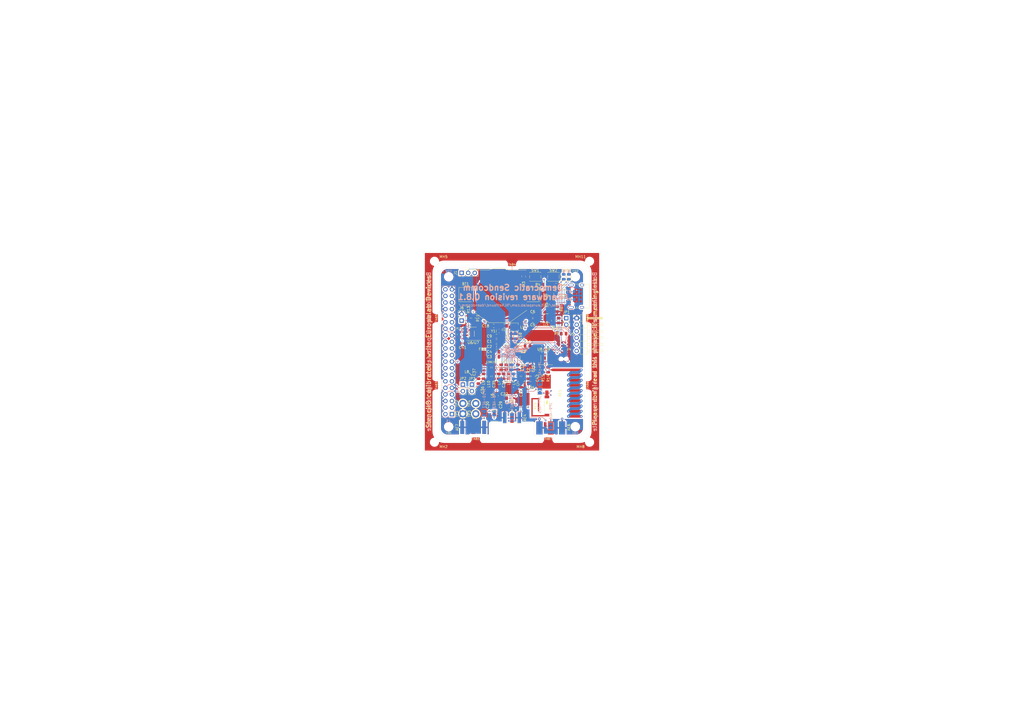
<source format=kicad_pcb>
(kicad_pcb (version 20171130) (host pcbnew 5.1.5+dfsg1-2build2)

  (general
    (thickness 1.6)
    (drawings 100)
    (tracks 778)
    (zones 0)
    (modules 123)
    (nets 127)
  )

  (page A3)
  (title_block
    (title "Democratic Sendcomm")
    (date 2020-09-25)
    (rev 0.8.1)
    (company "Europalab Devices")
    (comment 1 "Copyright © 2020, Europalab Devices")
    (comment 2 "Fulfilling requirements of 20200210")
    (comment 3 "Pending quality assurance testing")
    (comment 4 "Release revision for manufacturing")
  )

  (layers
    (0 F.Cu signal)
    (1 In1.Cu signal)
    (2 In2.Cu signal)
    (31 B.Cu signal)
    (34 B.Paste user)
    (35 F.Paste user)
    (36 B.SilkS user)
    (37 F.SilkS user)
    (38 B.Mask user)
    (39 F.Mask user)
    (40 Dwgs.User user)
    (41 Cmts.User user)
    (44 Edge.Cuts user)
    (45 Margin user)
    (46 B.CrtYd user)
    (47 F.CrtYd user)
    (48 B.Fab user)
    (49 F.Fab user)
  )

  (setup
    (last_trace_width 0.09)
    (user_trace_width 0.1016)
    (user_trace_width 0.127)
    (user_trace_width 0.2)
    (trace_clearance 0.09)
    (zone_clearance 0.508)
    (zone_45_only no)
    (trace_min 0.09)
    (via_size 0.356)
    (via_drill 0.2)
    (via_min_size 0.356)
    (via_min_drill 0.2)
    (user_via 0.45 0.2)
    (user_via 0.6 0.3)
    (uvia_size 0.45)
    (uvia_drill 0.1)
    (uvias_allowed no)
    (uvia_min_size 0.45)
    (uvia_min_drill 0.1)
    (edge_width 0.1)
    (segment_width 0.1)
    (pcb_text_width 0.25)
    (pcb_text_size 1 1)
    (mod_edge_width 0.15)
    (mod_text_size 1 1)
    (mod_text_width 0.15)
    (pad_size 0.32 0.32)
    (pad_drill 0)
    (pad_to_mask_clearance 0)
    (aux_axis_origin 0 0)
    (visible_elements 7FFFFFFF)
    (pcbplotparams
      (layerselection 0x313fc_ffffffff)
      (usegerberextensions true)
      (usegerberattributes false)
      (usegerberadvancedattributes false)
      (creategerberjobfile false)
      (excludeedgelayer true)
      (linewidth 0.150000)
      (plotframeref false)
      (viasonmask false)
      (mode 1)
      (useauxorigin false)
      (hpglpennumber 1)
      (hpglpenspeed 20)
      (hpglpendiameter 15.000000)
      (psnegative false)
      (psa4output false)
      (plotreference true)
      (plotvalue true)
      (plotinvisibletext false)
      (padsonsilk false)
      (subtractmaskfromsilk false)
      (outputformat 1)
      (mirror false)
      (drillshape 0)
      (scaleselection 1)
      (outputdirectory "fabsingle"))
  )

  (net 0 "")
  (net 1 GND)
  (net 2 "Net-(AE1-Pad1)")
  (net 3 /Sheet5F53D5B4/RFSWPWR)
  (net 4 "Net-(C8-Pad1)")
  (net 5 /Sheet5F53D5B4/POWAMP)
  (net 6 "Net-(C13-Pad1)")
  (net 7 /Sheet5F53D5B4/HFOUT)
  (net 8 +3V3)
  (net 9 "Net-(C29-Pad1)")
  (net 10 /Sheet5F53D5B4/UART_RX)
  (net 11 /Sheet5F53D5B4/UART_TX)
  (net 12 /Sheet5F53D5B4/HPOUT)
  (net 13 /Sheet5F53D5B4/HFIN)
  (net 14 /Sheet5F53D5B4/BANDSEL)
  (net 15 "Net-(XC1-Pad1)")
  (net 16 "Net-(BT1-Pad1)")
  (net 17 /Sheet5F53D5B4/USB_BUS)
  (net 18 "Net-(C33-Pad1)")
  (net 19 "Net-(C34-Pad1)")
  (net 20 /Sheet5F53D5B4/CMDRST)
  (net 21 "Net-(D1-Pad2)")
  (net 22 "Net-(D1-Pad1)")
  (net 23 "Net-(D2-Pad1)")
  (net 24 "Net-(D2-Pad2)")
  (net 25 /Sheet5F53D5B4/USB_P)
  (net 26 /Sheet5F53D5B4/USB_N)
  (net 27 /Sheet60040980/ID_SD)
  (net 28 /Sheet60040980/ID_SC)
  (net 29 /Sheet5F53D5B4/SWDCLK)
  (net 30 "Net-(J3-Pad7)")
  (net 31 "Net-(J3-Pad8)")
  (net 32 "Net-(J4-Pad6)")
  (net 33 /Sheet5F53D5B4/CN_VBAT)
  (net 34 /Sheet5F53D5B4/I2C_SCL)
  (net 35 /Sheet5F53D5B4/I2C_SDA)
  (net 36 "Net-(TP3-Pad1)")
  (net 37 "Net-(TP4-Pad1)")
  (net 38 /Sheet5F53D5B4/XCEIV)
  (net 39 /Sheet5F53D5B4/CRYSTAL_XIN-RESERVED)
  (net 40 /Sheet5F53D5B4/CRYSTAL_XOUT-RESERVED)
  (net 41 "Net-(AE5-Pad2)")
  (net 42 "Net-(C1-Pad1)")
  (net 43 "Net-(C7-Pad1)")
  (net 44 "Net-(C14-Pad1)")
  (net 45 "Net-(C17-Pad1)")
  (net 46 "Net-(C18-Pad2)")
  (net 47 "Net-(C19-Pad2)")
  (net 48 "Net-(C23-Pad2)")
  (net 49 "Net-(C23-Pad1)")
  (net 50 "Net-(C24-Pad1)")
  (net 51 "Net-(C24-Pad2)")
  (net 52 "Net-(C29-Pad2)")
  (net 53 "Net-(C33-Pad2)")
  (net 54 "Net-(C35-Pad2)")
  (net 55 "Net-(C40-Pad1)")
  (net 56 "Net-(J2-PadB5)")
  (net 57 "Net-(J2-PadA8)")
  (net 58 "Net-(J2-PadA5)")
  (net 59 "Net-(J2-PadB8)")
  (net 60 "Net-(J2-PadA4)")
  (net 61 "Net-(J3-Pad2)")
  (net 62 "Net-(J3-Pad3)")
  (net 63 "Net-(J3-Pad4)")
  (net 64 "Net-(J3-Pad5)")
  (net 65 "Net-(J3-Pad10)")
  (net 66 "Net-(J3-Pad11)")
  (net 67 "Net-(J3-Pad12)")
  (net 68 "Net-(J3-Pad13)")
  (net 69 "Net-(J3-Pad15)")
  (net 70 "Net-(J3-Pad16)")
  (net 71 "Net-(J3-Pad18)")
  (net 72 "Net-(J3-Pad19)")
  (net 73 "Net-(J3-Pad21)")
  (net 74 "Net-(J3-Pad22)")
  (net 75 "Net-(J3-Pad23)")
  (net 76 "Net-(J3-Pad24)")
  (net 77 "Net-(J3-Pad26)")
  (net 78 "Net-(J3-Pad29)")
  (net 79 "Net-(J3-Pad31)")
  (net 80 "Net-(J3-Pad32)")
  (net 81 "Net-(J3-Pad33)")
  (net 82 "Net-(J3-Pad35)")
  (net 83 "Net-(J3-Pad36)")
  (net 84 "Net-(J3-Pad37)")
  (net 85 "Net-(J3-Pad38)")
  (net 86 "Net-(J3-Pad40)")
  (net 87 "Net-(J4-Pad7)")
  (net 88 "Net-(J4-Pad8)")
  (net 89 "Net-(J5-Pad2)")
  (net 90 "Net-(J5-Pad3)")
  (net 91 "Net-(J5-Pad6)")
  (net 92 "Net-(J6-Pad1)")
  (net 93 "Net-(L1-Pad2)")
  (net 94 "Net-(R3-Pad1)")
  (net 95 "Net-(R4-Pad1)")
  (net 96 "Net-(R4-Pad2)")
  (net 97 "Net-(U2-Pad5)")
  (net 98 "Net-(U3-PadG1)")
  (net 99 "Net-(U3-PadH1)")
  (net 100 "Net-(U3-PadE3)")
  (net 101 "Net-(U3-PadB4)")
  (net 102 "Net-(U3-PadE4)")
  (net 103 "Net-(U3-PadF4)")
  (net 104 "Net-(U3-PadE5)")
  (net 105 "Net-(U3-PadH6)")
  (net 106 "Net-(U3-PadC7)")
  (net 107 "Net-(U3-PadD7)")
  (net 108 "Net-(U3-PadH7)")
  (net 109 "Net-(U3-PadD8)")
  (net 110 "Net-(U5-Pad3)")
  (net 111 "Net-(U5-Pad4)")
  (net 112 "Net-(U8-Pad7)")
  (net 113 "Net-(U8-Pad3)")
  (net 114 "Net-(U8-Pad2)")
  (net 115 "Net-(U8-Pad1)")
  (net 116 "Net-(U9-Pad1)")
  (net 117 "Net-(U9-Pad2)")
  (net 118 "Net-(U9-Pad3)")
  (net 119 "Net-(U9-Pad7)")
  (net 120 /Sheet5F53D5B4/SWDIO)
  (net 121 "Net-(AE2-Pad1)")
  (net 122 "Net-(AE4-Pad1)")
  (net 123 "Net-(AE5-Pad1)")
  (net 124 "Net-(AE6-Pad1)")
  (net 125 "Net-(AE7-Pad1)")
  (net 126 "Net-(JP10-Pad1)")

  (net_class Default "This is the default net class."
    (clearance 0.09)
    (trace_width 0.09)
    (via_dia 0.356)
    (via_drill 0.2)
    (uvia_dia 0.45)
    (uvia_drill 0.1)
    (add_net +3V3)
    (add_net /Sheet5F53D5B4/BANDSEL)
    (add_net /Sheet5F53D5B4/CMDRST)
    (add_net /Sheet5F53D5B4/CN_VBAT)
    (add_net /Sheet5F53D5B4/CRYSTAL_XIN-RESERVED)
    (add_net /Sheet5F53D5B4/CRYSTAL_XOUT-RESERVED)
    (add_net /Sheet5F53D5B4/HFIN)
    (add_net /Sheet5F53D5B4/HFOUT)
    (add_net /Sheet5F53D5B4/HPOUT)
    (add_net /Sheet5F53D5B4/I2C_SCL)
    (add_net /Sheet5F53D5B4/I2C_SDA)
    (add_net /Sheet5F53D5B4/POWAMP)
    (add_net /Sheet5F53D5B4/RFSWPWR)
    (add_net /Sheet5F53D5B4/SWDCLK)
    (add_net /Sheet5F53D5B4/SWDIO)
    (add_net /Sheet5F53D5B4/UART_RX)
    (add_net /Sheet5F53D5B4/UART_TX)
    (add_net /Sheet5F53D5B4/USB_BUS)
    (add_net /Sheet5F53D5B4/USB_N)
    (add_net /Sheet5F53D5B4/USB_P)
    (add_net /Sheet5F53D5B4/XCEIV)
    (add_net /Sheet60040980/ID_SC)
    (add_net /Sheet60040980/ID_SD)
    (add_net GND)
    (add_net "Net-(AE1-Pad1)")
    (add_net "Net-(AE2-Pad1)")
    (add_net "Net-(AE4-Pad1)")
    (add_net "Net-(AE5-Pad1)")
    (add_net "Net-(AE5-Pad2)")
    (add_net "Net-(AE6-Pad1)")
    (add_net "Net-(AE7-Pad1)")
    (add_net "Net-(BT1-Pad1)")
    (add_net "Net-(C1-Pad1)")
    (add_net "Net-(C13-Pad1)")
    (add_net "Net-(C14-Pad1)")
    (add_net "Net-(C17-Pad1)")
    (add_net "Net-(C18-Pad2)")
    (add_net "Net-(C19-Pad2)")
    (add_net "Net-(C23-Pad1)")
    (add_net "Net-(C23-Pad2)")
    (add_net "Net-(C24-Pad1)")
    (add_net "Net-(C24-Pad2)")
    (add_net "Net-(C29-Pad1)")
    (add_net "Net-(C29-Pad2)")
    (add_net "Net-(C33-Pad1)")
    (add_net "Net-(C33-Pad2)")
    (add_net "Net-(C34-Pad1)")
    (add_net "Net-(C35-Pad2)")
    (add_net "Net-(C40-Pad1)")
    (add_net "Net-(C7-Pad1)")
    (add_net "Net-(C8-Pad1)")
    (add_net "Net-(D1-Pad1)")
    (add_net "Net-(D1-Pad2)")
    (add_net "Net-(D2-Pad1)")
    (add_net "Net-(D2-Pad2)")
    (add_net "Net-(J2-PadA4)")
    (add_net "Net-(J2-PadA5)")
    (add_net "Net-(J2-PadA8)")
    (add_net "Net-(J2-PadB5)")
    (add_net "Net-(J2-PadB8)")
    (add_net "Net-(J3-Pad10)")
    (add_net "Net-(J3-Pad11)")
    (add_net "Net-(J3-Pad12)")
    (add_net "Net-(J3-Pad13)")
    (add_net "Net-(J3-Pad15)")
    (add_net "Net-(J3-Pad16)")
    (add_net "Net-(J3-Pad18)")
    (add_net "Net-(J3-Pad19)")
    (add_net "Net-(J3-Pad2)")
    (add_net "Net-(J3-Pad21)")
    (add_net "Net-(J3-Pad22)")
    (add_net "Net-(J3-Pad23)")
    (add_net "Net-(J3-Pad24)")
    (add_net "Net-(J3-Pad26)")
    (add_net "Net-(J3-Pad29)")
    (add_net "Net-(J3-Pad3)")
    (add_net "Net-(J3-Pad31)")
    (add_net "Net-(J3-Pad32)")
    (add_net "Net-(J3-Pad33)")
    (add_net "Net-(J3-Pad35)")
    (add_net "Net-(J3-Pad36)")
    (add_net "Net-(J3-Pad37)")
    (add_net "Net-(J3-Pad38)")
    (add_net "Net-(J3-Pad4)")
    (add_net "Net-(J3-Pad40)")
    (add_net "Net-(J3-Pad5)")
    (add_net "Net-(J3-Pad7)")
    (add_net "Net-(J3-Pad8)")
    (add_net "Net-(J4-Pad6)")
    (add_net "Net-(J4-Pad7)")
    (add_net "Net-(J4-Pad8)")
    (add_net "Net-(J5-Pad2)")
    (add_net "Net-(J5-Pad3)")
    (add_net "Net-(J5-Pad6)")
    (add_net "Net-(J6-Pad1)")
    (add_net "Net-(JP10-Pad1)")
    (add_net "Net-(L1-Pad2)")
    (add_net "Net-(R3-Pad1)")
    (add_net "Net-(R4-Pad1)")
    (add_net "Net-(R4-Pad2)")
    (add_net "Net-(TP3-Pad1)")
    (add_net "Net-(TP4-Pad1)")
    (add_net "Net-(U2-Pad5)")
    (add_net "Net-(U3-PadB4)")
    (add_net "Net-(U3-PadC7)")
    (add_net "Net-(U3-PadD7)")
    (add_net "Net-(U3-PadD8)")
    (add_net "Net-(U3-PadE3)")
    (add_net "Net-(U3-PadE4)")
    (add_net "Net-(U3-PadE5)")
    (add_net "Net-(U3-PadF4)")
    (add_net "Net-(U3-PadG1)")
    (add_net "Net-(U3-PadH1)")
    (add_net "Net-(U3-PadH6)")
    (add_net "Net-(U3-PadH7)")
    (add_net "Net-(U5-Pad3)")
    (add_net "Net-(U5-Pad4)")
    (add_net "Net-(U8-Pad1)")
    (add_net "Net-(U8-Pad2)")
    (add_net "Net-(U8-Pad3)")
    (add_net "Net-(U8-Pad7)")
    (add_net "Net-(U9-Pad1)")
    (add_net "Net-(U9-Pad2)")
    (add_net "Net-(U9-Pad3)")
    (add_net "Net-(U9-Pad7)")
    (add_net "Net-(XC1-Pad1)")
  )

  (net_class Power ""
    (clearance 0.2)
    (trace_width 0.5)
    (via_dia 1)
    (via_drill 0.7)
    (uvia_dia 0.5)
    (uvia_drill 0.1)
  )

  (module Elabdev:TFBGA-64_8x8_6.0x6.0mm_P0.65mm (layer F.Cu) (tedit 5F6BA77A) (tstamp 5F68786E)
    (at 210 148)
    (path /5F53D5B5/6052EF69)
    (solder_mask_margin 0.025)
    (clearance 0.0508)
    (attr smd)
    (fp_text reference U3 (at 4.25 0) (layer F.SilkS)
      (effects (font (size 1 1) (thickness 0.15)))
    )
    (fp_text value ATSAMR34 (at 0 4) (layer F.Fab)
      (effects (font (size 1 1) (thickness 0.15)))
    )
    (fp_line (start -2 -3) (end -3 -2) (layer F.Fab) (width 0.1))
    (fp_line (start -3 -2) (end -3 3) (layer F.Fab) (width 0.1))
    (fp_line (start -3 3) (end 3 3) (layer F.Fab) (width 0.1))
    (fp_line (start 3 3) (end 3 -3) (layer F.Fab) (width 0.1))
    (fp_line (start 3 -3) (end -2 -3) (layer F.Fab) (width 0.1))
    (fp_line (start 1.62 -3.12) (end 3.12 -3.12) (layer F.SilkS) (width 0.12))
    (fp_line (start 3.12 -3.12) (end 3.12 -1.62) (layer F.SilkS) (width 0.12))
    (fp_line (start 1.62 -3.12) (end 3.12 -3.12) (layer F.SilkS) (width 0.12))
    (fp_line (start 3.12 -3.12) (end 3.12 -1.62) (layer F.SilkS) (width 0.12))
    (fp_line (start 1.62 3.12) (end 3.12 3.12) (layer F.SilkS) (width 0.12))
    (fp_line (start 3.12 3.12) (end 3.12 1.62) (layer F.SilkS) (width 0.12))
    (fp_line (start 1.62 -3.12) (end 3.12 -3.12) (layer F.SilkS) (width 0.12))
    (fp_line (start 3.12 -3.12) (end 3.12 -1.62) (layer F.SilkS) (width 0.12))
    (fp_line (start -1.62 3.12) (end -3.12 3.12) (layer F.SilkS) (width 0.12))
    (fp_line (start -3.12 3.12) (end -3.12 1.62) (layer F.SilkS) (width 0.12))
    (fp_line (start -1.62 -3.12) (end -2 -3.12) (layer F.SilkS) (width 0.12))
    (fp_line (start -2 -3.12) (end -3.12 -2) (layer F.SilkS) (width 0.12))
    (fp_line (start -3.12 -2) (end -3.12 -1.62) (layer F.SilkS) (width 0.12))
    (fp_circle (center -3 -3) (end -3 -2.9) (layer F.SilkS) (width 0.2))
    (fp_line (start -4 -4) (end 4 -4) (layer F.CrtYd) (width 0.05))
    (fp_line (start 4 -4) (end 4 4) (layer F.CrtYd) (width 0.05))
    (fp_line (start 4 4) (end -4 4) (layer F.CrtYd) (width 0.05))
    (fp_line (start -4 4) (end -4 -4) (layer F.CrtYd) (width 0.05))
    (pad A1 smd circle (at -2.275 -2.275) (size 0.32 0.32) (layers F.Cu F.Paste F.Mask)
      (net 13 /Sheet5F53D5B4/HFIN))
    (pad B1 smd circle (at -2.275 -1.625) (size 0.32 0.32) (layers F.Cu F.Paste F.Mask)
      (net 7 /Sheet5F53D5B4/HFOUT))
    (pad C1 smd circle (at -2.275 -0.975) (size 0.32 0.32) (layers F.Cu F.Paste F.Mask)
      (net 42 "Net-(C1-Pad1)"))
    (pad D1 smd circle (at -2.275 -0.325) (size 0.32 0.32) (layers F.Cu F.Paste F.Mask)
      (net 5 /Sheet5F53D5B4/POWAMP))
    (pad E1 smd circle (at -2.275 0.325) (size 0.32 0.32) (layers F.Cu F.Paste F.Mask)
      (net 1 GND))
    (pad F1 smd circle (at -2.275 0.975) (size 0.32 0.32) (layers F.Cu F.Paste F.Mask)
      (net 12 /Sheet5F53D5B4/HPOUT))
    (pad G1 smd circle (at -2.275 1.625) (size 0.32 0.32) (layers F.Cu F.Paste F.Mask)
      (net 98 "Net-(U3-PadG1)"))
    (pad H1 smd circle (at -2.275 2.275) (size 0.32 0.32) (layers F.Cu F.Paste F.Mask)
      (net 99 "Net-(U3-PadH1)"))
    (pad A2 smd circle (at -1.625 -2.275) (size 0.32 0.32) (layers F.Cu F.Paste F.Mask)
      (net 1 GND))
    (pad B2 smd circle (at -1.625 -1.625) (size 0.32 0.32) (layers F.Cu F.Paste F.Mask)
      (net 1 GND))
    (pad C2 smd circle (at -1.625 -0.975) (size 0.32 0.32) (layers F.Cu F.Paste F.Mask)
      (net 42 "Net-(C1-Pad1)"))
    (pad D2 smd circle (at -1.625 -0.325) (size 0.32 0.32) (layers F.Cu F.Paste F.Mask)
      (net 38 /Sheet5F53D5B4/XCEIV))
    (pad E2 smd circle (at -1.625 0.325) (size 0.32 0.32) (layers F.Cu F.Paste F.Mask)
      (net 1 GND))
    (pad F2 smd circle (at -1.625 0.975) (size 0.32 0.32) (layers F.Cu F.Paste F.Mask)
      (net 1 GND))
    (pad G2 smd circle (at -1.625 1.625) (size 0.32 0.32) (layers F.Cu F.Paste F.Mask)
      (net 1 GND))
    (pad H2 smd circle (at -1.625 2.275) (size 0.32 0.32) (layers F.Cu F.Paste F.Mask)
      (net 44 "Net-(C14-Pad1)"))
    (pad A3 smd circle (at -0.975 -2.275) (size 0.32 0.32) (layers F.Cu F.Paste F.Mask)
      (net 46 "Net-(C18-Pad2)"))
    (pad B3 smd circle (at -0.975 -1.625) (size 0.32 0.32) (layers F.Cu F.Paste F.Mask)
      (net 1 GND))
    (pad C3 smd circle (at -0.975 -0.975) (size 0.32 0.32) (layers F.Cu F.Paste F.Mask)
      (net 33 /Sheet5F53D5B4/CN_VBAT))
    (pad D3 smd circle (at -0.975 -0.325) (size 0.32 0.32) (layers F.Cu F.Paste F.Mask)
      (net 11 /Sheet5F53D5B4/UART_TX))
    (pad E3 smd circle (at -0.975 0.325) (size 0.32 0.32) (layers F.Cu F.Paste F.Mask)
      (net 100 "Net-(U3-PadE3)"))
    (pad F3 smd circle (at -0.975 0.975) (size 0.32 0.32) (layers F.Cu F.Paste F.Mask)
      (net 17 /Sheet5F53D5B4/USB_BUS))
    (pad G3 smd circle (at -0.975 1.625) (size 0.32 0.32) (layers F.Cu F.Paste F.Mask)
      (net 1 GND))
    (pad H3 smd circle (at -0.975 2.275) (size 0.32 0.32) (layers F.Cu F.Paste F.Mask)
      (net 42 "Net-(C1-Pad1)"))
    (pad A4 smd circle (at -0.325 -2.275) (size 0.32 0.32) (layers F.Cu F.Paste F.Mask)
      (net 47 "Net-(C19-Pad2)"))
    (pad B4 smd circle (at -0.325 -1.625) (size 0.32 0.32) (layers F.Cu F.Paste F.Mask)
      (net 101 "Net-(U3-PadB4)"))
    (pad C4 smd circle (at -0.325 -0.975) (size 0.32 0.32) (layers F.Cu F.Paste F.Mask)
      (net 10 /Sheet5F53D5B4/UART_RX))
    (pad D4 smd circle (at -0.325 -0.325) (size 0.32 0.32) (layers F.Cu F.Paste F.Mask)
      (net 1 GND))
    (pad E4 smd circle (at -0.325 0.325) (size 0.32 0.32) (layers F.Cu F.Paste F.Mask)
      (net 102 "Net-(U3-PadE4)"))
    (pad F4 smd circle (at -0.325 0.975) (size 0.32 0.32) (layers F.Cu F.Paste F.Mask)
      (net 103 "Net-(U3-PadF4)"))
    (pad G4 smd circle (at -0.325 1.625) (size 0.32 0.32) (layers F.Cu F.Paste F.Mask)
      (net 8 +3V3))
    (pad H4 smd circle (at -0.325 2.275) (size 0.32 0.32) (layers F.Cu F.Paste F.Mask)
      (net 6 "Net-(C13-Pad1)"))
    (pad A5 smd circle (at 0.325 -2.275) (size 0.32 0.32) (layers F.Cu F.Paste F.Mask)
      (net 45 "Net-(C17-Pad1)"))
    (pad B5 smd circle (at 0.325 -1.625) (size 0.32 0.32) (layers F.Cu F.Paste F.Mask)
      (net 1 GND))
    (pad C5 smd circle (at 0.325 -0.975) (size 0.32 0.32) (layers F.Cu F.Paste F.Mask)
      (net 29 /Sheet5F53D5B4/SWDCLK))
    (pad D5 smd circle (at 0.325 -0.325) (size 0.32 0.32) (layers F.Cu F.Paste F.Mask)
      (net 120 /Sheet5F53D5B4/SWDIO))
    (pad E5 smd circle (at 0.325 0.325) (size 0.32 0.32) (layers F.Cu F.Paste F.Mask)
      (net 104 "Net-(U3-PadE5)"))
    (pad F5 smd circle (at 0.325 0.975) (size 0.32 0.32) (layers F.Cu F.Paste F.Mask)
      (net 3 /Sheet5F53D5B4/RFSWPWR))
    (pad G5 smd circle (at 0.325 1.625) (size 0.32 0.32) (layers F.Cu F.Paste F.Mask)
      (net 1 GND))
    (pad H5 smd circle (at 0.325 2.275) (size 0.32 0.32) (layers F.Cu F.Paste F.Mask)
      (net 1 GND))
    (pad A6 smd circle (at 0.975 -2.275) (size 0.32 0.32) (layers F.Cu F.Paste F.Mask)
      (net 93 "Net-(L1-Pad2)"))
    (pad B6 smd circle (at 0.975 -1.625) (size 0.32 0.32) (layers F.Cu F.Paste F.Mask)
      (net 20 /Sheet5F53D5B4/CMDRST))
    (pad C6 smd circle (at 0.975 -0.975) (size 0.32 0.32) (layers F.Cu F.Paste F.Mask)
      (net 95 "Net-(R4-Pad1)"))
    (pad D6 smd circle (at 0.975 -0.325) (size 0.32 0.32) (layers F.Cu F.Paste F.Mask)
      (net 1 GND))
    (pad E6 smd circle (at 0.975 0.325) (size 0.32 0.32) (layers F.Cu F.Paste F.Mask)
      (net 34 /Sheet5F53D5B4/I2C_SCL))
    (pad F6 smd circle (at 0.975 0.975) (size 0.32 0.32) (layers F.Cu F.Paste F.Mask)
      (net 14 /Sheet5F53D5B4/BANDSEL))
    (pad G6 smd circle (at 0.975 1.625) (size 0.32 0.32) (layers F.Cu F.Paste F.Mask)
      (net 1 GND))
    (pad H6 smd circle (at 0.975 2.275) (size 0.32 0.32) (layers F.Cu F.Paste F.Mask)
      (net 105 "Net-(U3-PadH6)"))
    (pad A7 smd circle (at 1.625 -2.275) (size 0.32 0.32) (layers F.Cu F.Paste F.Mask)
      (net 8 +3V3))
    (pad B7 smd circle (at 1.625 -1.625) (size 0.32 0.32) (layers F.Cu F.Paste F.Mask)
      (net 1 GND))
    (pad C7 smd circle (at 1.625 -0.975) (size 0.32 0.32) (layers F.Cu F.Paste F.Mask)
      (net 106 "Net-(U3-PadC7)"))
    (pad D7 smd circle (at 1.625 -0.325) (size 0.32 0.32) (layers F.Cu F.Paste F.Mask)
      (net 107 "Net-(U3-PadD7)"))
    (pad E7 smd circle (at 1.625 0.325) (size 0.32 0.32) (layers F.Cu F.Paste F.Mask)
      (net 22 "Net-(D1-Pad1)"))
    (pad F7 smd circle (at 1.625 0.975) (size 0.32 0.32) (layers F.Cu F.Paste F.Mask)
      (net 35 /Sheet5F53D5B4/I2C_SDA))
    (pad G7 smd circle (at 1.625 1.625) (size 0.32 0.32) (layers F.Cu F.Paste F.Mask)
      (net 1 GND))
    (pad H7 smd circle (at 1.625 2.275) (size 0.32 0.32) (layers F.Cu F.Paste F.Mask)
      (net 108 "Net-(U3-PadH7)"))
    (pad A8 smd circle (at 2.275 -2.275) (size 0.32 0.32) (layers F.Cu F.Paste F.Mask)
      (net 8 +3V3))
    (pad B8 smd circle (at 2.275 -1.625) (size 0.32 0.32) (layers F.Cu F.Paste F.Mask)
      (net 26 /Sheet5F53D5B4/USB_N))
    (pad C8 smd circle (at 2.275 -0.975) (size 0.32 0.32) (layers F.Cu F.Paste F.Mask)
      (net 25 /Sheet5F53D5B4/USB_P))
    (pad D8 smd circle (at 2.275 -0.325) (size 0.32 0.32) (layers F.Cu F.Paste F.Mask)
      (net 109 "Net-(U3-PadD8)"))
    (pad E8 smd circle (at 2.275 0.325) (size 0.32 0.32) (layers F.Cu F.Paste F.Mask)
      (net 23 "Net-(D2-Pad1)"))
    (pad F8 smd circle (at 2.275 0.975) (size 0.32 0.32) (layers F.Cu F.Paste F.Mask)
      (net 39 /Sheet5F53D5B4/CRYSTAL_XIN-RESERVED))
    (pad G8 smd circle (at 2.275 1.625) (size 0.32 0.32) (layers F.Cu F.Paste F.Mask)
      (net 40 /Sheet5F53D5B4/CRYSTAL_XOUT-RESERVED))
    (pad H8 smd circle (at 2.275 2.275) (size 0.32 0.32) (layers F.Cu F.Paste F.Mask)
      (net 8 +3V3))
    (model ${KISYS3DMOD}/Package_BGA.3dshapes/TFBGA-64_5x5mm_Layout8x8_P0.5mm.wrl
      (at (xyz 0 0 0))
      (scale (xyz 1.2 1.2 1.2))
      (rotate (xyz 0 0 0))
    )
  )

  (module Elabdev:Panel_Mousetab_25mm_Single (layer F.Cu) (tedit 5CD9E502) (tstamp 5F680FEC)
    (at 224 181.75 90)
    (path /5CD9EB0D)
    (fp_text reference TAB7 (at 0 0) (layer F.SilkS)
      (effects (font (size 0.8 0.8) (thickness 0.13)))
    )
    (fp_text value Pantab (at 0 3.5 90) (layer F.Fab)
      (effects (font (size 1 1) (thickness 0.15)))
    )
    (fp_line (start 1.25 -2.2) (end 1.25 2.2) (layer F.Fab) (width 0.15))
    (fp_line (start -1.25 -2.2) (end -1.25 2.2) (layer F.Fab) (width 0.15))
    (fp_line (start 2.1 -2.6) (end 2.1 2.6) (layer F.CrtYd) (width 0.15))
    (fp_line (start 2.1 2.6) (end -2.1 2.6) (layer F.CrtYd) (width 0.15))
    (fp_line (start -2.1 2.6) (end -2.1 -2.6) (layer F.CrtYd) (width 0.15))
    (fp_line (start -2.1 -2.6) (end 2.1 -2.6) (layer F.CrtYd) (width 0.15))
    (pad "" np_thru_hole circle (at 1.35 2 90) (size 0.5 0.5) (drill 0.5) (layers *.Cu))
    (pad "" np_thru_hole circle (at 1.35 1.2 90) (size 0.5 0.5) (drill 0.5) (layers *.Cu))
    (pad "" np_thru_hole circle (at 1.35 0.4 90) (size 0.5 0.5) (drill 0.5) (layers *.Cu))
    (pad "" np_thru_hole circle (at 1.35 -0.4 90) (size 0.5 0.5) (drill 0.5) (layers *.Cu))
    (pad "" np_thru_hole circle (at 1.35 -1.2 90) (size 0.5 0.5) (drill 0.5) (layers *.Cu))
    (pad "" np_thru_hole circle (at 1.35 -2 90) (size 0.5 0.5) (drill 0.5) (layers *.Cu))
  )

  (module Elabdev:Panel_Mousetab_25mm_Single (layer F.Cu) (tedit 5CD9E59A) (tstamp 5F4C0A71)
    (at 210 114.25 270)
    (path /5CD5C3A7)
    (fp_text reference TAB4 (at 0 0 180) (layer F.SilkS)
      (effects (font (size 0.8 0.8) (thickness 0.13)))
    )
    (fp_text value Pantab (at 0 -3.5 270) (layer F.Fab)
      (effects (font (size 1 1) (thickness 0.15)))
    )
    (fp_line (start 1.25 -2.2) (end 1.25 2.2) (layer F.Fab) (width 0.15))
    (fp_line (start -1.25 -2.2) (end -1.25 2.2) (layer F.Fab) (width 0.15))
    (fp_line (start 2.1 -2.6) (end 2.1 2.6) (layer F.CrtYd) (width 0.15))
    (fp_line (start 2.1 2.6) (end -2.1 2.6) (layer F.CrtYd) (width 0.15))
    (fp_line (start -2.1 2.6) (end -2.1 -2.6) (layer F.CrtYd) (width 0.15))
    (fp_line (start -2.1 -2.6) (end 2.1 -2.6) (layer F.CrtYd) (width 0.15))
    (pad "" np_thru_hole circle (at 1.35 2 270) (size 0.5 0.5) (drill 0.5) (layers *.Cu))
    (pad "" np_thru_hole circle (at 1.35 1.2 270) (size 0.5 0.5) (drill 0.5) (layers *.Cu))
    (pad "" np_thru_hole circle (at 1.35 0.4 270) (size 0.5 0.5) (drill 0.5) (layers *.Cu))
    (pad "" np_thru_hole circle (at 1.35 -0.4 270) (size 0.5 0.5) (drill 0.5) (layers *.Cu))
    (pad "" np_thru_hole circle (at 1.35 -1.2 270) (size 0.5 0.5) (drill 0.5) (layers *.Cu))
    (pad "" np_thru_hole circle (at 1.35 -2 270) (size 0.5 0.5) (drill 0.5) (layers *.Cu))
  )

  (module Elabdev:Panel_Mousetab_25mm_Single (layer F.Cu) (tedit 5CD9E502) (tstamp 5CE1C45C)
    (at 196 181.75 90)
    (path /5CD9EB0D)
    (fp_text reference TAB1 (at 0 0) (layer F.SilkS)
      (effects (font (size 0.8 0.8) (thickness 0.13)))
    )
    (fp_text value Pantab (at 0 3.5 90) (layer F.Fab)
      (effects (font (size 1 1) (thickness 0.15)))
    )
    (fp_line (start -2.1 -2.6) (end 2.1 -2.6) (layer F.CrtYd) (width 0.15))
    (fp_line (start -2.1 2.6) (end -2.1 -2.6) (layer F.CrtYd) (width 0.15))
    (fp_line (start 2.1 2.6) (end -2.1 2.6) (layer F.CrtYd) (width 0.15))
    (fp_line (start 2.1 -2.6) (end 2.1 2.6) (layer F.CrtYd) (width 0.15))
    (fp_line (start -1.25 -2.2) (end -1.25 2.2) (layer F.Fab) (width 0.15))
    (fp_line (start 1.25 -2.2) (end 1.25 2.2) (layer F.Fab) (width 0.15))
    (pad "" np_thru_hole circle (at 1.35 -2 90) (size 0.5 0.5) (drill 0.5) (layers *.Cu))
    (pad "" np_thru_hole circle (at 1.35 -1.2 90) (size 0.5 0.5) (drill 0.5) (layers *.Cu))
    (pad "" np_thru_hole circle (at 1.35 -0.4 90) (size 0.5 0.5) (drill 0.5) (layers *.Cu))
    (pad "" np_thru_hole circle (at 1.35 0.4 90) (size 0.5 0.5) (drill 0.5) (layers *.Cu))
    (pad "" np_thru_hole circle (at 1.35 1.2 90) (size 0.5 0.5) (drill 0.5) (layers *.Cu))
    (pad "" np_thru_hole circle (at 1.35 2 90) (size 0.5 0.5) (drill 0.5) (layers *.Cu))
  )

  (module Elabdev:Panel_Mousetab_25mm_Single (layer F.Cu) (tedit 5CD5AA6C) (tstamp 5F4C1007)
    (at 180.75 161)
    (path /5CD5C074)
    (fp_text reference TAB2 (at 0 0 90) (layer F.SilkS)
      (effects (font (size 0.8 0.8) (thickness 0.13)))
    )
    (fp_text value Pantab (at -2.5 0 -270) (layer F.Fab)
      (effects (font (size 1 1) (thickness 0.15)))
    )
    (fp_line (start -2.1 -2.6) (end 2.1 -2.6) (layer F.CrtYd) (width 0.15))
    (fp_line (start -2.1 2.6) (end -2.1 -2.6) (layer F.CrtYd) (width 0.15))
    (fp_line (start 2.1 2.6) (end -2.1 2.6) (layer F.CrtYd) (width 0.15))
    (fp_line (start 2.1 -2.6) (end 2.1 2.6) (layer F.CrtYd) (width 0.15))
    (fp_line (start -1.25 -2.2) (end -1.25 2.2) (layer F.Fab) (width 0.15))
    (fp_line (start 1.25 -2.2) (end 1.25 2.2) (layer F.Fab) (width 0.15))
    (pad "" np_thru_hole circle (at 1.35 -2) (size 0.5 0.5) (drill 0.5) (layers *.Cu))
    (pad "" np_thru_hole circle (at 1.35 -1.2) (size 0.5 0.5) (drill 0.5) (layers *.Cu))
    (pad "" np_thru_hole circle (at 1.35 -0.4) (size 0.5 0.5) (drill 0.5) (layers *.Cu))
    (pad "" np_thru_hole circle (at 1.35 0.4) (size 0.5 0.5) (drill 0.5) (layers *.Cu))
    (pad "" np_thru_hole circle (at 1.35 1.2) (size 0.5 0.5) (drill 0.5) (layers *.Cu))
    (pad "" np_thru_hole circle (at 1.35 2) (size 0.5 0.5) (drill 0.5) (layers *.Cu))
  )

  (module Elabdev:Panel_Mousetab_25mm_Single (layer F.Cu) (tedit 5CD5AA6C) (tstamp 5F4C1047)
    (at 180.75 135)
    (path /5CD5C074)
    (fp_text reference TAB3 (at 0 0 90) (layer F.SilkS)
      (effects (font (size 0.8 0.8) (thickness 0.13)))
    )
    (fp_text value Pantab (at -2.5 0 -270) (layer F.Fab)
      (effects (font (size 1 1) (thickness 0.15)))
    )
    (fp_line (start 1.25 -2.2) (end 1.25 2.2) (layer F.Fab) (width 0.15))
    (fp_line (start -1.25 -2.2) (end -1.25 2.2) (layer F.Fab) (width 0.15))
    (fp_line (start 2.1 -2.6) (end 2.1 2.6) (layer F.CrtYd) (width 0.15))
    (fp_line (start 2.1 2.6) (end -2.1 2.6) (layer F.CrtYd) (width 0.15))
    (fp_line (start -2.1 2.6) (end -2.1 -2.6) (layer F.CrtYd) (width 0.15))
    (fp_line (start -2.1 -2.6) (end 2.1 -2.6) (layer F.CrtYd) (width 0.15))
    (pad "" np_thru_hole circle (at 1.35 2) (size 0.5 0.5) (drill 0.5) (layers *.Cu))
    (pad "" np_thru_hole circle (at 1.35 1.2) (size 0.5 0.5) (drill 0.5) (layers *.Cu))
    (pad "" np_thru_hole circle (at 1.35 0.4) (size 0.5 0.5) (drill 0.5) (layers *.Cu))
    (pad "" np_thru_hole circle (at 1.35 -0.4) (size 0.5 0.5) (drill 0.5) (layers *.Cu))
    (pad "" np_thru_hole circle (at 1.35 -1.2) (size 0.5 0.5) (drill 0.5) (layers *.Cu))
    (pad "" np_thru_hole circle (at 1.35 -2) (size 0.5 0.5) (drill 0.5) (layers *.Cu))
  )

  (module Elabdev:Panel_Mousetab_25mm_Single (layer F.Cu) (tedit 5CD5AA6C) (tstamp 5F4C108A)
    (at 239.25 135 180)
    (path /5CD5C074)
    (fp_text reference TAB5 (at 0 0 90) (layer F.SilkS)
      (effects (font (size 0.8 0.8) (thickness 0.13)))
    )
    (fp_text value Pantab (at -2.5 0 90) (layer F.Fab)
      (effects (font (size 1 1) (thickness 0.15)))
    )
    (fp_line (start 1.25 -2.2) (end 1.25 2.2) (layer F.Fab) (width 0.15))
    (fp_line (start -1.25 -2.2) (end -1.25 2.2) (layer F.Fab) (width 0.15))
    (fp_line (start 2.1 -2.6) (end 2.1 2.6) (layer F.CrtYd) (width 0.15))
    (fp_line (start 2.1 2.6) (end -2.1 2.6) (layer F.CrtYd) (width 0.15))
    (fp_line (start -2.1 2.6) (end -2.1 -2.6) (layer F.CrtYd) (width 0.15))
    (fp_line (start -2.1 -2.6) (end 2.1 -2.6) (layer F.CrtYd) (width 0.15))
    (pad "" np_thru_hole circle (at 1.35 2 180) (size 0.5 0.5) (drill 0.5) (layers *.Cu))
    (pad "" np_thru_hole circle (at 1.35 1.2 180) (size 0.5 0.5) (drill 0.5) (layers *.Cu))
    (pad "" np_thru_hole circle (at 1.35 0.4 180) (size 0.5 0.5) (drill 0.5) (layers *.Cu))
    (pad "" np_thru_hole circle (at 1.35 -0.4 180) (size 0.5 0.5) (drill 0.5) (layers *.Cu))
    (pad "" np_thru_hole circle (at 1.35 -1.2 180) (size 0.5 0.5) (drill 0.5) (layers *.Cu))
    (pad "" np_thru_hole circle (at 1.35 -2 180) (size 0.5 0.5) (drill 0.5) (layers *.Cu))
  )

  (module Elabdev:Panel_Mousetab_25mm_Single (layer F.Cu) (tedit 5CD5AA6C) (tstamp 5F4C1067)
    (at 239.25 161 180)
    (path /5CD5C074)
    (fp_text reference TAB6 (at 0 0 90) (layer F.SilkS)
      (effects (font (size 0.8 0.8) (thickness 0.13)))
    )
    (fp_text value Pantab (at -2.5 0 90) (layer F.Fab)
      (effects (font (size 1 1) (thickness 0.15)))
    )
    (fp_line (start -2.1 -2.6) (end 2.1 -2.6) (layer F.CrtYd) (width 0.15))
    (fp_line (start -2.1 2.6) (end -2.1 -2.6) (layer F.CrtYd) (width 0.15))
    (fp_line (start 2.1 2.6) (end -2.1 2.6) (layer F.CrtYd) (width 0.15))
    (fp_line (start 2.1 -2.6) (end 2.1 2.6) (layer F.CrtYd) (width 0.15))
    (fp_line (start -1.25 -2.2) (end -1.25 2.2) (layer F.Fab) (width 0.15))
    (fp_line (start 1.25 -2.2) (end 1.25 2.2) (layer F.Fab) (width 0.15))
    (pad "" np_thru_hole circle (at 1.35 -2 180) (size 0.5 0.5) (drill 0.5) (layers *.Cu))
    (pad "" np_thru_hole circle (at 1.35 -1.2 180) (size 0.5 0.5) (drill 0.5) (layers *.Cu))
    (pad "" np_thru_hole circle (at 1.35 -0.4 180) (size 0.5 0.5) (drill 0.5) (layers *.Cu))
    (pad "" np_thru_hole circle (at 1.35 0.4 180) (size 0.5 0.5) (drill 0.5) (layers *.Cu))
    (pad "" np_thru_hole circle (at 1.35 1.2 180) (size 0.5 0.5) (drill 0.5) (layers *.Cu))
    (pad "" np_thru_hole circle (at 1.35 2 180) (size 0.5 0.5) (drill 0.5) (layers *.Cu))
  )

  (module Connector_PinSocket_2.54mm:PinSocket_2x20_P2.54mm_Vertical (layer B.Cu) (tedit 5A19A433) (tstamp 5F683F15)
    (at 186.77 172.13)
    (descr "Through hole straight socket strip, 2x20, 2.54mm pitch, double cols (from Kicad 4.0.7), script generated")
    (tags "Through hole socket strip THT 2x20 2.54mm double row")
    (path /60040981/5F6A7FD9)
    (fp_text reference J3 (at -1.27 2.77) (layer B.SilkS)
      (effects (font (size 1 1) (thickness 0.15)) (justify mirror))
    )
    (fp_text value RPIHAT-40W (at -1.27 -51.03) (layer B.Fab)
      (effects (font (size 1 1) (thickness 0.15)) (justify mirror))
    )
    (fp_line (start -3.81 1.27) (end 0.27 1.27) (layer B.Fab) (width 0.1))
    (fp_line (start 0.27 1.27) (end 1.27 0.27) (layer B.Fab) (width 0.1))
    (fp_line (start 1.27 0.27) (end 1.27 -49.53) (layer B.Fab) (width 0.1))
    (fp_line (start 1.27 -49.53) (end -3.81 -49.53) (layer B.Fab) (width 0.1))
    (fp_line (start -3.81 -49.53) (end -3.81 1.27) (layer B.Fab) (width 0.1))
    (fp_line (start -3.87 1.33) (end -1.27 1.33) (layer B.SilkS) (width 0.12))
    (fp_line (start -3.87 1.33) (end -3.87 -49.59) (layer B.SilkS) (width 0.12))
    (fp_line (start -3.87 -49.59) (end 1.33 -49.59) (layer B.SilkS) (width 0.12))
    (fp_line (start 1.33 -1.27) (end 1.33 -49.59) (layer B.SilkS) (width 0.12))
    (fp_line (start -1.27 -1.27) (end 1.33 -1.27) (layer B.SilkS) (width 0.12))
    (fp_line (start -1.27 1.33) (end -1.27 -1.27) (layer B.SilkS) (width 0.12))
    (fp_line (start 1.33 1.33) (end 1.33 0) (layer B.SilkS) (width 0.12))
    (fp_line (start 0 1.33) (end 1.33 1.33) (layer B.SilkS) (width 0.12))
    (fp_line (start -4.34 1.8) (end 1.76 1.8) (layer B.CrtYd) (width 0.05))
    (fp_line (start 1.76 1.8) (end 1.76 -50) (layer B.CrtYd) (width 0.05))
    (fp_line (start 1.76 -50) (end -4.34 -50) (layer B.CrtYd) (width 0.05))
    (fp_line (start -4.34 -50) (end -4.34 1.8) (layer B.CrtYd) (width 0.05))
    (fp_text user %R (at -1.27 -24.13 -90) (layer B.Fab)
      (effects (font (size 1 1) (thickness 0.15)) (justify mirror))
    )
    (pad 1 thru_hole rect (at 0 0) (size 1.7 1.7) (drill 1) (layers *.Cu *.Mask)
      (net 8 +3V3))
    (pad 2 thru_hole oval (at -2.54 0) (size 1.7 1.7) (drill 1) (layers *.Cu *.Mask)
      (net 61 "Net-(J3-Pad2)"))
    (pad 3 thru_hole oval (at 0 -2.54) (size 1.7 1.7) (drill 1) (layers *.Cu *.Mask)
      (net 62 "Net-(J3-Pad3)"))
    (pad 4 thru_hole oval (at -2.54 -2.54) (size 1.7 1.7) (drill 1) (layers *.Cu *.Mask)
      (net 63 "Net-(J3-Pad4)"))
    (pad 5 thru_hole oval (at 0 -5.08) (size 1.7 1.7) (drill 1) (layers *.Cu *.Mask)
      (net 64 "Net-(J3-Pad5)"))
    (pad 6 thru_hole oval (at -2.54 -5.08) (size 1.7 1.7) (drill 1) (layers *.Cu *.Mask)
      (net 1 GND))
    (pad 7 thru_hole oval (at 0 -7.62) (size 1.7 1.7) (drill 1) (layers *.Cu *.Mask)
      (net 30 "Net-(J3-Pad7)"))
    (pad 8 thru_hole oval (at -2.54 -7.62) (size 1.7 1.7) (drill 1) (layers *.Cu *.Mask)
      (net 31 "Net-(J3-Pad8)"))
    (pad 9 thru_hole oval (at 0 -10.16) (size 1.7 1.7) (drill 1) (layers *.Cu *.Mask)
      (net 1 GND))
    (pad 10 thru_hole oval (at -2.54 -10.16) (size 1.7 1.7) (drill 1) (layers *.Cu *.Mask)
      (net 65 "Net-(J3-Pad10)"))
    (pad 11 thru_hole oval (at 0 -12.7) (size 1.7 1.7) (drill 1) (layers *.Cu *.Mask)
      (net 66 "Net-(J3-Pad11)"))
    (pad 12 thru_hole oval (at -2.54 -12.7) (size 1.7 1.7) (drill 1) (layers *.Cu *.Mask)
      (net 67 "Net-(J3-Pad12)"))
    (pad 13 thru_hole oval (at 0 -15.24) (size 1.7 1.7) (drill 1) (layers *.Cu *.Mask)
      (net 68 "Net-(J3-Pad13)"))
    (pad 14 thru_hole oval (at -2.54 -15.24) (size 1.7 1.7) (drill 1) (layers *.Cu *.Mask)
      (net 1 GND))
    (pad 15 thru_hole oval (at 0 -17.78) (size 1.7 1.7) (drill 1) (layers *.Cu *.Mask)
      (net 69 "Net-(J3-Pad15)"))
    (pad 16 thru_hole oval (at -2.54 -17.78) (size 1.7 1.7) (drill 1) (layers *.Cu *.Mask)
      (net 70 "Net-(J3-Pad16)"))
    (pad 17 thru_hole oval (at 0 -20.32) (size 1.7 1.7) (drill 1) (layers *.Cu *.Mask)
      (net 8 +3V3))
    (pad 18 thru_hole oval (at -2.54 -20.32) (size 1.7 1.7) (drill 1) (layers *.Cu *.Mask)
      (net 71 "Net-(J3-Pad18)"))
    (pad 19 thru_hole oval (at 0 -22.86) (size 1.7 1.7) (drill 1) (layers *.Cu *.Mask)
      (net 72 "Net-(J3-Pad19)"))
    (pad 20 thru_hole oval (at -2.54 -22.86) (size 1.7 1.7) (drill 1) (layers *.Cu *.Mask)
      (net 1 GND))
    (pad 21 thru_hole oval (at 0 -25.4) (size 1.7 1.7) (drill 1) (layers *.Cu *.Mask)
      (net 73 "Net-(J3-Pad21)"))
    (pad 22 thru_hole oval (at -2.54 -25.4) (size 1.7 1.7) (drill 1) (layers *.Cu *.Mask)
      (net 74 "Net-(J3-Pad22)"))
    (pad 23 thru_hole oval (at 0 -27.94) (size 1.7 1.7) (drill 1) (layers *.Cu *.Mask)
      (net 75 "Net-(J3-Pad23)"))
    (pad 24 thru_hole oval (at -2.54 -27.94) (size 1.7 1.7) (drill 1) (layers *.Cu *.Mask)
      (net 76 "Net-(J3-Pad24)"))
    (pad 25 thru_hole oval (at 0 -30.48) (size 1.7 1.7) (drill 1) (layers *.Cu *.Mask)
      (net 1 GND))
    (pad 26 thru_hole oval (at -2.54 -30.48) (size 1.7 1.7) (drill 1) (layers *.Cu *.Mask)
      (net 77 "Net-(J3-Pad26)"))
    (pad 27 thru_hole oval (at 0 -33.02) (size 1.7 1.7) (drill 1) (layers *.Cu *.Mask)
      (net 27 /Sheet60040980/ID_SD))
    (pad 28 thru_hole oval (at -2.54 -33.02) (size 1.7 1.7) (drill 1) (layers *.Cu *.Mask)
      (net 28 /Sheet60040980/ID_SC))
    (pad 29 thru_hole oval (at 0 -35.56) (size 1.7 1.7) (drill 1) (layers *.Cu *.Mask)
      (net 78 "Net-(J3-Pad29)"))
    (pad 30 thru_hole oval (at -2.54 -35.56) (size 1.7 1.7) (drill 1) (layers *.Cu *.Mask)
      (net 1 GND))
    (pad 31 thru_hole oval (at 0 -38.1) (size 1.7 1.7) (drill 1) (layers *.Cu *.Mask)
      (net 79 "Net-(J3-Pad31)"))
    (pad 32 thru_hole oval (at -2.54 -38.1) (size 1.7 1.7) (drill 1) (layers *.Cu *.Mask)
      (net 80 "Net-(J3-Pad32)"))
    (pad 33 thru_hole oval (at 0 -40.64) (size 1.7 1.7) (drill 1) (layers *.Cu *.Mask)
      (net 81 "Net-(J3-Pad33)"))
    (pad 34 thru_hole oval (at -2.54 -40.64) (size 1.7 1.7) (drill 1) (layers *.Cu *.Mask)
      (net 1 GND))
    (pad 35 thru_hole oval (at 0 -43.18) (size 1.7 1.7) (drill 1) (layers *.Cu *.Mask)
      (net 82 "Net-(J3-Pad35)"))
    (pad 36 thru_hole oval (at -2.54 -43.18) (size 1.7 1.7) (drill 1) (layers *.Cu *.Mask)
      (net 83 "Net-(J3-Pad36)"))
    (pad 37 thru_hole oval (at 0 -45.72) (size 1.7 1.7) (drill 1) (layers *.Cu *.Mask)
      (net 84 "Net-(J3-Pad37)"))
    (pad 38 thru_hole oval (at -2.54 -45.72) (size 1.7 1.7) (drill 1) (layers *.Cu *.Mask)
      (net 85 "Net-(J3-Pad38)"))
    (pad 39 thru_hole oval (at 0 -48.26) (size 1.7 1.7) (drill 1) (layers *.Cu *.Mask)
      (net 1 GND))
    (pad 40 thru_hole oval (at -2.54 -48.26) (size 1.7 1.7) (drill 1) (layers *.Cu *.Mask)
      (net 86 "Net-(J3-Pad40)"))
    (model ${KISYS3DMOD}/Connector_PinSocket_2.54mm.3dshapes/PinSocket_2x20_P2.54mm_Vertical.wrl
      (at (xyz 0 0 0))
      (scale (xyz 1 1 1))
      (rotate (xyz 0 0 0))
    )
  )

  (module RF_Antenna:Texas_SWRA416_868MHz_915MHz (layer F.Cu) (tedit 5CF40AFD) (tstamp 5F686F31)
    (at 231 164 270)
    (descr http://www.ti.com/lit/an/swra416/swra416.pdf)
    (tags "PCB antenna")
    (path /5F5C0728/60008187)
    (attr smd)
    (fp_text reference AE1 (at 0 2.5 90) (layer F.SilkS)
      (effects (font (size 1 1) (thickness 0.15)))
    )
    (fp_text value Antenna (at 0.1 -7.6 90) (layer F.Fab)
      (effects (font (size 1 1) (thickness 0.15)))
    )
    (fp_line (start 9.7 2.1) (end 6.2 5.7) (layer Dwgs.User) (width 0.12))
    (fp_line (start 9.7 0.1) (end 4.3 5.7) (layer Dwgs.User) (width 0.12))
    (fp_line (start 9.7 -1.9) (end 2.3 5.7) (layer Dwgs.User) (width 0.12))
    (fp_line (start 9.7 -3.9) (end 0.2 5.7) (layer Dwgs.User) (width 0.12))
    (fp_line (start 9.7 -5.9) (end -1.8 5.7) (layer Dwgs.User) (width 0.12))
    (fp_line (start 8.3 -6.5) (end -3.8 5.7) (layer Dwgs.User) (width 0.12))
    (fp_line (start 6.3 -6.5) (end -5.8 5.7) (layer Dwgs.User) (width 0.12))
    (fp_line (start 4.3 -6.5) (end -7.8 5.7) (layer Dwgs.User) (width 0.12))
    (fp_line (start -9.7 5.5) (end 2.3 -6.5) (layer Dwgs.User) (width 0.12))
    (fp_line (start -9.7 3.5) (end 0.3 -6.5) (layer Dwgs.User) (width 0.12))
    (fp_line (start -9.7 1.5) (end -1.7 -6.5) (layer Dwgs.User) (width 0.12))
    (fp_line (start -9.7 -0.5) (end -3.7 -6.5) (layer Dwgs.User) (width 0.12))
    (fp_line (start -9.7 -2.5) (end -5.7 -6.5) (layer Dwgs.User) (width 0.12))
    (fp_line (start -9.7 -4.5) (end -7.7 -6.5) (layer Dwgs.User) (width 0.12))
    (fp_line (start 9.7 -6.5) (end -9.7 -6.5) (layer Dwgs.User) (width 0.15))
    (fp_line (start 9.7 5.7) (end 9.7 -6.5) (layer Dwgs.User) (width 0.15))
    (fp_line (start -9.7 5.7) (end 9.7 5.7) (layer Dwgs.User) (width 0.15))
    (fp_line (start -9.7 -6.5) (end -9.7 5.7) (layer Dwgs.User) (width 0.15))
    (fp_line (start 7 -5.8) (end 8 -4.8) (layer B.Cu) (width 1))
    (fp_line (start 8 -1.8) (end 9 -0.8) (layer B.Cu) (width 1))
    (fp_line (start 8 -4.8) (end 8 -1.8) (layer B.Cu) (width 1))
    (fp_line (start 9 -5.8) (end 9 -0.8) (layer F.Cu) (width 1))
    (fp_line (start 5 -5.8) (end 6 -4.8) (layer B.Cu) (width 1))
    (fp_line (start 6 -1.8) (end 7 -0.8) (layer B.Cu) (width 1))
    (fp_line (start 6 -4.8) (end 6 -1.8) (layer B.Cu) (width 1))
    (fp_line (start 7 -5.8) (end 7 -0.8) (layer F.Cu) (width 1))
    (fp_line (start 3 -5.8) (end 4 -4.8) (layer B.Cu) (width 1))
    (fp_line (start 4 -1.8) (end 5 -0.8) (layer B.Cu) (width 1))
    (fp_line (start 4 -4.8) (end 4 -1.8) (layer B.Cu) (width 1))
    (fp_line (start 5 -5.8) (end 5 -0.8) (layer F.Cu) (width 1))
    (fp_line (start 1 -5.8) (end 2 -4.8) (layer B.Cu) (width 1))
    (fp_line (start 2 -1.8) (end 3 -0.8) (layer B.Cu) (width 1))
    (fp_line (start 2 -4.8) (end 2 -1.8) (layer B.Cu) (width 1))
    (fp_line (start 3 -5.8) (end 3 -0.8) (layer F.Cu) (width 1))
    (fp_line (start -1 -5.8) (end 0 -4.8) (layer B.Cu) (width 1))
    (fp_line (start 0 -1.8) (end 1 -0.8) (layer B.Cu) (width 1))
    (fp_line (start 0 -4.8) (end 0 -1.8) (layer B.Cu) (width 1))
    (fp_line (start 1 -5.8) (end 1 -0.8) (layer F.Cu) (width 1))
    (fp_line (start -3 -5.8) (end -2 -4.8) (layer B.Cu) (width 1))
    (fp_line (start -2 -1.8) (end -1 -0.8) (layer B.Cu) (width 1))
    (fp_line (start -2 -4.8) (end -2 -1.8) (layer B.Cu) (width 1))
    (fp_line (start -1 -5.8) (end -1 -0.8) (layer F.Cu) (width 1))
    (fp_line (start -4 -4.8) (end -4 -1.8) (layer B.Cu) (width 1))
    (fp_line (start -5 -5.8) (end -4 -4.8) (layer B.Cu) (width 1))
    (fp_line (start -4 -1.8) (end -3 -0.8) (layer B.Cu) (width 1))
    (fp_line (start -3 -5.8) (end -3 -0.8) (layer F.Cu) (width 1))
    (fp_line (start -6 -4.8) (end -6 -1.8) (layer B.Cu) (width 1))
    (fp_line (start -7 -5.8) (end -6 -4.8) (layer B.Cu) (width 1))
    (fp_line (start -6 -1.8) (end -5 -0.8) (layer B.Cu) (width 1))
    (fp_line (start -5 -5.8) (end -5 -0.8) (layer F.Cu) (width 1))
    (fp_line (start -7 -5.8) (end -7 -0.8) (layer F.Cu) (width 1))
    (fp_line (start -9 5.2) (end -9 -5.8) (layer F.Cu) (width 1))
    (fp_line (start -9 -5.8) (end -8 -4.8) (layer B.Cu) (width 1))
    (fp_line (start -8 -4.8) (end -8 -1.8) (layer B.Cu) (width 1))
    (fp_line (start -8 -1.8) (end -7 -0.8) (layer B.Cu) (width 1))
    (fp_line (start 9.7 4.1) (end 8.2 5.7) (layer Dwgs.User) (width 0.12))
    (fp_line (start -9.9 -6.7) (end -9.9 5.9) (layer F.CrtYd) (width 0.05))
    (fp_line (start -9.9 5.9) (end 9.9 5.9) (layer F.CrtYd) (width 0.05))
    (fp_line (start 9.9 5.9) (end 9.9 -6.7) (layer F.CrtYd) (width 0.05))
    (fp_line (start 9.9 -6.7) (end -9.9 -6.7) (layer F.CrtYd) (width 0.05))
    (fp_line (start 9.9 -6.7) (end -9.9 -6.7) (layer B.CrtYd) (width 0.05))
    (fp_line (start 9.9 5.9) (end 9.9 -6.7) (layer B.CrtYd) (width 0.05))
    (fp_line (start -9.9 -6.7) (end -9.9 5.9) (layer B.CrtYd) (width 0.05))
    (fp_line (start -9.9 5.9) (end 9.9 5.9) (layer B.CrtYd) (width 0.05))
    (fp_text user "KEEP-OUT ZONE" (at 1 -2.8 90) (layer Cmts.User)
      (effects (font (size 1 1) (thickness 0.15)))
    )
    (fp_text user "No metal, traces or " (at 1 0.2 90) (layer Cmts.User)
      (effects (font (size 1 1) (thickness 0.15)))
    )
    (fp_text user "any components on" (at 1 2.2 90) (layer Cmts.User)
      (effects (font (size 1 1) (thickness 0.15)))
    )
    (fp_text user " any PCB layer." (at 1 4.2 90) (layer Cmts.User)
      (effects (font (size 1 1) (thickness 0.15)))
    )
    (fp_text user %R (at -0.4 6.6 90) (layer F.Fab)
      (effects (font (size 1 1) (thickness 0.15)))
    )
    (pad "" thru_hole circle (at 9 -0.8 90) (size 1 1) (drill 0.4) (layers *.Cu))
    (pad "" thru_hole circle (at 9 -5.8 90) (size 1 1) (drill 0.4) (layers *.Cu))
    (pad "" thru_hole circle (at 7 -5.8 90) (size 1 1) (drill 0.4) (layers *.Cu))
    (pad "" thru_hole circle (at 7 -0.8 90) (size 1 1) (drill 0.4) (layers *.Cu))
    (pad "" thru_hole circle (at 5 -0.8 90) (size 1 1) (drill 0.4) (layers *.Cu))
    (pad "" thru_hole circle (at 5 -5.8 90) (size 1 1) (drill 0.4) (layers *.Cu))
    (pad "" thru_hole circle (at 3 -0.8 90) (size 1 1) (drill 0.4) (layers *.Cu))
    (pad "" thru_hole circle (at 3 -5.8 90) (size 1 1) (drill 0.4) (layers *.Cu))
    (pad "" thru_hole circle (at 1 -5.8 90) (size 1 1) (drill 0.4) (layers *.Cu))
    (pad "" thru_hole circle (at 1 -0.8 90) (size 1 1) (drill 0.4) (layers *.Cu))
    (pad "" thru_hole circle (at -1 -0.8 90) (size 1 1) (drill 0.4) (layers *.Cu))
    (pad "" thru_hole circle (at -1 -5.8 90) (size 1 1) (drill 0.4) (layers *.Cu))
    (pad "" thru_hole circle (at -3 -5.8 90) (size 1 1) (drill 0.4) (layers *.Cu))
    (pad "" thru_hole circle (at -3 -0.8 90) (size 1 1) (drill 0.4) (layers *.Cu))
    (pad "" thru_hole circle (at -5 -0.8 90) (size 1 1) (drill 0.4) (layers *.Cu))
    (pad "" thru_hole circle (at -5 -5.8 90) (size 1 1) (drill 0.4) (layers *.Cu))
    (pad "" thru_hole circle (at -7 -5.8 90) (size 1 1) (drill 0.4) (layers *.Cu))
    (pad "" thru_hole circle (at -7 -0.8 90) (size 1 1) (drill 0.4) (layers *.Cu))
    (pad "" thru_hole circle (at -9 -5.8 90) (size 1 1) (drill 0.4) (layers *.Cu))
    (pad 1 smd trapezoid (at -9 5.9 90) (size 0.4 0.8) (rect_delta 0 0.3 ) (layers F.Cu)
      (net 2 "Net-(AE1-Pad1)"))
  )

  (module Connector_Coaxial:U.FL_Hirose_U.FL-R-SMT-1_Vertical (layer F.Cu) (tedit 5A1DBFC3) (tstamp 5F686F5E)
    (at 203.125 173 270)
    (descr "Hirose U.FL Coaxial https://www.hirose.com/product/en/products/U.FL/U.FL-R-SMT-1%2810%29/")
    (tags "Hirose U.FL Coaxial")
    (path /5F5C0728/5F5D6D7C)
    (attr smd)
    (fp_text reference AE2 (at -2.25 0 180) (layer F.SilkS)
      (effects (font (size 0.7 0.7) (thickness 0.1)))
    )
    (fp_text value Antenna_Shield (at 0.475 3.2 90) (layer F.Fab)
      (effects (font (size 1 1) (thickness 0.15)))
    )
    (fp_text user %R (at 0.475 0) (layer F.Fab)
      (effects (font (size 0.6 0.6) (thickness 0.09)))
    )
    (fp_line (start -2.02 1) (end -2.02 -1) (layer F.CrtYd) (width 0.05))
    (fp_line (start -1.32 1) (end -2.02 1) (layer F.CrtYd) (width 0.05))
    (fp_line (start 2.08 1.8) (end 2.28 1.8) (layer F.CrtYd) (width 0.05))
    (fp_line (start 2.08 2.5) (end 2.08 1.8) (layer F.CrtYd) (width 0.05))
    (fp_line (start 2.28 1.8) (end 2.28 -1.8) (layer F.CrtYd) (width 0.05))
    (fp_line (start -1.32 1.8) (end -1.12 1.8) (layer F.CrtYd) (width 0.05))
    (fp_line (start -1.12 2.5) (end -1.12 1.8) (layer F.CrtYd) (width 0.05))
    (fp_line (start 2.08 2.5) (end -1.12 2.5) (layer F.CrtYd) (width 0.05))
    (fp_line (start 1.835 -1.35) (end 1.835 1.35) (layer F.SilkS) (width 0.12))
    (fp_line (start -0.885 -0.76) (end -1.515 -0.76) (layer F.SilkS) (width 0.12))
    (fp_line (start -0.885 1.4) (end -0.885 0.76) (layer F.SilkS) (width 0.12))
    (fp_line (start -0.925 -0.3) (end -1.075 -0.15) (layer F.Fab) (width 0.1))
    (fp_line (start 1.775 -1.3) (end 1.375 -1.3) (layer F.Fab) (width 0.1))
    (fp_line (start 1.375 -1.5) (end 1.375 -1.3) (layer F.Fab) (width 0.1))
    (fp_line (start -0.425 -1.5) (end 1.375 -1.5) (layer F.Fab) (width 0.1))
    (fp_line (start 1.775 -1.3) (end 1.775 1.3) (layer F.Fab) (width 0.1))
    (fp_line (start 1.775 1.3) (end 1.375 1.3) (layer F.Fab) (width 0.1))
    (fp_line (start 1.375 1.5) (end 1.375 1.3) (layer F.Fab) (width 0.1))
    (fp_line (start -0.425 1.5) (end 1.375 1.5) (layer F.Fab) (width 0.1))
    (fp_line (start -0.425 -1.3) (end -0.825 -1.3) (layer F.Fab) (width 0.1))
    (fp_line (start -0.425 -1.5) (end -0.425 -1.3) (layer F.Fab) (width 0.1))
    (fp_line (start -0.825 -0.3) (end -0.825 -1.3) (layer F.Fab) (width 0.1))
    (fp_line (start -0.925 -0.3) (end -0.825 -0.3) (layer F.Fab) (width 0.1))
    (fp_line (start -1.075 0.3) (end -1.075 -0.15) (layer F.Fab) (width 0.1))
    (fp_line (start -1.075 0.3) (end -0.825 0.3) (layer F.Fab) (width 0.1))
    (fp_line (start -0.825 0.3) (end -0.825 1.3) (layer F.Fab) (width 0.1))
    (fp_line (start -0.425 1.3) (end -0.825 1.3) (layer F.Fab) (width 0.1))
    (fp_line (start -0.425 1.5) (end -0.425 1.3) (layer F.Fab) (width 0.1))
    (fp_line (start -0.885 -1.4) (end -0.885 -0.76) (layer F.SilkS) (width 0.12))
    (fp_line (start 2.08 -1.8) (end 2.28 -1.8) (layer F.CrtYd) (width 0.05))
    (fp_line (start 2.08 -1.8) (end 2.08 -2.5) (layer F.CrtYd) (width 0.05))
    (fp_line (start -1.32 -1) (end -1.32 -1.8) (layer F.CrtYd) (width 0.05))
    (fp_line (start 2.08 -2.5) (end -1.12 -2.5) (layer F.CrtYd) (width 0.05))
    (fp_line (start -1.12 -1.8) (end -1.12 -2.5) (layer F.CrtYd) (width 0.05))
    (fp_line (start -1.32 -1.8) (end -1.12 -1.8) (layer F.CrtYd) (width 0.05))
    (fp_line (start -1.32 1.8) (end -1.32 1) (layer F.CrtYd) (width 0.05))
    (fp_line (start -1.32 -1) (end -2.02 -1) (layer F.CrtYd) (width 0.05))
    (pad 2 smd rect (at 0.475 1.475 270) (size 2.2 1.05) (layers F.Cu F.Paste F.Mask)
      (net 1 GND))
    (pad 1 smd rect (at -1.05 0 270) (size 1.05 1) (layers F.Cu F.Paste F.Mask)
      (net 121 "Net-(AE2-Pad1)"))
    (pad 2 smd rect (at 0.475 -1.475 270) (size 2.2 1.05) (layers F.Cu F.Paste F.Mask)
      (net 1 GND))
    (model ${KISYS3DMOD}/Connector_Coaxial.3dshapes/U.FL_Hirose_U.FL-R-SMT-1_Vertical.wrl
      (offset (xyz 0.4749999928262157 0 0))
      (scale (xyz 1 1 1))
      (rotate (xyz 0 0 0))
    )
  )

  (module Connector_Coaxial:SMA_Samtec_SMA-J-P-X-ST-EM1_EdgeMount (layer F.Cu) (tedit 5DAA3454) (tstamp 5F686FA8)
    (at 210 173.5)
    (descr "Connector SMA, 0Hz to 20GHz, 50Ohm, Edge Mount (http://suddendocs.samtec.com/prints/sma-j-p-x-st-em1-mkt.pdf)")
    (tags "SMA Straight Samtec Edge Mount")
    (path /5F5C0728/6000659E)
    (attr smd)
    (fp_text reference AE4 (at 5 0 90) (layer F.SilkS)
      (effects (font (size 1 1) (thickness 0.15)))
    )
    (fp_text value Antenna_Shield (at 0 13) (layer F.Fab)
      (effects (font (size 1 1) (thickness 0.15)))
    )
    (fp_line (start -0.25 -2.76) (end 0 -2.26) (layer F.SilkS) (width 0.12))
    (fp_line (start 0.25 -2.76) (end -0.25 -2.76) (layer F.SilkS) (width 0.12))
    (fp_line (start 0 -2.26) (end 0.25 -2.76) (layer F.SilkS) (width 0.12))
    (fp_line (start 0 3.1) (end -0.64 2.1) (layer F.Fab) (width 0.1))
    (fp_line (start 0.64 2.1) (end 0 3.1) (layer F.Fab) (width 0.1))
    (fp_text user %R (at 0 4.79 180) (layer F.Fab)
      (effects (font (size 1 1) (thickness 0.15)))
    )
    (fp_line (start 4 2.6) (end 4 -2.6) (layer F.CrtYd) (width 0.05))
    (fp_line (start 3.68 12.12) (end -3.68 12.12) (layer F.CrtYd) (width 0.05))
    (fp_line (start -4 2.6) (end -4 -2.6) (layer F.CrtYd) (width 0.05))
    (fp_line (start -4 -2.6) (end 4 -2.6) (layer F.CrtYd) (width 0.05))
    (fp_line (start 4 2.6) (end 4 -2.6) (layer B.CrtYd) (width 0.05))
    (fp_line (start 3.68 12.12) (end -3.68 12.12) (layer B.CrtYd) (width 0.05))
    (fp_line (start -4 2.6) (end -4 -2.6) (layer B.CrtYd) (width 0.05))
    (fp_line (start -4 -2.6) (end 4 -2.6) (layer B.CrtYd) (width 0.05))
    (fp_line (start 3.165 11.62) (end -3.165 11.62) (layer F.Fab) (width 0.1))
    (fp_line (start 3.175 -1.71) (end 3.175 11.62) (layer F.Fab) (width 0.1))
    (fp_line (start 3.175 -1.71) (end 2.365 -1.71) (layer F.Fab) (width 0.1))
    (fp_line (start 2.365 -1.71) (end 2.365 2.1) (layer F.Fab) (width 0.1))
    (fp_line (start 2.365 2.1) (end -2.365 2.1) (layer F.Fab) (width 0.1))
    (fp_line (start -2.365 2.1) (end -2.365 -1.71) (layer F.Fab) (width 0.1))
    (fp_line (start -2.365 -1.71) (end -3.175 -1.71) (layer F.Fab) (width 0.1))
    (fp_line (start -3.175 -1.71) (end -3.175 11.62) (layer F.Fab) (width 0.1))
    (fp_line (start 4.1 2.1) (end -4.1 2.1) (layer Dwgs.User) (width 0.1))
    (fp_text user "PCB Edge" (at 0 2.6) (layer Dwgs.User)
      (effects (font (size 0.5 0.5) (thickness 0.1)))
    )
    (fp_line (start -3.68 2.6) (end -4 2.6) (layer F.CrtYd) (width 0.05))
    (fp_line (start -3.68 12.12) (end -3.68 2.6) (layer F.CrtYd) (width 0.05))
    (fp_line (start 3.68 2.6) (end 4 2.6) (layer F.CrtYd) (width 0.05))
    (fp_line (start 3.68 2.6) (end 3.68 12.12) (layer F.CrtYd) (width 0.05))
    (fp_line (start -3.68 2.6) (end -4 2.6) (layer B.CrtYd) (width 0.05))
    (fp_line (start -3.68 12.12) (end -3.68 2.6) (layer B.CrtYd) (width 0.05))
    (fp_line (start 4 2.6) (end 3.68 2.6) (layer B.CrtYd) (width 0.05))
    (fp_line (start 3.68 2.6) (end 3.68 12.12) (layer B.CrtYd) (width 0.05))
    (fp_line (start -1.95 2) (end -0.84 2) (layer F.SilkS) (width 0.12))
    (fp_line (start 0.84 2) (end 1.95 2) (layer F.SilkS) (width 0.12))
    (fp_line (start -1.95 -1.71) (end -0.84 -1.71) (layer F.SilkS) (width 0.12))
    (fp_line (start 0.84 -1.71) (end 1.95 -1.71) (layer F.SilkS) (width 0.12))
    (fp_text user "Board Thickness: 1.57mm" (at 0 -5.45) (layer Cmts.User)
      (effects (font (size 1 1) (thickness 0.15)))
    )
    (pad 2 smd rect (at -2.825 0) (size 1.35 4.2) (layers B.Cu B.Paste B.Mask)
      (net 1 GND))
    (pad 2 smd rect (at 2.825 0) (size 1.35 4.2) (layers B.Cu B.Paste B.Mask)
      (net 1 GND))
    (pad 2 smd rect (at -2.825 0) (size 1.35 4.2) (layers F.Cu F.Paste F.Mask)
      (net 1 GND))
    (pad 2 smd rect (at 2.825 0) (size 1.35 4.2) (layers F.Cu F.Paste F.Mask)
      (net 1 GND))
    (pad 1 smd rect (at 0 0.2) (size 1.27 3.6) (layers F.Cu F.Paste F.Mask)
      (net 122 "Net-(AE4-Pad1)"))
    (model ${KISYS3DMOD}/Connector_Coaxial.3dshapes/SMA_Samtec_SMA-J-P-X-ST-EM1_EdgeMount.wrl
      (at (xyz 0 0 0))
      (scale (xyz 1 1 1))
      (rotate (xyz 0 0 0))
    )
    (model ${KIPRJMOD}/modules/packages3d/RF_Antenna.3dshapes/SMA-J-P-H-ST-EM1.wrl
      (offset (xyz 0 -4 0.5))
      (scale (xyz 0.4 0.4 0.4))
      (rotate (xyz 180 -90 0))
    )
  )

  (module Connector_Coaxial:SMA_Molex_73251-1153_EdgeMount_Horizontal (layer F.Cu) (tedit 5A1B666F) (tstamp 5F686FE6)
    (at 225 175.75 90)
    (descr "Molex SMA RF Connectors, Edge Mount, (http://www.molex.com/pdm_docs/sd/732511150_sd.pdf)")
    (tags "sma edge")
    (path /5F5C0728/60006A31)
    (attr smd)
    (fp_text reference AE6 (at -1.5 7 90) (layer F.SilkS)
      (effects (font (size 1 1) (thickness 0.15)))
    )
    (fp_text value Antenna_Shield (at -1.72 -7.11 90) (layer F.Fab)
      (effects (font (size 1 1) (thickness 0.15)))
    )
    (fp_text user %R (at -1.5 7 90) (layer F.Fab)
      (effects (font (size 1 1) (thickness 0.15)))
    )
    (fp_line (start 2.5 0.25) (end 2.5 -0.25) (layer F.Fab) (width 0.1))
    (fp_line (start 2 0) (end 2.5 0.25) (layer F.Fab) (width 0.1))
    (fp_line (start 2.5 -0.25) (end 2 0) (layer F.Fab) (width 0.1))
    (fp_line (start 2.5 0.25) (end 2 0) (layer F.SilkS) (width 0.12))
    (fp_line (start 2.5 -0.25) (end 2.5 0.25) (layer F.SilkS) (width 0.12))
    (fp_line (start 2 0) (end 2.5 -0.25) (layer F.SilkS) (width 0.12))
    (fp_line (start -4.76 -0.38) (end 0.49 -0.38) (layer F.Fab) (width 0.1))
    (fp_line (start -4.76 0.38) (end 0.49 0.38) (layer F.Fab) (width 0.1))
    (fp_line (start 0.49 -0.38) (end 0.49 0.38) (layer F.Fab) (width 0.1))
    (fp_line (start 0.49 3.75) (end 0.49 4.76) (layer F.Fab) (width 0.1))
    (fp_line (start 0.49 -4.76) (end 0.49 -3.75) (layer F.Fab) (width 0.1))
    (fp_line (start -14.29 -6.09) (end -14.29 6.09) (layer F.CrtYd) (width 0.05))
    (fp_line (start -14.29 6.09) (end 2.71 6.09) (layer F.CrtYd) (width 0.05))
    (fp_line (start 2.71 -6.09) (end 2.71 6.09) (layer B.CrtYd) (width 0.05))
    (fp_line (start -14.29 -6.09) (end 2.71 -6.09) (layer B.CrtYd) (width 0.05))
    (fp_line (start -14.29 -6.09) (end -14.29 6.09) (layer B.CrtYd) (width 0.05))
    (fp_line (start -14.29 6.09) (end 2.71 6.09) (layer B.CrtYd) (width 0.05))
    (fp_line (start 2.71 -6.09) (end 2.71 6.09) (layer F.CrtYd) (width 0.05))
    (fp_line (start 2.71 -6.09) (end -14.29 -6.09) (layer F.CrtYd) (width 0.05))
    (fp_line (start -4.76 -3.75) (end 0.49 -3.75) (layer F.Fab) (width 0.1))
    (fp_line (start -4.76 3.75) (end 0.49 3.75) (layer F.Fab) (width 0.1))
    (fp_line (start -13.79 -2.65) (end -5.91 -2.65) (layer F.Fab) (width 0.1))
    (fp_line (start -13.79 -2.65) (end -13.79 2.65) (layer F.Fab) (width 0.1))
    (fp_line (start -13.79 2.65) (end -5.91 2.65) (layer F.Fab) (width 0.1))
    (fp_line (start -4.76 -3.75) (end -4.76 3.75) (layer F.Fab) (width 0.1))
    (fp_line (start 0.49 -4.76) (end -5.91 -4.76) (layer F.Fab) (width 0.1))
    (fp_line (start -5.91 -4.76) (end -5.91 4.76) (layer F.Fab) (width 0.1))
    (fp_line (start -5.91 4.76) (end 0.49 4.76) (layer F.Fab) (width 0.1))
    (pad 1 smd rect (at -1.72 0 90) (size 5.08 2.29) (layers F.Cu F.Paste F.Mask)
      (net 124 "Net-(AE6-Pad1)"))
    (pad 2 smd rect (at -1.72 -4.38 90) (size 5.08 2.42) (layers F.Cu F.Paste F.Mask)
      (net 1 GND))
    (pad 2 smd rect (at -1.72 4.38 90) (size 5.08 2.42) (layers F.Cu F.Paste F.Mask)
      (net 1 GND))
    (pad 2 smd rect (at -1.72 -4.38 90) (size 5.08 2.42) (layers B.Cu B.Paste B.Mask)
      (net 1 GND))
    (pad 2 smd rect (at -1.72 4.38 90) (size 5.08 2.42) (layers B.Cu B.Paste B.Mask)
      (net 1 GND))
    (pad 2 thru_hole circle (at 1.72 -4.38 90) (size 0.97 0.97) (drill 0.46) (layers *.Cu)
      (net 1 GND))
    (pad 2 thru_hole circle (at 1.72 4.38 90) (size 0.97 0.97) (drill 0.46) (layers *.Cu)
      (net 1 GND))
    (pad 2 smd rect (at 1.27 -4.38 90) (size 0.95 0.46) (layers F.Cu)
      (net 1 GND))
    (pad 2 smd rect (at 1.27 4.38 90) (size 0.95 0.46) (layers F.Cu)
      (net 1 GND))
    (pad 2 smd rect (at 1.27 -4.38 90) (size 0.95 0.46) (layers B.Cu)
      (net 1 GND))
    (pad 2 smd rect (at 1.27 4.38 90) (size 0.95 0.46) (layers B.Cu)
      (net 1 GND))
    (model ${KISYS3DMOD}/Connector_Coaxial.3dshapes/SMA_Molex_73251-1153_EdgeMount_Horizontal.wrl
      (at (xyz 0 0 0))
      (scale (xyz 1 1 1))
      (rotate (xyz 0 0 0))
    )
    (model ${KIPRJMOD}/modules/packages3d/RF_Antenna.3dshapes/Molex-732511153.wrl
      (offset (xyz -13.5 0 0.325))
      (scale (xyz 0.4 0.4 0.4))
      (rotate (xyz 0 0 0))
    )
  )

  (module Connector_Coaxial:SMA_Amphenol_132289_EdgeMount (layer F.Cu) (tedit 5A1C1810) (tstamp 5F687009)
    (at 195 177.25 270)
    (descr http://www.amphenolrf.com/132289.html)
    (tags SMA)
    (path /5F5C0728/6000721D)
    (attr smd)
    (fp_text reference AE7 (at 0 6.25 90) (layer F.SilkS)
      (effects (font (size 1 1) (thickness 0.15)))
    )
    (fp_text value Antenna_Shield (at 5 6 90) (layer F.Fab)
      (effects (font (size 1 1) (thickness 0.15)))
    )
    (fp_line (start -3.71 0.25) (end -3.21 0) (layer F.SilkS) (width 0.12))
    (fp_line (start -3.71 -0.25) (end -3.71 0.25) (layer F.SilkS) (width 0.12))
    (fp_line (start -3.21 0) (end -3.71 -0.25) (layer F.SilkS) (width 0.12))
    (fp_line (start 3.54 0) (end 2.54 0.75) (layer F.Fab) (width 0.1))
    (fp_line (start 2.54 -0.75) (end 3.54 0) (layer F.Fab) (width 0.1))
    (fp_text user %R (at 4.79 0 180) (layer F.Fab)
      (effects (font (size 1 1) (thickness 0.15)))
    )
    (fp_line (start 14.47 -5.58) (end -3.04 -5.58) (layer F.CrtYd) (width 0.05))
    (fp_line (start 14.47 -5.58) (end 14.47 5.58) (layer F.CrtYd) (width 0.05))
    (fp_line (start 14.47 5.58) (end -3.04 5.58) (layer F.CrtYd) (width 0.05))
    (fp_line (start -3.04 5.58) (end -3.04 -5.58) (layer F.CrtYd) (width 0.05))
    (fp_line (start 14.47 -5.58) (end -3.04 -5.58) (layer B.CrtYd) (width 0.05))
    (fp_line (start 14.47 -5.58) (end 14.47 5.58) (layer B.CrtYd) (width 0.05))
    (fp_line (start 14.47 5.58) (end -3.04 5.58) (layer B.CrtYd) (width 0.05))
    (fp_line (start -3.04 5.58) (end -3.04 -5.58) (layer B.CrtYd) (width 0.05))
    (fp_line (start 4.445 -3.81) (end 13.97 -3.81) (layer F.Fab) (width 0.1))
    (fp_line (start 13.97 -3.81) (end 13.97 3.81) (layer F.Fab) (width 0.1))
    (fp_line (start 13.97 3.81) (end 4.445 3.81) (layer F.Fab) (width 0.1))
    (fp_line (start 4.445 5.08) (end 4.445 3.81) (layer F.Fab) (width 0.1))
    (fp_line (start 4.445 -3.81) (end 4.445 -5.08) (layer F.Fab) (width 0.1))
    (fp_line (start -1.91 -5.08) (end 4.445 -5.08) (layer F.Fab) (width 0.1))
    (fp_line (start -1.91 -5.08) (end -1.91 -3.81) (layer F.Fab) (width 0.1))
    (fp_line (start -1.91 -3.81) (end 2.54 -3.81) (layer F.Fab) (width 0.1))
    (fp_line (start 2.54 -3.81) (end 2.54 3.81) (layer F.Fab) (width 0.1))
    (fp_line (start 2.54 3.81) (end -1.91 3.81) (layer F.Fab) (width 0.1))
    (fp_line (start -1.91 3.81) (end -1.91 5.08) (layer F.Fab) (width 0.1))
    (fp_line (start -1.91 5.08) (end 4.445 5.08) (layer F.Fab) (width 0.1))
    (pad 2 smd rect (at 0 4.25) (size 1.5 5.08) (layers B.Cu B.Paste B.Mask)
      (net 1 GND))
    (pad 2 smd rect (at 0 -4.25) (size 1.5 5.08) (layers B.Cu B.Paste B.Mask)
      (net 1 GND))
    (pad 2 smd rect (at 0 4.25) (size 1.5 5.08) (layers F.Cu F.Paste F.Mask)
      (net 1 GND))
    (pad 2 smd rect (at 0 -4.25) (size 1.5 5.08) (layers F.Cu F.Paste F.Mask)
      (net 1 GND))
    (pad 1 smd rect (at 0 0) (size 1.5 5.08) (layers F.Cu F.Paste F.Mask)
      (net 125 "Net-(AE7-Pad1)"))
    (model ${KISYS3DMOD}/Connector_Coaxial.3dshapes/SMA_Amphenol_132289_EdgeMount.wrl
      (at (xyz 0 0 0))
      (scale (xyz 1 1 1))
      (rotate (xyz 0 0 0))
    )
    (model ${KIPRJMOD}/modules/packages3d/RF_Antenna.3dshapes/Amphenol-132289.wrl
      (offset (xyz 2.5 0 0.325))
      (scale (xyz 0.4 0.4 0.4))
      (rotate (xyz -90 0 180))
    )
  )

  (module Battery:BatteryHolder_Keystone_3002_1x2032 (layer F.Cu) (tedit 5D9C7E9A) (tstamp 5F68703C)
    (at 205 125.875)
    (descr https://www.tme.eu/it/Document/a823211ec201a9e209042d155fe22d2b/KEYS2996.pdf)
    (tags "BR2016 CR2016 DL2016 BR2020 CL2020 BR2025 CR2025 DL2025 DR2032 CR2032 DL2032")
    (path /5F53D5B5/5FA3E7CA)
    (attr smd)
    (fp_text reference BT1 (at -13 -4.125) (layer F.SilkS)
      (effects (font (size 1 1) (thickness 0.15)))
    )
    (fp_text value Battery_Cell (at 0 -11) (layer F.Fab)
      (effects (font (size 1 1) (thickness 0.15)))
    )
    (fp_text user %R (at -9.15 9.7) (layer F.Fab)
      (effects (font (size 1 1) (thickness 0.15)))
    )
    (fp_line (start 15.55 -2.75) (end 10.75 -2.75) (layer F.SilkS) (width 0.12))
    (fp_line (start 15.55 2.75) (end 15.55 -2.75) (layer F.SilkS) (width 0.12))
    (fp_line (start 10.75 2.75) (end 15.55 2.75) (layer F.SilkS) (width 0.12))
    (fp_line (start -15.55 2.75) (end -10.75 2.75) (layer F.SilkS) (width 0.12))
    (fp_line (start -15.55 -2.75) (end -15.55 2.75) (layer F.SilkS) (width 0.12))
    (fp_line (start -10.75 -2.75) (end -15.55 -2.75) (layer F.SilkS) (width 0.12))
    (fp_line (start -15.85 3.05) (end -15.85 -3.05) (layer F.CrtYd) (width 0.05))
    (fp_line (start -11.05 3.05) (end -15.85 3.05) (layer F.CrtYd) (width 0.05))
    (fp_line (start -11.05 6.35) (end -11.05 3.05) (layer F.CrtYd) (width 0.05))
    (fp_line (start -4.3 11.1) (end -11.05 6.35) (layer F.CrtYd) (width 0.05))
    (fp_line (start 4.3 11.1) (end -4.3 11.1) (layer F.CrtYd) (width 0.05))
    (fp_line (start 11.05 6.35) (end 4.3 11.1) (layer F.CrtYd) (width 0.05))
    (fp_line (start 11.05 3.05) (end 11.05 6.35) (layer F.CrtYd) (width 0.05))
    (fp_line (start 15.85 3.05) (end 11.05 3.05) (layer F.CrtYd) (width 0.05))
    (fp_line (start 15.85 -3.05) (end 15.85 3.05) (layer F.CrtYd) (width 0.05))
    (fp_line (start 11.05 -3.05) (end 15.85 -3.05) (layer F.CrtYd) (width 0.05))
    (fp_line (start 11.05 -9.8) (end 11.05 -3.05) (layer F.CrtYd) (width 0.05))
    (fp_line (start 11.05 -9.8) (end 3.9 -9.8) (layer F.CrtYd) (width 0.05))
    (fp_arc (start 0 0) (end 3.9 -9.8) (angle -43.40107348) (layer F.CrtYd) (width 0.05))
    (fp_line (start -11.05 -9.8) (end -3.9 -9.8) (layer F.CrtYd) (width 0.05))
    (fp_line (start -11.05 -3.05) (end -11.05 -9.8) (layer F.CrtYd) (width 0.05))
    (fp_line (start -15.85 -3.05) (end -11.05 -3.05) (layer F.CrtYd) (width 0.05))
    (fp_line (start 10.55 -9.5) (end 3.85 -9.5) (layer F.SilkS) (width 0.12))
    (fp_arc (start 0 0) (end 3.85 -9.5) (angle -44.1) (layer F.SilkS) (width 0.12))
    (fp_line (start -10.55 -9.5) (end -3.85 -9.5) (layer F.SilkS) (width 0.12))
    (fp_circle (center 0 0) (end 10 0) (layer Dwgs.User) (width 0.2))
    (fp_line (start 10.55 5.9) (end 3.8 10.6) (layer F.Fab) (width 0.1))
    (fp_line (start 3.95 10.85) (end 10.75 6.05) (layer F.SilkS) (width 0.12))
    (fp_line (start -3.95 10.85) (end 3.95 10.85) (layer F.SilkS) (width 0.12))
    (fp_line (start -10.8 6.05) (end -3.95 10.85) (layer F.SilkS) (width 0.12))
    (fp_line (start -10.55 5.85) (end -3.8 10.6) (layer F.Fab) (width 0.1))
    (fp_line (start -10.55 -2.55) (end -10.55 -9.3) (layer F.Fab) (width 0.1))
    (fp_line (start 10.55 -9.3) (end -10.55 -9.3) (layer F.Fab) (width 0.1))
    (fp_line (start 10.55 -2.55) (end 10.55 -9.3) (layer F.Fab) (width 0.1))
    (fp_line (start 15.35 -2.55) (end 10.55 -2.55) (layer F.Fab) (width 0.1))
    (fp_line (start 15.35 2.55) (end 15.35 -2.55) (layer F.Fab) (width 0.1))
    (fp_line (start 10.55 2.55) (end 15.35 2.55) (layer F.Fab) (width 0.1))
    (fp_line (start -3.8 10.6) (end 3.8 10.6) (layer F.Fab) (width 0.1))
    (fp_line (start 10.55 2.55) (end 10.55 5.9) (layer F.Fab) (width 0.1))
    (fp_line (start -10.55 2.55) (end -10.55 5.85) (layer F.Fab) (width 0.1))
    (fp_line (start -15.35 -2.55) (end -10.55 -2.55) (layer F.Fab) (width 0.1))
    (fp_line (start -15.35 2.55) (end -10.55 2.55) (layer F.Fab) (width 0.1))
    (fp_line (start -15.35 -2.55) (end -15.35 2.55) (layer F.Fab) (width 0.1))
    (pad 1 smd rect (at 12.8 0) (size 5.1 5.1) (layers F.Cu F.Paste F.Mask)
      (net 16 "Net-(BT1-Pad1)"))
    (pad 1 smd rect (at -12.8 0) (size 5.1 5.1) (layers F.Cu F.Paste F.Mask)
      (net 16 "Net-(BT1-Pad1)"))
    (pad 2 smd circle (at 0 0) (size 17.8 17.8) (layers F.Cu F.Mask)
      (net 1 GND))
    (model ${KISYS3DMOD}/Battery.3dshapes/BatteryHolder_Keystone_3002_1x2032.wrl
      (at (xyz 0 0 0))
      (scale (xyz 1 1 1))
      (rotate (xyz 0 0 0))
    )
    (model ${KIPRJMOD}/modules/packages3d/Battery.3dshapes/Keystone-3002.wrl
      (offset (xyz 0 -10.25 3.5))
      (scale (xyz 0.4 0.4 0.4))
      (rotate (xyz -90 0 0))
    )
  )

  (module Capacitor_SMD:C_0805_2012Metric (layer F.Cu) (tedit 5B36C52B) (tstamp 5F68704D)
    (at 207 166)
    (descr "Capacitor SMD 0805 (2012 Metric), square (rectangular) end terminal, IPC_7351 nominal, (Body size source: https://docs.google.com/spreadsheets/d/1BsfQQcO9C6DZCsRaXUlFlo91Tg2WpOkGARC1WS5S8t0/edit?usp=sharing), generated with kicad-footprint-generator")
    (tags capacitor)
    (path /5F5C0728/5F5D6D8A)
    (attr smd)
    (fp_text reference C22 (at 0 -1.65) (layer F.SilkS)
      (effects (font (size 1 1) (thickness 0.15)))
    )
    (fp_text value 1nF (at 0 1.65) (layer F.Fab)
      (effects (font (size 1 1) (thickness 0.15)))
    )
    (fp_text user %R (at 0 0) (layer F.Fab)
      (effects (font (size 0.5 0.5) (thickness 0.08)))
    )
    (fp_line (start 1.68 0.95) (end -1.68 0.95) (layer F.CrtYd) (width 0.05))
    (fp_line (start 1.68 -0.95) (end 1.68 0.95) (layer F.CrtYd) (width 0.05))
    (fp_line (start -1.68 -0.95) (end 1.68 -0.95) (layer F.CrtYd) (width 0.05))
    (fp_line (start -1.68 0.95) (end -1.68 -0.95) (layer F.CrtYd) (width 0.05))
    (fp_line (start -0.258578 0.71) (end 0.258578 0.71) (layer F.SilkS) (width 0.12))
    (fp_line (start -0.258578 -0.71) (end 0.258578 -0.71) (layer F.SilkS) (width 0.12))
    (fp_line (start 1 0.6) (end -1 0.6) (layer F.Fab) (width 0.1))
    (fp_line (start 1 -0.6) (end 1 0.6) (layer F.Fab) (width 0.1))
    (fp_line (start -1 -0.6) (end 1 -0.6) (layer F.Fab) (width 0.1))
    (fp_line (start -1 0.6) (end -1 -0.6) (layer F.Fab) (width 0.1))
    (pad 2 smd roundrect (at 0.9375 0) (size 0.975 1.4) (layers F.Cu F.Paste F.Mask) (roundrect_rratio 0.25)
      (net 3 /Sheet5F53D5B4/RFSWPWR))
    (pad 1 smd roundrect (at -0.9375 0) (size 0.975 1.4) (layers F.Cu F.Paste F.Mask) (roundrect_rratio 0.25)
      (net 1 GND))
    (model ${KISYS3DMOD}/Capacitor_SMD.3dshapes/C_0805_2012Metric.wrl
      (at (xyz 0 0 0))
      (scale (xyz 1 1 1))
      (rotate (xyz 0 0 0))
    )
  )

  (module Capacitor_SMD:C_0805_2012Metric (layer F.Cu) (tedit 5B36C52B) (tstamp 5F68706F)
    (at 212.5 157.5 270)
    (descr "Capacitor SMD 0805 (2012 Metric), square (rectangular) end terminal, IPC_7351 nominal, (Body size source: https://docs.google.com/spreadsheets/d/1BsfQQcO9C6DZCsRaXUlFlo91Tg2WpOkGARC1WS5S8t0/edit?usp=sharing), generated with kicad-footprint-generator")
    (tags capacitor)
    (path /5F5C0728/5F5D6E33)
    (attr smd)
    (fp_text reference C24 (at 2.75 0.25 90) (layer F.SilkS)
      (effects (font (size 0.7 0.7) (thickness 0.1)))
    )
    (fp_text value 18pF (at 0 1.65 90) (layer F.Fab)
      (effects (font (size 1 1) (thickness 0.15)))
    )
    (fp_line (start -1 0.6) (end -1 -0.6) (layer F.Fab) (width 0.1))
    (fp_line (start -1 -0.6) (end 1 -0.6) (layer F.Fab) (width 0.1))
    (fp_line (start 1 -0.6) (end 1 0.6) (layer F.Fab) (width 0.1))
    (fp_line (start 1 0.6) (end -1 0.6) (layer F.Fab) (width 0.1))
    (fp_line (start -0.258578 -0.71) (end 0.258578 -0.71) (layer F.SilkS) (width 0.12))
    (fp_line (start -0.258578 0.71) (end 0.258578 0.71) (layer F.SilkS) (width 0.12))
    (fp_line (start -1.68 0.95) (end -1.68 -0.95) (layer F.CrtYd) (width 0.05))
    (fp_line (start -1.68 -0.95) (end 1.68 -0.95) (layer F.CrtYd) (width 0.05))
    (fp_line (start 1.68 -0.95) (end 1.68 0.95) (layer F.CrtYd) (width 0.05))
    (fp_line (start 1.68 0.95) (end -1.68 0.95) (layer F.CrtYd) (width 0.05))
    (fp_text user %R (at 0 0 90) (layer F.Fab)
      (effects (font (size 0.5 0.5) (thickness 0.08)))
    )
    (pad 1 smd roundrect (at -0.9375 0 270) (size 0.975 1.4) (layers F.Cu F.Paste F.Mask) (roundrect_rratio 0.25)
      (net 50 "Net-(C24-Pad1)"))
    (pad 2 smd roundrect (at 0.9375 0 270) (size 0.975 1.4) (layers F.Cu F.Paste F.Mask) (roundrect_rratio 0.25)
      (net 51 "Net-(C24-Pad2)"))
    (model ${KISYS3DMOD}/Capacitor_SMD.3dshapes/C_0805_2012Metric.wrl
      (at (xyz 0 0 0))
      (scale (xyz 1 1 1))
      (rotate (xyz 0 0 0))
    )
  )

  (module Capacitor_SMD:C_0805_2012Metric (layer F.Cu) (tedit 5B36C52B) (tstamp 5F687080)
    (at 217.2375 160.25)
    (descr "Capacitor SMD 0805 (2012 Metric), square (rectangular) end terminal, IPC_7351 nominal, (Body size source: https://docs.google.com/spreadsheets/d/1BsfQQcO9C6DZCsRaXUlFlo91Tg2WpOkGARC1WS5S8t0/edit?usp=sharing), generated with kicad-footprint-generator")
    (tags capacitor)
    (path /5F5C0728/5F5D6E48)
    (attr smd)
    (fp_text reference C25 (at 0.0125 1.75) (layer F.SilkS)
      (effects (font (size 1 1) (thickness 0.15)))
    )
    (fp_text value 3,3pF (at 0 1.65) (layer F.Fab)
      (effects (font (size 1 1) (thickness 0.15)))
    )
    (fp_line (start -1 0.6) (end -1 -0.6) (layer F.Fab) (width 0.1))
    (fp_line (start -1 -0.6) (end 1 -0.6) (layer F.Fab) (width 0.1))
    (fp_line (start 1 -0.6) (end 1 0.6) (layer F.Fab) (width 0.1))
    (fp_line (start 1 0.6) (end -1 0.6) (layer F.Fab) (width 0.1))
    (fp_line (start -0.258578 -0.71) (end 0.258578 -0.71) (layer F.SilkS) (width 0.12))
    (fp_line (start -0.258578 0.71) (end 0.258578 0.71) (layer F.SilkS) (width 0.12))
    (fp_line (start -1.68 0.95) (end -1.68 -0.95) (layer F.CrtYd) (width 0.05))
    (fp_line (start -1.68 -0.95) (end 1.68 -0.95) (layer F.CrtYd) (width 0.05))
    (fp_line (start 1.68 -0.95) (end 1.68 0.95) (layer F.CrtYd) (width 0.05))
    (fp_line (start 1.68 0.95) (end -1.68 0.95) (layer F.CrtYd) (width 0.05))
    (fp_text user %R (at 0 0) (layer F.Fab)
      (effects (font (size 0.5 0.5) (thickness 0.08)))
    )
    (pad 1 smd roundrect (at -0.9375 0) (size 0.975 1.4) (layers F.Cu F.Paste F.Mask) (roundrect_rratio 0.25)
      (net 48 "Net-(C23-Pad2)"))
    (pad 2 smd roundrect (at 0.9375 0) (size 0.975 1.4) (layers F.Cu F.Paste F.Mask) (roundrect_rratio 0.25)
      (net 1 GND))
    (model ${KISYS3DMOD}/Capacitor_SMD.3dshapes/C_0805_2012Metric.wrl
      (at (xyz 0 0 0))
      (scale (xyz 1 1 1))
      (rotate (xyz 0 0 0))
    )
  )

  (module Capacitor_SMD:C_0805_2012Metric (layer F.Cu) (tedit 5B36C52B) (tstamp 5F687091)
    (at 218.2 157.5 270)
    (descr "Capacitor SMD 0805 (2012 Metric), square (rectangular) end terminal, IPC_7351 nominal, (Body size source: https://docs.google.com/spreadsheets/d/1BsfQQcO9C6DZCsRaXUlFlo91Tg2WpOkGARC1WS5S8t0/edit?usp=sharing), generated with kicad-footprint-generator")
    (tags capacitor)
    (path /5F5C0728/5F5D6E50)
    (attr smd)
    (fp_text reference C26 (at -3 0 90) (layer F.SilkS)
      (effects (font (size 1 1) (thickness 0.15)))
    )
    (fp_text value 5,6pF (at 0 1.65 90) (layer F.Fab)
      (effects (font (size 1 1) (thickness 0.15)))
    )
    (fp_text user %R (at 0 0 90) (layer F.Fab)
      (effects (font (size 0.5 0.5) (thickness 0.08)))
    )
    (fp_line (start 1.68 0.95) (end -1.68 0.95) (layer F.CrtYd) (width 0.05))
    (fp_line (start 1.68 -0.95) (end 1.68 0.95) (layer F.CrtYd) (width 0.05))
    (fp_line (start -1.68 -0.95) (end 1.68 -0.95) (layer F.CrtYd) (width 0.05))
    (fp_line (start -1.68 0.95) (end -1.68 -0.95) (layer F.CrtYd) (width 0.05))
    (fp_line (start -0.258578 0.71) (end 0.258578 0.71) (layer F.SilkS) (width 0.12))
    (fp_line (start -0.258578 -0.71) (end 0.258578 -0.71) (layer F.SilkS) (width 0.12))
    (fp_line (start 1 0.6) (end -1 0.6) (layer F.Fab) (width 0.1))
    (fp_line (start 1 -0.6) (end 1 0.6) (layer F.Fab) (width 0.1))
    (fp_line (start -1 -0.6) (end 1 -0.6) (layer F.Fab) (width 0.1))
    (fp_line (start -1 0.6) (end -1 -0.6) (layer F.Fab) (width 0.1))
    (pad 2 smd roundrect (at 0.9375 0 270) (size 0.975 1.4) (layers F.Cu F.Paste F.Mask) (roundrect_rratio 0.25)
      (net 1 GND))
    (pad 1 smd roundrect (at -0.9375 0 270) (size 0.975 1.4) (layers F.Cu F.Paste F.Mask) (roundrect_rratio 0.25)
      (net 49 "Net-(C23-Pad1)"))
    (model ${KISYS3DMOD}/Capacitor_SMD.3dshapes/C_0805_2012Metric.wrl
      (at (xyz 0 0 0))
      (scale (xyz 1 1 1))
      (rotate (xyz 0 0 0))
    )
  )

  (module Capacitor_SMD:C_0805_2012Metric (layer F.Cu) (tedit 5B36C52B) (tstamp 5F6870A2)
    (at 213.45 160.8 270)
    (descr "Capacitor SMD 0805 (2012 Metric), square (rectangular) end terminal, IPC_7351 nominal, (Body size source: https://docs.google.com/spreadsheets/d/1BsfQQcO9C6DZCsRaXUlFlo91Tg2WpOkGARC1WS5S8t0/edit?usp=sharing), generated with kicad-footprint-generator")
    (tags capacitor)
    (path /5F5C0728/5F5D6E57)
    (attr smd)
    (fp_text reference C27 (at 3.2 -0.05 90) (layer F.SilkS)
      (effects (font (size 1 1) (thickness 0.15)))
    )
    (fp_text value 3,3pF (at 0 1.65 90) (layer F.Fab)
      (effects (font (size 1 1) (thickness 0.15)))
    )
    (fp_line (start -1 0.6) (end -1 -0.6) (layer F.Fab) (width 0.1))
    (fp_line (start -1 -0.6) (end 1 -0.6) (layer F.Fab) (width 0.1))
    (fp_line (start 1 -0.6) (end 1 0.6) (layer F.Fab) (width 0.1))
    (fp_line (start 1 0.6) (end -1 0.6) (layer F.Fab) (width 0.1))
    (fp_line (start -0.258578 -0.71) (end 0.258578 -0.71) (layer F.SilkS) (width 0.12))
    (fp_line (start -0.258578 0.71) (end 0.258578 0.71) (layer F.SilkS) (width 0.12))
    (fp_line (start -1.68 0.95) (end -1.68 -0.95) (layer F.CrtYd) (width 0.05))
    (fp_line (start -1.68 -0.95) (end 1.68 -0.95) (layer F.CrtYd) (width 0.05))
    (fp_line (start 1.68 -0.95) (end 1.68 0.95) (layer F.CrtYd) (width 0.05))
    (fp_line (start 1.68 0.95) (end -1.68 0.95) (layer F.CrtYd) (width 0.05))
    (fp_text user %R (at 0 0 90) (layer F.Fab)
      (effects (font (size 0.5 0.5) (thickness 0.08)))
    )
    (pad 1 smd roundrect (at -0.9375 0 270) (size 0.975 1.4) (layers F.Cu F.Paste F.Mask) (roundrect_rratio 0.25)
      (net 51 "Net-(C24-Pad2)"))
    (pad 2 smd roundrect (at 0.9375 0 270) (size 0.975 1.4) (layers F.Cu F.Paste F.Mask) (roundrect_rratio 0.25)
      (net 1 GND))
    (model ${KISYS3DMOD}/Capacitor_SMD.3dshapes/C_0805_2012Metric.wrl
      (at (xyz 0 0 0))
      (scale (xyz 1 1 1))
      (rotate (xyz 0 0 0))
    )
  )

  (module Capacitor_SMD:C_0805_2012Metric (layer B.Cu) (tedit 5B36C52B) (tstamp 5F6870B3)
    (at 210.6 157.5 270)
    (descr "Capacitor SMD 0805 (2012 Metric), square (rectangular) end terminal, IPC_7351 nominal, (Body size source: https://docs.google.com/spreadsheets/d/1BsfQQcO9C6DZCsRaXUlFlo91Tg2WpOkGARC1WS5S8t0/edit?usp=sharing), generated with kicad-footprint-generator")
    (tags capacitor)
    (path /5F5C0728/5F5D6E5F)
    (attr smd)
    (fp_text reference C28 (at 0 1.65 270) (layer B.SilkS)
      (effects (font (size 1 1) (thickness 0.15)) (justify mirror))
    )
    (fp_text value 3,9pF (at 0 -1.65 270) (layer B.Fab)
      (effects (font (size 1 1) (thickness 0.15)) (justify mirror))
    )
    (fp_text user %R (at 0 0 270) (layer B.Fab)
      (effects (font (size 0.5 0.5) (thickness 0.08)) (justify mirror))
    )
    (fp_line (start 1.68 -0.95) (end -1.68 -0.95) (layer B.CrtYd) (width 0.05))
    (fp_line (start 1.68 0.95) (end 1.68 -0.95) (layer B.CrtYd) (width 0.05))
    (fp_line (start -1.68 0.95) (end 1.68 0.95) (layer B.CrtYd) (width 0.05))
    (fp_line (start -1.68 -0.95) (end -1.68 0.95) (layer B.CrtYd) (width 0.05))
    (fp_line (start -0.258578 -0.71) (end 0.258578 -0.71) (layer B.SilkS) (width 0.12))
    (fp_line (start -0.258578 0.71) (end 0.258578 0.71) (layer B.SilkS) (width 0.12))
    (fp_line (start 1 -0.6) (end -1 -0.6) (layer B.Fab) (width 0.1))
    (fp_line (start 1 0.6) (end 1 -0.6) (layer B.Fab) (width 0.1))
    (fp_line (start -1 0.6) (end 1 0.6) (layer B.Fab) (width 0.1))
    (fp_line (start -1 -0.6) (end -1 0.6) (layer B.Fab) (width 0.1))
    (pad 2 smd roundrect (at 0.9375 0 270) (size 0.975 1.4) (layers B.Cu B.Paste B.Mask) (roundrect_rratio 0.25)
      (net 1 GND))
    (pad 1 smd roundrect (at -0.9375 0 270) (size 0.975 1.4) (layers B.Cu B.Paste B.Mask) (roundrect_rratio 0.25)
      (net 50 "Net-(C24-Pad1)"))
    (model ${KISYS3DMOD}/Capacitor_SMD.3dshapes/C_0805_2012Metric.wrl
      (at (xyz 0 0 0))
      (scale (xyz 1 1 1))
      (rotate (xyz 0 0 0))
    )
  )

  (module Capacitor_SMD:C_0805_2012Metric (layer F.Cu) (tedit 5B36C52B) (tstamp 5F6870C4)
    (at 204 168.5625 270)
    (descr "Capacitor SMD 0805 (2012 Metric), square (rectangular) end terminal, IPC_7351 nominal, (Body size source: https://docs.google.com/spreadsheets/d/1BsfQQcO9C6DZCsRaXUlFlo91Tg2WpOkGARC1WS5S8t0/edit?usp=sharing), generated with kicad-footprint-generator")
    (tags capacitor)
    (path /5F5C0728/5F5D6D9A)
    (attr smd)
    (fp_text reference C29 (at 0 -1.65 90) (layer F.SilkS)
      (effects (font (size 1 1) (thickness 0.15)))
    )
    (fp_text value 47pF (at 0 1.65 90) (layer F.Fab)
      (effects (font (size 1 1) (thickness 0.15)))
    )
    (fp_line (start -1 0.6) (end -1 -0.6) (layer F.Fab) (width 0.1))
    (fp_line (start -1 -0.6) (end 1 -0.6) (layer F.Fab) (width 0.1))
    (fp_line (start 1 -0.6) (end 1 0.6) (layer F.Fab) (width 0.1))
    (fp_line (start 1 0.6) (end -1 0.6) (layer F.Fab) (width 0.1))
    (fp_line (start -0.258578 -0.71) (end 0.258578 -0.71) (layer F.SilkS) (width 0.12))
    (fp_line (start -0.258578 0.71) (end 0.258578 0.71) (layer F.SilkS) (width 0.12))
    (fp_line (start -1.68 0.95) (end -1.68 -0.95) (layer F.CrtYd) (width 0.05))
    (fp_line (start -1.68 -0.95) (end 1.68 -0.95) (layer F.CrtYd) (width 0.05))
    (fp_line (start 1.68 -0.95) (end 1.68 0.95) (layer F.CrtYd) (width 0.05))
    (fp_line (start 1.68 0.95) (end -1.68 0.95) (layer F.CrtYd) (width 0.05))
    (fp_text user %R (at 0 0 90) (layer F.Fab)
      (effects (font (size 0.5 0.5) (thickness 0.08)))
    )
    (pad 1 smd roundrect (at -0.9375 0 270) (size 0.975 1.4) (layers F.Cu F.Paste F.Mask) (roundrect_rratio 0.25)
      (net 9 "Net-(C29-Pad1)"))
    (pad 2 smd roundrect (at 0.9375 0 270) (size 0.975 1.4) (layers F.Cu F.Paste F.Mask) (roundrect_rratio 0.25)
      (net 52 "Net-(C29-Pad2)"))
    (model ${KISYS3DMOD}/Capacitor_SMD.3dshapes/C_0805_2012Metric.wrl
      (at (xyz 0 0 0))
      (scale (xyz 1 1 1))
      (rotate (xyz 0 0 0))
    )
  )

  (module Capacitor_SMD:C_0805_2012Metric (layer F.Cu) (tedit 5B36C52B) (tstamp 5F6870D5)
    (at 202 168.5625 270)
    (descr "Capacitor SMD 0805 (2012 Metric), square (rectangular) end terminal, IPC_7351 nominal, (Body size source: https://docs.google.com/spreadsheets/d/1BsfQQcO9C6DZCsRaXUlFlo91Tg2WpOkGARC1WS5S8t0/edit?usp=sharing), generated with kicad-footprint-generator")
    (tags capacitor)
    (path /5F5C0728/5F5D6DA0)
    (attr smd)
    (fp_text reference C30 (at 0 1.5 90) (layer F.SilkS)
      (effects (font (size 1 1) (thickness 0.15)))
    )
    (fp_text value 27pF (at 0 1.65 90) (layer F.Fab)
      (effects (font (size 1 1) (thickness 0.15)))
    )
    (fp_text user %R (at 0 0 90) (layer F.Fab)
      (effects (font (size 0.5 0.5) (thickness 0.08)))
    )
    (fp_line (start 1.68 0.95) (end -1.68 0.95) (layer F.CrtYd) (width 0.05))
    (fp_line (start 1.68 -0.95) (end 1.68 0.95) (layer F.CrtYd) (width 0.05))
    (fp_line (start -1.68 -0.95) (end 1.68 -0.95) (layer F.CrtYd) (width 0.05))
    (fp_line (start -1.68 0.95) (end -1.68 -0.95) (layer F.CrtYd) (width 0.05))
    (fp_line (start -0.258578 0.71) (end 0.258578 0.71) (layer F.SilkS) (width 0.12))
    (fp_line (start -0.258578 -0.71) (end 0.258578 -0.71) (layer F.SilkS) (width 0.12))
    (fp_line (start 1 0.6) (end -1 0.6) (layer F.Fab) (width 0.1))
    (fp_line (start 1 -0.6) (end 1 0.6) (layer F.Fab) (width 0.1))
    (fp_line (start -1 -0.6) (end 1 -0.6) (layer F.Fab) (width 0.1))
    (fp_line (start -1 0.6) (end -1 -0.6) (layer F.Fab) (width 0.1))
    (pad 2 smd roundrect (at 0.9375 0 270) (size 0.975 1.4) (layers F.Cu F.Paste F.Mask) (roundrect_rratio 0.25)
      (net 1 GND))
    (pad 1 smd roundrect (at -0.9375 0 270) (size 0.975 1.4) (layers F.Cu F.Paste F.Mask) (roundrect_rratio 0.25)
      (net 9 "Net-(C29-Pad1)"))
    (model ${KISYS3DMOD}/Capacitor_SMD.3dshapes/C_0805_2012Metric.wrl
      (at (xyz 0 0 0))
      (scale (xyz 1 1 1))
      (rotate (xyz 0 0 0))
    )
  )

  (module Capacitor_SMD:C_0805_2012Metric (layer F.Cu) (tedit 5B36C52B) (tstamp 5F6870E6)
    (at 206.775 157.5 90)
    (descr "Capacitor SMD 0805 (2012 Metric), square (rectangular) end terminal, IPC_7351 nominal, (Body size source: https://docs.google.com/spreadsheets/d/1BsfQQcO9C6DZCsRaXUlFlo91Tg2WpOkGARC1WS5S8t0/edit?usp=sharing), generated with kicad-footprint-generator")
    (tags capacitor)
    (path /5F5C0728/5F5D6E94)
    (attr smd)
    (fp_text reference C31 (at -3 -0.025 90) (layer F.SilkS)
      (effects (font (size 1 1) (thickness 0.15)))
    )
    (fp_text value 4,7nF (at 0 1.65 90) (layer F.Fab)
      (effects (font (size 1 1) (thickness 0.15)))
    )
    (fp_line (start -1 0.6) (end -1 -0.6) (layer F.Fab) (width 0.1))
    (fp_line (start -1 -0.6) (end 1 -0.6) (layer F.Fab) (width 0.1))
    (fp_line (start 1 -0.6) (end 1 0.6) (layer F.Fab) (width 0.1))
    (fp_line (start 1 0.6) (end -1 0.6) (layer F.Fab) (width 0.1))
    (fp_line (start -0.258578 -0.71) (end 0.258578 -0.71) (layer F.SilkS) (width 0.12))
    (fp_line (start -0.258578 0.71) (end 0.258578 0.71) (layer F.SilkS) (width 0.12))
    (fp_line (start -1.68 0.95) (end -1.68 -0.95) (layer F.CrtYd) (width 0.05))
    (fp_line (start -1.68 -0.95) (end 1.68 -0.95) (layer F.CrtYd) (width 0.05))
    (fp_line (start 1.68 -0.95) (end 1.68 0.95) (layer F.CrtYd) (width 0.05))
    (fp_line (start 1.68 0.95) (end -1.68 0.95) (layer F.CrtYd) (width 0.05))
    (fp_text user %R (at 0 0 90) (layer F.Fab)
      (effects (font (size 0.5 0.5) (thickness 0.08)))
    )
    (pad 1 smd roundrect (at -0.9375 0 90) (size 0.975 1.4) (layers F.Cu F.Paste F.Mask) (roundrect_rratio 0.25)
      (net 5 /Sheet5F53D5B4/POWAMP))
    (pad 2 smd roundrect (at 0.9375 0 90) (size 0.975 1.4) (layers F.Cu F.Paste F.Mask) (roundrect_rratio 0.25)
      (net 1 GND))
    (model ${KISYS3DMOD}/Capacitor_SMD.3dshapes/C_0805_2012Metric.wrl
      (at (xyz 0 0 0))
      (scale (xyz 1 1 1))
      (rotate (xyz 0 0 0))
    )
  )

  (module Capacitor_SMD:C_0805_2012Metric (layer F.Cu) (tedit 5B36C52B) (tstamp 5F68712A)
    (at 203 157.5 270)
    (descr "Capacitor SMD 0805 (2012 Metric), square (rectangular) end terminal, IPC_7351 nominal, (Body size source: https://docs.google.com/spreadsheets/d/1BsfQQcO9C6DZCsRaXUlFlo91Tg2WpOkGARC1WS5S8t0/edit?usp=sharing), generated with kicad-footprint-generator")
    (tags capacitor)
    (path /5F5C0728/5F5D6DCD)
    (attr smd)
    (fp_text reference C35 (at 3 0 90) (layer F.SilkS)
      (effects (font (size 1 1) (thickness 0.15)))
    )
    (fp_text value 22pF (at 0 1.65 90) (layer F.Fab)
      (effects (font (size 1 1) (thickness 0.15)))
    )
    (fp_line (start -1 0.6) (end -1 -0.6) (layer F.Fab) (width 0.1))
    (fp_line (start -1 -0.6) (end 1 -0.6) (layer F.Fab) (width 0.1))
    (fp_line (start 1 -0.6) (end 1 0.6) (layer F.Fab) (width 0.1))
    (fp_line (start 1 0.6) (end -1 0.6) (layer F.Fab) (width 0.1))
    (fp_line (start -0.258578 -0.71) (end 0.258578 -0.71) (layer F.SilkS) (width 0.12))
    (fp_line (start -0.258578 0.71) (end 0.258578 0.71) (layer F.SilkS) (width 0.12))
    (fp_line (start -1.68 0.95) (end -1.68 -0.95) (layer F.CrtYd) (width 0.05))
    (fp_line (start -1.68 -0.95) (end 1.68 -0.95) (layer F.CrtYd) (width 0.05))
    (fp_line (start 1.68 -0.95) (end 1.68 0.95) (layer F.CrtYd) (width 0.05))
    (fp_line (start 1.68 0.95) (end -1.68 0.95) (layer F.CrtYd) (width 0.05))
    (fp_text user %R (at 0 0 90) (layer F.Fab)
      (effects (font (size 0.5 0.5) (thickness 0.08)))
    )
    (pad 1 smd roundrect (at -0.9375 0 270) (size 0.975 1.4) (layers F.Cu F.Paste F.Mask) (roundrect_rratio 0.25)
      (net 7 /Sheet5F53D5B4/HFOUT))
    (pad 2 smd roundrect (at 0.9375 0 270) (size 0.975 1.4) (layers F.Cu F.Paste F.Mask) (roundrect_rratio 0.25)
      (net 54 "Net-(C35-Pad2)"))
    (model ${KISYS3DMOD}/Capacitor_SMD.3dshapes/C_0805_2012Metric.wrl
      (at (xyz 0 0 0))
      (scale (xyz 1 1 1))
      (rotate (xyz 0 0 0))
    )
  )

  (module Capacitor_SMD:C_0805_2012Metric (layer F.Cu) (tedit 5B36C52B) (tstamp 5F6BC92B)
    (at 197 162.8 270)
    (descr "Capacitor SMD 0805 (2012 Metric), square (rectangular) end terminal, IPC_7351 nominal, (Body size source: https://docs.google.com/spreadsheets/d/1BsfQQcO9C6DZCsRaXUlFlo91Tg2WpOkGARC1WS5S8t0/edit?usp=sharing), generated with kicad-footprint-generator")
    (tags capacitor)
    (path /5F5C0728/5F5D6DF1)
    (attr smd)
    (fp_text reference C36 (at 0 -1.65 90) (layer F.SilkS)
      (effects (font (size 1 1) (thickness 0.15)))
    )
    (fp_text value 3,3pF (at 0 1.65 90) (layer F.Fab)
      (effects (font (size 1 1) (thickness 0.15)))
    )
    (fp_line (start -1 0.6) (end -1 -0.6) (layer F.Fab) (width 0.1))
    (fp_line (start -1 -0.6) (end 1 -0.6) (layer F.Fab) (width 0.1))
    (fp_line (start 1 -0.6) (end 1 0.6) (layer F.Fab) (width 0.1))
    (fp_line (start 1 0.6) (end -1 0.6) (layer F.Fab) (width 0.1))
    (fp_line (start -0.258578 -0.71) (end 0.258578 -0.71) (layer F.SilkS) (width 0.12))
    (fp_line (start -0.258578 0.71) (end 0.258578 0.71) (layer F.SilkS) (width 0.12))
    (fp_line (start -1.68 0.95) (end -1.68 -0.95) (layer F.CrtYd) (width 0.05))
    (fp_line (start -1.68 -0.95) (end 1.68 -0.95) (layer F.CrtYd) (width 0.05))
    (fp_line (start 1.68 -0.95) (end 1.68 0.95) (layer F.CrtYd) (width 0.05))
    (fp_line (start 1.68 0.95) (end -1.68 0.95) (layer F.CrtYd) (width 0.05))
    (fp_text user %R (at 0 0 90) (layer F.Fab)
      (effects (font (size 0.5 0.5) (thickness 0.08)))
    )
    (pad 1 smd roundrect (at -0.9375 0 270) (size 0.975 1.4) (layers F.Cu F.Paste F.Mask) (roundrect_rratio 0.25)
      (net 53 "Net-(C33-Pad2)"))
    (pad 2 smd roundrect (at 0.9375 0 270) (size 0.975 1.4) (layers F.Cu F.Paste F.Mask) (roundrect_rratio 0.25)
      (net 1 GND))
    (model ${KISYS3DMOD}/Capacitor_SMD.3dshapes/C_0805_2012Metric.wrl
      (at (xyz 0 0 0))
      (scale (xyz 1 1 1))
      (rotate (xyz 0 0 0))
    )
  )

  (module Capacitor_SMD:C_0805_2012Metric (layer F.Cu) (tedit 5B36C52B) (tstamp 5F68714C)
    (at 197 155.9 90)
    (descr "Capacitor SMD 0805 (2012 Metric), square (rectangular) end terminal, IPC_7351 nominal, (Body size source: https://docs.google.com/spreadsheets/d/1BsfQQcO9C6DZCsRaXUlFlo91Tg2WpOkGARC1WS5S8t0/edit?usp=sharing), generated with kicad-footprint-generator")
    (tags capacitor)
    (path /5F5C0728/5F5D6DF9)
    (attr smd)
    (fp_text reference C37 (at 0 -1.65 90) (layer F.SilkS)
      (effects (font (size 1 1) (thickness 0.15)))
    )
    (fp_text value 5,6pF (at 0 1.65 90) (layer F.Fab)
      (effects (font (size 1 1) (thickness 0.15)))
    )
    (fp_text user %R (at 0 0 90) (layer F.Fab)
      (effects (font (size 0.5 0.5) (thickness 0.08)))
    )
    (fp_line (start 1.68 0.95) (end -1.68 0.95) (layer F.CrtYd) (width 0.05))
    (fp_line (start 1.68 -0.95) (end 1.68 0.95) (layer F.CrtYd) (width 0.05))
    (fp_line (start -1.68 -0.95) (end 1.68 -0.95) (layer F.CrtYd) (width 0.05))
    (fp_line (start -1.68 0.95) (end -1.68 -0.95) (layer F.CrtYd) (width 0.05))
    (fp_line (start -0.258578 0.71) (end 0.258578 0.71) (layer F.SilkS) (width 0.12))
    (fp_line (start -0.258578 -0.71) (end 0.258578 -0.71) (layer F.SilkS) (width 0.12))
    (fp_line (start 1 0.6) (end -1 0.6) (layer F.Fab) (width 0.1))
    (fp_line (start 1 -0.6) (end 1 0.6) (layer F.Fab) (width 0.1))
    (fp_line (start -1 -0.6) (end 1 -0.6) (layer F.Fab) (width 0.1))
    (fp_line (start -1 0.6) (end -1 -0.6) (layer F.Fab) (width 0.1))
    (pad 2 smd roundrect (at 0.9375 0 90) (size 0.975 1.4) (layers F.Cu F.Paste F.Mask) (roundrect_rratio 0.25)
      (net 1 GND))
    (pad 1 smd roundrect (at -0.9375 0 90) (size 0.975 1.4) (layers F.Cu F.Paste F.Mask) (roundrect_rratio 0.25)
      (net 18 "Net-(C33-Pad1)"))
    (model ${KISYS3DMOD}/Capacitor_SMD.3dshapes/C_0805_2012Metric.wrl
      (at (xyz 0 0 0))
      (scale (xyz 1 1 1))
      (rotate (xyz 0 0 0))
    )
  )

  (module Capacitor_SMD:C_0805_2012Metric (layer F.Cu) (tedit 5B36C52B) (tstamp 5F68715D)
    (at 201 154.1 90)
    (descr "Capacitor SMD 0805 (2012 Metric), square (rectangular) end terminal, IPC_7351 nominal, (Body size source: https://docs.google.com/spreadsheets/d/1BsfQQcO9C6DZCsRaXUlFlo91Tg2WpOkGARC1WS5S8t0/edit?usp=sharing), generated with kicad-footprint-generator")
    (tags capacitor)
    (path /5F5C0728/5F5D6E01)
    (attr smd)
    (fp_text reference C38 (at 2.1 0 180) (layer F.SilkS)
      (effects (font (size 0.7 0.7) (thickness 0.1)))
    )
    (fp_text value 8,2pF (at 0 1.65 90) (layer F.Fab)
      (effects (font (size 1 1) (thickness 0.15)))
    )
    (fp_line (start -1 0.6) (end -1 -0.6) (layer F.Fab) (width 0.1))
    (fp_line (start -1 -0.6) (end 1 -0.6) (layer F.Fab) (width 0.1))
    (fp_line (start 1 -0.6) (end 1 0.6) (layer F.Fab) (width 0.1))
    (fp_line (start 1 0.6) (end -1 0.6) (layer F.Fab) (width 0.1))
    (fp_line (start -0.258578 -0.71) (end 0.258578 -0.71) (layer F.SilkS) (width 0.12))
    (fp_line (start -0.258578 0.71) (end 0.258578 0.71) (layer F.SilkS) (width 0.12))
    (fp_line (start -1.68 0.95) (end -1.68 -0.95) (layer F.CrtYd) (width 0.05))
    (fp_line (start -1.68 -0.95) (end 1.68 -0.95) (layer F.CrtYd) (width 0.05))
    (fp_line (start 1.68 -0.95) (end 1.68 0.95) (layer F.CrtYd) (width 0.05))
    (fp_line (start 1.68 0.95) (end -1.68 0.95) (layer F.CrtYd) (width 0.05))
    (fp_text user %R (at 0 0 90) (layer F.Fab)
      (effects (font (size 0.5 0.5) (thickness 0.08)))
    )
    (pad 1 smd roundrect (at -0.9375 0 90) (size 0.975 1.4) (layers F.Cu F.Paste F.Mask) (roundrect_rratio 0.25)
      (net 19 "Net-(C34-Pad1)"))
    (pad 2 smd roundrect (at 0.9375 0 90) (size 0.975 1.4) (layers F.Cu F.Paste F.Mask) (roundrect_rratio 0.25)
      (net 1 GND))
    (model ${KISYS3DMOD}/Capacitor_SMD.3dshapes/C_0805_2012Metric.wrl
      (at (xyz 0 0 0))
      (scale (xyz 1 1 1))
      (rotate (xyz 0 0 0))
    )
  )

  (module Capacitor_SMD:C_0805_2012Metric (layer F.Cu) (tedit 5B36C52B) (tstamp 5F68716E)
    (at 203 154.1 90)
    (descr "Capacitor SMD 0805 (2012 Metric), square (rectangular) end terminal, IPC_7351 nominal, (Body size source: https://docs.google.com/spreadsheets/d/1BsfQQcO9C6DZCsRaXUlFlo91Tg2WpOkGARC1WS5S8t0/edit?usp=sharing), generated with kicad-footprint-generator")
    (tags capacitor)
    (path /5F5C0728/5F5D6E09)
    (attr smd)
    (fp_text reference C39 (at 2.1 0 180) (layer F.SilkS)
      (effects (font (size 0.7 0.7) (thickness 0.1)))
    )
    (fp_text value 3,9pF (at 0 1.65 90) (layer F.Fab)
      (effects (font (size 1 1) (thickness 0.15)))
    )
    (fp_text user %R (at 0 0 90) (layer F.Fab)
      (effects (font (size 0.5 0.5) (thickness 0.08)))
    )
    (fp_line (start 1.68 0.95) (end -1.68 0.95) (layer F.CrtYd) (width 0.05))
    (fp_line (start 1.68 -0.95) (end 1.68 0.95) (layer F.CrtYd) (width 0.05))
    (fp_line (start -1.68 -0.95) (end 1.68 -0.95) (layer F.CrtYd) (width 0.05))
    (fp_line (start -1.68 0.95) (end -1.68 -0.95) (layer F.CrtYd) (width 0.05))
    (fp_line (start -0.258578 0.71) (end 0.258578 0.71) (layer F.SilkS) (width 0.12))
    (fp_line (start -0.258578 -0.71) (end 0.258578 -0.71) (layer F.SilkS) (width 0.12))
    (fp_line (start 1 0.6) (end -1 0.6) (layer F.Fab) (width 0.1))
    (fp_line (start 1 -0.6) (end 1 0.6) (layer F.Fab) (width 0.1))
    (fp_line (start -1 -0.6) (end 1 -0.6) (layer F.Fab) (width 0.1))
    (fp_line (start -1 0.6) (end -1 -0.6) (layer F.Fab) (width 0.1))
    (pad 2 smd roundrect (at 0.9375 0 90) (size 0.975 1.4) (layers F.Cu F.Paste F.Mask) (roundrect_rratio 0.25)
      (net 1 GND))
    (pad 1 smd roundrect (at -0.9375 0 90) (size 0.975 1.4) (layers F.Cu F.Paste F.Mask) (roundrect_rratio 0.25)
      (net 7 /Sheet5F53D5B4/HFOUT))
    (model ${KISYS3DMOD}/Capacitor_SMD.3dshapes/C_0805_2012Metric.wrl
      (at (xyz 0 0 0))
      (scale (xyz 1 1 1))
      (rotate (xyz 0 0 0))
    )
  )

  (module Capacitor_SMD:C_0805_2012Metric (layer F.Cu) (tedit 5B36C52B) (tstamp 5F6A44DD)
    (at 227 124 180)
    (descr "Capacitor SMD 0805 (2012 Metric), square (rectangular) end terminal, IPC_7351 nominal, (Body size source: https://docs.google.com/spreadsheets/d/1BsfQQcO9C6DZCsRaXUlFlo91Tg2WpOkGARC1WS5S8t0/edit?usp=sharing), generated with kicad-footprint-generator")
    (tags capacitor)
    (path /60040981/6005D746)
    (attr smd)
    (fp_text reference C40 (at -2.75 0) (layer F.SilkS)
      (effects (font (size 0.7 0.7) (thickness 0.1)))
    )
    (fp_text value 4,7nF (at 0 1.65) (layer F.Fab)
      (effects (font (size 1 1) (thickness 0.15)))
    )
    (fp_line (start -1 0.6) (end -1 -0.6) (layer F.Fab) (width 0.1))
    (fp_line (start -1 -0.6) (end 1 -0.6) (layer F.Fab) (width 0.1))
    (fp_line (start 1 -0.6) (end 1 0.6) (layer F.Fab) (width 0.1))
    (fp_line (start 1 0.6) (end -1 0.6) (layer F.Fab) (width 0.1))
    (fp_line (start -0.258578 -0.71) (end 0.258578 -0.71) (layer F.SilkS) (width 0.12))
    (fp_line (start -0.258578 0.71) (end 0.258578 0.71) (layer F.SilkS) (width 0.12))
    (fp_line (start -1.68 0.95) (end -1.68 -0.95) (layer F.CrtYd) (width 0.05))
    (fp_line (start -1.68 -0.95) (end 1.68 -0.95) (layer F.CrtYd) (width 0.05))
    (fp_line (start 1.68 -0.95) (end 1.68 0.95) (layer F.CrtYd) (width 0.05))
    (fp_line (start 1.68 0.95) (end -1.68 0.95) (layer F.CrtYd) (width 0.05))
    (fp_text user %R (at 0 0) (layer F.Fab)
      (effects (font (size 0.5 0.5) (thickness 0.08)))
    )
    (pad 1 smd roundrect (at -0.9375 0 180) (size 0.975 1.4) (layers F.Cu F.Paste F.Mask) (roundrect_rratio 0.25)
      (net 55 "Net-(C40-Pad1)"))
    (pad 2 smd roundrect (at 0.9375 0 180) (size 0.975 1.4) (layers F.Cu F.Paste F.Mask) (roundrect_rratio 0.25)
      (net 1 GND))
    (model ${KISYS3DMOD}/Capacitor_SMD.3dshapes/C_0805_2012Metric.wrl
      (at (xyz 0 0 0))
      (scale (xyz 1 1 1))
      (rotate (xyz 0 0 0))
    )
  )

  (module Capacitor_SMD:C_0805_2012Metric (layer F.Cu) (tedit 5B36C52B) (tstamp 5F687190)
    (at 190.892499 144.75 180)
    (descr "Capacitor SMD 0805 (2012 Metric), square (rectangular) end terminal, IPC_7351 nominal, (Body size source: https://docs.google.com/spreadsheets/d/1BsfQQcO9C6DZCsRaXUlFlo91Tg2WpOkGARC1WS5S8t0/edit?usp=sharing), generated with kicad-footprint-generator")
    (tags capacitor)
    (path /601C3EDE/5F68CC64)
    (attr smd)
    (fp_text reference C41 (at 0 -1.65) (layer F.SilkS)
      (effects (font (size 1 1) (thickness 0.15)))
    )
    (fp_text value 0,1uF (at 0 1.65) (layer F.Fab)
      (effects (font (size 1 1) (thickness 0.15)))
    )
    (fp_text user %R (at 0 0) (layer F.Fab)
      (effects (font (size 0.5 0.5) (thickness 0.08)))
    )
    (fp_line (start 1.68 0.95) (end -1.68 0.95) (layer F.CrtYd) (width 0.05))
    (fp_line (start 1.68 -0.95) (end 1.68 0.95) (layer F.CrtYd) (width 0.05))
    (fp_line (start -1.68 -0.95) (end 1.68 -0.95) (layer F.CrtYd) (width 0.05))
    (fp_line (start -1.68 0.95) (end -1.68 -0.95) (layer F.CrtYd) (width 0.05))
    (fp_line (start -0.258578 0.71) (end 0.258578 0.71) (layer F.SilkS) (width 0.12))
    (fp_line (start -0.258578 -0.71) (end 0.258578 -0.71) (layer F.SilkS) (width 0.12))
    (fp_line (start 1 0.6) (end -1 0.6) (layer F.Fab) (width 0.1))
    (fp_line (start 1 -0.6) (end 1 0.6) (layer F.Fab) (width 0.1))
    (fp_line (start -1 -0.6) (end 1 -0.6) (layer F.Fab) (width 0.1))
    (fp_line (start -1 0.6) (end -1 -0.6) (layer F.Fab) (width 0.1))
    (pad 2 smd roundrect (at 0.9375 0 180) (size 0.975 1.4) (layers F.Cu F.Paste F.Mask) (roundrect_rratio 0.25)
      (net 1 GND))
    (pad 1 smd roundrect (at -0.9375 0 180) (size 0.975 1.4) (layers F.Cu F.Paste F.Mask) (roundrect_rratio 0.25)
      (net 8 +3V3))
    (model ${KISYS3DMOD}/Capacitor_SMD.3dshapes/C_0805_2012Metric.wrl
      (at (xyz 0 0 0))
      (scale (xyz 1 1 1))
      (rotate (xyz 0 0 0))
    )
  )

  (module Capacitor_SMD:C_0805_2012Metric (layer F.Cu) (tedit 5B36C52B) (tstamp 5F6871A1)
    (at 204 144 180)
    (descr "Capacitor SMD 0805 (2012 Metric), square (rectangular) end terminal, IPC_7351 nominal, (Body size source: https://docs.google.com/spreadsheets/d/1BsfQQcO9C6DZCsRaXUlFlo91Tg2WpOkGARC1WS5S8t0/edit?usp=sharing), generated with kicad-footprint-generator")
    (tags capacitor)
    (path /5F53D5B5/5F81B8EA)
    (attr smd)
    (fp_text reference C1 (at 2.75 0) (layer F.SilkS)
      (effects (font (size 1 1) (thickness 0.15)))
    )
    (fp_text value 0,1uF (at 0 1.65) (layer F.Fab)
      (effects (font (size 1 1) (thickness 0.15)))
    )
    (fp_text user %R (at 0 0) (layer F.Fab)
      (effects (font (size 0.5 0.5) (thickness 0.08)))
    )
    (fp_line (start 1.68 0.95) (end -1.68 0.95) (layer F.CrtYd) (width 0.05))
    (fp_line (start 1.68 -0.95) (end 1.68 0.95) (layer F.CrtYd) (width 0.05))
    (fp_line (start -1.68 -0.95) (end 1.68 -0.95) (layer F.CrtYd) (width 0.05))
    (fp_line (start -1.68 0.95) (end -1.68 -0.95) (layer F.CrtYd) (width 0.05))
    (fp_line (start -0.258578 0.71) (end 0.258578 0.71) (layer F.SilkS) (width 0.12))
    (fp_line (start -0.258578 -0.71) (end 0.258578 -0.71) (layer F.SilkS) (width 0.12))
    (fp_line (start 1 0.6) (end -1 0.6) (layer F.Fab) (width 0.1))
    (fp_line (start 1 -0.6) (end 1 0.6) (layer F.Fab) (width 0.1))
    (fp_line (start -1 -0.6) (end 1 -0.6) (layer F.Fab) (width 0.1))
    (fp_line (start -1 0.6) (end -1 -0.6) (layer F.Fab) (width 0.1))
    (pad 2 smd roundrect (at 0.9375 0 180) (size 0.975 1.4) (layers F.Cu F.Paste F.Mask) (roundrect_rratio 0.25)
      (net 1 GND))
    (pad 1 smd roundrect (at -0.9375 0 180) (size 0.975 1.4) (layers F.Cu F.Paste F.Mask) (roundrect_rratio 0.25)
      (net 42 "Net-(C1-Pad1)"))
    (model ${KISYS3DMOD}/Capacitor_SMD.3dshapes/C_0805_2012Metric.wrl
      (at (xyz 0 0 0))
      (scale (xyz 1 1 1))
      (rotate (xyz 0 0 0))
    )
  )

  (module Capacitor_SMD:C_0805_2012Metric (layer F.Cu) (tedit 5B36C52B) (tstamp 5F6871B2)
    (at 204 146 180)
    (descr "Capacitor SMD 0805 (2012 Metric), square (rectangular) end terminal, IPC_7351 nominal, (Body size source: https://docs.google.com/spreadsheets/d/1BsfQQcO9C6DZCsRaXUlFlo91Tg2WpOkGARC1WS5S8t0/edit?usp=sharing), generated with kicad-footprint-generator")
    (tags capacitor)
    (path /5F53D5B5/5F80DBCB)
    (attr smd)
    (fp_text reference C2 (at 2.75 0 180) (layer F.SilkS)
      (effects (font (size 1 1) (thickness 0.15)))
    )
    (fp_text value 0,1uF (at 0 1.65 180) (layer F.Fab)
      (effects (font (size 1 1) (thickness 0.15)))
    )
    (fp_line (start -1 0.6) (end -1 -0.6) (layer F.Fab) (width 0.1))
    (fp_line (start -1 -0.6) (end 1 -0.6) (layer F.Fab) (width 0.1))
    (fp_line (start 1 -0.6) (end 1 0.6) (layer F.Fab) (width 0.1))
    (fp_line (start 1 0.6) (end -1 0.6) (layer F.Fab) (width 0.1))
    (fp_line (start -0.258578 -0.71) (end 0.258578 -0.71) (layer F.SilkS) (width 0.12))
    (fp_line (start -0.258578 0.71) (end 0.258578 0.71) (layer F.SilkS) (width 0.12))
    (fp_line (start -1.68 0.95) (end -1.68 -0.95) (layer F.CrtYd) (width 0.05))
    (fp_line (start -1.68 -0.95) (end 1.68 -0.95) (layer F.CrtYd) (width 0.05))
    (fp_line (start 1.68 -0.95) (end 1.68 0.95) (layer F.CrtYd) (width 0.05))
    (fp_line (start 1.68 0.95) (end -1.68 0.95) (layer F.CrtYd) (width 0.05))
    (fp_text user %R (at 0 0 180) (layer F.Fab)
      (effects (font (size 0.5 0.5) (thickness 0.08)))
    )
    (pad 1 smd roundrect (at -0.9375 0 180) (size 0.975 1.4) (layers F.Cu F.Paste F.Mask) (roundrect_rratio 0.25)
      (net 42 "Net-(C1-Pad1)"))
    (pad 2 smd roundrect (at 0.9375 0 180) (size 0.975 1.4) (layers F.Cu F.Paste F.Mask) (roundrect_rratio 0.25)
      (net 1 GND))
    (model ${KISYS3DMOD}/Capacitor_SMD.3dshapes/C_0805_2012Metric.wrl
      (at (xyz 0 0 0))
      (scale (xyz 1 1 1))
      (rotate (xyz 0 0 0))
    )
  )

  (module Capacitor_SMD:C_0805_2012Metric (layer F.Cu) (tedit 5B36C52B) (tstamp 5F6871C3)
    (at 204 149.95 180)
    (descr "Capacitor SMD 0805 (2012 Metric), square (rectangular) end terminal, IPC_7351 nominal, (Body size source: https://docs.google.com/spreadsheets/d/1BsfQQcO9C6DZCsRaXUlFlo91Tg2WpOkGARC1WS5S8t0/edit?usp=sharing), generated with kicad-footprint-generator")
    (tags capacitor)
    (path /5F53D5B5/5F7EC846)
    (attr smd)
    (fp_text reference C3 (at 2.75 0) (layer F.SilkS)
      (effects (font (size 1 1) (thickness 0.15)))
    )
    (fp_text value 0,1uF (at 0 1.65) (layer F.Fab)
      (effects (font (size 1 1) (thickness 0.15)))
    )
    (fp_text user %R (at 0 0) (layer F.Fab)
      (effects (font (size 0.5 0.5) (thickness 0.08)))
    )
    (fp_line (start 1.68 0.95) (end -1.68 0.95) (layer F.CrtYd) (width 0.05))
    (fp_line (start 1.68 -0.95) (end 1.68 0.95) (layer F.CrtYd) (width 0.05))
    (fp_line (start -1.68 -0.95) (end 1.68 -0.95) (layer F.CrtYd) (width 0.05))
    (fp_line (start -1.68 0.95) (end -1.68 -0.95) (layer F.CrtYd) (width 0.05))
    (fp_line (start -0.258578 0.71) (end 0.258578 0.71) (layer F.SilkS) (width 0.12))
    (fp_line (start -0.258578 -0.71) (end 0.258578 -0.71) (layer F.SilkS) (width 0.12))
    (fp_line (start 1 0.6) (end -1 0.6) (layer F.Fab) (width 0.1))
    (fp_line (start 1 -0.6) (end 1 0.6) (layer F.Fab) (width 0.1))
    (fp_line (start -1 -0.6) (end 1 -0.6) (layer F.Fab) (width 0.1))
    (fp_line (start -1 0.6) (end -1 -0.6) (layer F.Fab) (width 0.1))
    (pad 2 smd roundrect (at 0.9375 0 180) (size 0.975 1.4) (layers F.Cu F.Paste F.Mask) (roundrect_rratio 0.25)
      (net 1 GND))
    (pad 1 smd roundrect (at -0.9375 0 180) (size 0.975 1.4) (layers F.Cu F.Paste F.Mask) (roundrect_rratio 0.25)
      (net 42 "Net-(C1-Pad1)"))
    (model ${KISYS3DMOD}/Capacitor_SMD.3dshapes/C_0805_2012Metric.wrl
      (at (xyz 0 0 0))
      (scale (xyz 1 1 1))
      (rotate (xyz 0 0 0))
    )
  )

  (module Capacitor_SMD:C_0805_2012Metric (layer F.Cu) (tedit 5B36C52B) (tstamp 5F6871D4)
    (at 204 148 180)
    (descr "Capacitor SMD 0805 (2012 Metric), square (rectangular) end terminal, IPC_7351 nominal, (Body size source: https://docs.google.com/spreadsheets/d/1BsfQQcO9C6DZCsRaXUlFlo91Tg2WpOkGARC1WS5S8t0/edit?usp=sharing), generated with kicad-footprint-generator")
    (tags capacitor)
    (path /5F53D5B5/5F7E81D0)
    (attr smd)
    (fp_text reference C4 (at 2.75 0) (layer F.SilkS)
      (effects (font (size 1 1) (thickness 0.15)))
    )
    (fp_text value 4,7pF (at 0 1.65) (layer F.Fab)
      (effects (font (size 1 1) (thickness 0.15)))
    )
    (fp_line (start -1 0.6) (end -1 -0.6) (layer F.Fab) (width 0.1))
    (fp_line (start -1 -0.6) (end 1 -0.6) (layer F.Fab) (width 0.1))
    (fp_line (start 1 -0.6) (end 1 0.6) (layer F.Fab) (width 0.1))
    (fp_line (start 1 0.6) (end -1 0.6) (layer F.Fab) (width 0.1))
    (fp_line (start -0.258578 -0.71) (end 0.258578 -0.71) (layer F.SilkS) (width 0.12))
    (fp_line (start -0.258578 0.71) (end 0.258578 0.71) (layer F.SilkS) (width 0.12))
    (fp_line (start -1.68 0.95) (end -1.68 -0.95) (layer F.CrtYd) (width 0.05))
    (fp_line (start -1.68 -0.95) (end 1.68 -0.95) (layer F.CrtYd) (width 0.05))
    (fp_line (start 1.68 -0.95) (end 1.68 0.95) (layer F.CrtYd) (width 0.05))
    (fp_line (start 1.68 0.95) (end -1.68 0.95) (layer F.CrtYd) (width 0.05))
    (fp_text user %R (at 0 0) (layer F.Fab)
      (effects (font (size 0.5 0.5) (thickness 0.08)))
    )
    (pad 1 smd roundrect (at -0.9375 0 180) (size 0.975 1.4) (layers F.Cu F.Paste F.Mask) (roundrect_rratio 0.25)
      (net 42 "Net-(C1-Pad1)"))
    (pad 2 smd roundrect (at 0.9375 0 180) (size 0.975 1.4) (layers F.Cu F.Paste F.Mask) (roundrect_rratio 0.25)
      (net 1 GND))
    (model ${KISYS3DMOD}/Capacitor_SMD.3dshapes/C_0805_2012Metric.wrl
      (at (xyz 0 0 0))
      (scale (xyz 1 1 1))
      (rotate (xyz 0 0 0))
    )
  )

  (module Capacitor_SMD:C_0805_2012Metric (layer F.Cu) (tedit 5B36C52B) (tstamp 5F6A447D)
    (at 218 135.95 180)
    (descr "Capacitor SMD 0805 (2012 Metric), square (rectangular) end terminal, IPC_7351 nominal, (Body size source: https://docs.google.com/spreadsheets/d/1BsfQQcO9C6DZCsRaXUlFlo91Tg2WpOkGARC1WS5S8t0/edit?usp=sharing), generated with kicad-footprint-generator")
    (tags capacitor)
    (path /5F53D5B5/5FAFF8F3)
    (attr smd)
    (fp_text reference C5 (at 0 -1.65) (layer F.SilkS)
      (effects (font (size 1 1) (thickness 0.15)))
    )
    (fp_text value 22uF (at 0 1.65) (layer F.Fab)
      (effects (font (size 1 1) (thickness 0.15)))
    )
    (fp_text user %R (at 0 0) (layer F.Fab)
      (effects (font (size 0.5 0.5) (thickness 0.08)))
    )
    (fp_line (start 1.68 0.95) (end -1.68 0.95) (layer F.CrtYd) (width 0.05))
    (fp_line (start 1.68 -0.95) (end 1.68 0.95) (layer F.CrtYd) (width 0.05))
    (fp_line (start -1.68 -0.95) (end 1.68 -0.95) (layer F.CrtYd) (width 0.05))
    (fp_line (start -1.68 0.95) (end -1.68 -0.95) (layer F.CrtYd) (width 0.05))
    (fp_line (start -0.258578 0.71) (end 0.258578 0.71) (layer F.SilkS) (width 0.12))
    (fp_line (start -0.258578 -0.71) (end 0.258578 -0.71) (layer F.SilkS) (width 0.12))
    (fp_line (start 1 0.6) (end -1 0.6) (layer F.Fab) (width 0.1))
    (fp_line (start 1 -0.6) (end 1 0.6) (layer F.Fab) (width 0.1))
    (fp_line (start -1 -0.6) (end 1 -0.6) (layer F.Fab) (width 0.1))
    (fp_line (start -1 0.6) (end -1 -0.6) (layer F.Fab) (width 0.1))
    (pad 2 smd roundrect (at 0.9375 0 180) (size 0.975 1.4) (layers F.Cu F.Paste F.Mask) (roundrect_rratio 0.25)
      (net 1 GND))
    (pad 1 smd roundrect (at -0.9375 0 180) (size 0.975 1.4) (layers F.Cu F.Paste F.Mask) (roundrect_rratio 0.25)
      (net 17 /Sheet5F53D5B4/USB_BUS))
    (model ${KISYS3DMOD}/Capacitor_SMD.3dshapes/C_0805_2012Metric.wrl
      (at (xyz 0 0 0))
      (scale (xyz 1 1 1))
      (rotate (xyz 0 0 0))
    )
  )

  (module Capacitor_SMD:C_0805_2012Metric (layer F.Cu) (tedit 5B36C52B) (tstamp 5F6A456D)
    (at 218 134.05 180)
    (descr "Capacitor SMD 0805 (2012 Metric), square (rectangular) end terminal, IPC_7351 nominal, (Body size source: https://docs.google.com/spreadsheets/d/1BsfQQcO9C6DZCsRaXUlFlo91Tg2WpOkGARC1WS5S8t0/edit?usp=sharing), generated with kicad-footprint-generator")
    (tags capacitor)
    (path /5F53D5B5/5FAF7D0B)
    (attr smd)
    (fp_text reference C6 (at 0 1.55) (layer F.SilkS)
      (effects (font (size 1 1) (thickness 0.15)))
    )
    (fp_text value 4,7uF (at 0 1.65) (layer F.Fab)
      (effects (font (size 1 1) (thickness 0.15)))
    )
    (fp_text user %R (at 0 0) (layer F.Fab)
      (effects (font (size 0.5 0.5) (thickness 0.08)))
    )
    (fp_line (start 1.68 0.95) (end -1.68 0.95) (layer F.CrtYd) (width 0.05))
    (fp_line (start 1.68 -0.95) (end 1.68 0.95) (layer F.CrtYd) (width 0.05))
    (fp_line (start -1.68 -0.95) (end 1.68 -0.95) (layer F.CrtYd) (width 0.05))
    (fp_line (start -1.68 0.95) (end -1.68 -0.95) (layer F.CrtYd) (width 0.05))
    (fp_line (start -0.258578 0.71) (end 0.258578 0.71) (layer F.SilkS) (width 0.12))
    (fp_line (start -0.258578 -0.71) (end 0.258578 -0.71) (layer F.SilkS) (width 0.12))
    (fp_line (start 1 0.6) (end -1 0.6) (layer F.Fab) (width 0.1))
    (fp_line (start 1 -0.6) (end 1 0.6) (layer F.Fab) (width 0.1))
    (fp_line (start -1 -0.6) (end 1 -0.6) (layer F.Fab) (width 0.1))
    (fp_line (start -1 0.6) (end -1 -0.6) (layer F.Fab) (width 0.1))
    (pad 2 smd roundrect (at 0.9375 0 180) (size 0.975 1.4) (layers F.Cu F.Paste F.Mask) (roundrect_rratio 0.25)
      (net 1 GND))
    (pad 1 smd roundrect (at -0.9375 0 180) (size 0.975 1.4) (layers F.Cu F.Paste F.Mask) (roundrect_rratio 0.25)
      (net 17 /Sheet5F53D5B4/USB_BUS))
    (model ${KISYS3DMOD}/Capacitor_SMD.3dshapes/C_0805_2012Metric.wrl
      (at (xyz 0 0 0))
      (scale (xyz 1 1 1))
      (rotate (xyz 0 0 0))
    )
  )

  (module Capacitor_SMD:C_0805_2012Metric (layer F.Cu) (tedit 5B36C52B) (tstamp 5F6A450D)
    (at 228 135.9375 270)
    (descr "Capacitor SMD 0805 (2012 Metric), square (rectangular) end terminal, IPC_7351 nominal, (Body size source: https://docs.google.com/spreadsheets/d/1BsfQQcO9C6DZCsRaXUlFlo91Tg2WpOkGARC1WS5S8t0/edit?usp=sharing), generated with kicad-footprint-generator")
    (tags capacitor)
    (path /5F53D5B5/5FAA6ED2)
    (attr smd)
    (fp_text reference C7 (at 2.8125 0 90) (layer F.SilkS)
      (effects (font (size 1 1) (thickness 0.15)))
    )
    (fp_text value 22uF (at 0 1.65 90) (layer F.Fab)
      (effects (font (size 1 1) (thickness 0.15)))
    )
    (fp_line (start -1 0.6) (end -1 -0.6) (layer F.Fab) (width 0.1))
    (fp_line (start -1 -0.6) (end 1 -0.6) (layer F.Fab) (width 0.1))
    (fp_line (start 1 -0.6) (end 1 0.6) (layer F.Fab) (width 0.1))
    (fp_line (start 1 0.6) (end -1 0.6) (layer F.Fab) (width 0.1))
    (fp_line (start -0.258578 -0.71) (end 0.258578 -0.71) (layer F.SilkS) (width 0.12))
    (fp_line (start -0.258578 0.71) (end 0.258578 0.71) (layer F.SilkS) (width 0.12))
    (fp_line (start -1.68 0.95) (end -1.68 -0.95) (layer F.CrtYd) (width 0.05))
    (fp_line (start -1.68 -0.95) (end 1.68 -0.95) (layer F.CrtYd) (width 0.05))
    (fp_line (start 1.68 -0.95) (end 1.68 0.95) (layer F.CrtYd) (width 0.05))
    (fp_line (start 1.68 0.95) (end -1.68 0.95) (layer F.CrtYd) (width 0.05))
    (fp_text user %R (at 0 0 90) (layer F.Fab)
      (effects (font (size 0.5 0.5) (thickness 0.08)))
    )
    (pad 1 smd roundrect (at -0.9375 0 270) (size 0.975 1.4) (layers F.Cu F.Paste F.Mask) (roundrect_rratio 0.25)
      (net 43 "Net-(C7-Pad1)"))
    (pad 2 smd roundrect (at 0.9375 0 270) (size 0.975 1.4) (layers F.Cu F.Paste F.Mask) (roundrect_rratio 0.25)
      (net 1 GND))
    (model ${KISYS3DMOD}/Capacitor_SMD.3dshapes/C_0805_2012Metric.wrl
      (at (xyz 0 0 0))
      (scale (xyz 1 1 1))
      (rotate (xyz 0 0 0))
    )
  )

  (module Capacitor_SMD:C_0805_2012Metric (layer F.Cu) (tedit 5B36C52B) (tstamp 5F6A459D)
    (at 226 135.9375 270)
    (descr "Capacitor SMD 0805 (2012 Metric), square (rectangular) end terminal, IPC_7351 nominal, (Body size source: https://docs.google.com/spreadsheets/d/1BsfQQcO9C6DZCsRaXUlFlo91Tg2WpOkGARC1WS5S8t0/edit?usp=sharing), generated with kicad-footprint-generator")
    (tags capacitor)
    (path /5F53D5B5/5FAA65B5)
    (attr smd)
    (fp_text reference C8 (at 2.8125 0 90) (layer F.SilkS)
      (effects (font (size 1 1) (thickness 0.15)))
    )
    (fp_text value 10nF (at 0 1.65 90) (layer F.Fab)
      (effects (font (size 1 1) (thickness 0.15)))
    )
    (fp_line (start -1 0.6) (end -1 -0.6) (layer F.Fab) (width 0.1))
    (fp_line (start -1 -0.6) (end 1 -0.6) (layer F.Fab) (width 0.1))
    (fp_line (start 1 -0.6) (end 1 0.6) (layer F.Fab) (width 0.1))
    (fp_line (start 1 0.6) (end -1 0.6) (layer F.Fab) (width 0.1))
    (fp_line (start -0.258578 -0.71) (end 0.258578 -0.71) (layer F.SilkS) (width 0.12))
    (fp_line (start -0.258578 0.71) (end 0.258578 0.71) (layer F.SilkS) (width 0.12))
    (fp_line (start -1.68 0.95) (end -1.68 -0.95) (layer F.CrtYd) (width 0.05))
    (fp_line (start -1.68 -0.95) (end 1.68 -0.95) (layer F.CrtYd) (width 0.05))
    (fp_line (start 1.68 -0.95) (end 1.68 0.95) (layer F.CrtYd) (width 0.05))
    (fp_line (start 1.68 0.95) (end -1.68 0.95) (layer F.CrtYd) (width 0.05))
    (fp_text user %R (at 0 0 90) (layer F.Fab)
      (effects (font (size 0.5 0.5) (thickness 0.08)))
    )
    (pad 1 smd roundrect (at -0.9375 0 270) (size 0.975 1.4) (layers F.Cu F.Paste F.Mask) (roundrect_rratio 0.25)
      (net 4 "Net-(C8-Pad1)"))
    (pad 2 smd roundrect (at 0.9375 0 270) (size 0.975 1.4) (layers F.Cu F.Paste F.Mask) (roundrect_rratio 0.25)
      (net 1 GND))
    (model ${KISYS3DMOD}/Capacitor_SMD.3dshapes/C_0805_2012Metric.wrl
      (at (xyz 0 0 0))
      (scale (xyz 1 1 1))
      (rotate (xyz 0 0 0))
    )
  )

  (module Capacitor_SMD:C_0805_2012Metric (layer F.Cu) (tedit 5B36C52B) (tstamp 5F687229)
    (at 204 142 180)
    (descr "Capacitor SMD 0805 (2012 Metric), square (rectangular) end terminal, IPC_7351 nominal, (Body size source: https://docs.google.com/spreadsheets/d/1BsfQQcO9C6DZCsRaXUlFlo91Tg2WpOkGARC1WS5S8t0/edit?usp=sharing), generated with kicad-footprint-generator")
    (tags capacitor)
    (path /5F53D5B5/5F6159D4)
    (attr smd)
    (fp_text reference C9 (at 2.75 0) (layer F.SilkS)
      (effects (font (size 1 1) (thickness 0.15)))
    )
    (fp_text value 10uF (at 0 1.65) (layer F.Fab)
      (effects (font (size 1 1) (thickness 0.15)))
    )
    (fp_line (start -1 0.6) (end -1 -0.6) (layer F.Fab) (width 0.1))
    (fp_line (start -1 -0.6) (end 1 -0.6) (layer F.Fab) (width 0.1))
    (fp_line (start 1 -0.6) (end 1 0.6) (layer F.Fab) (width 0.1))
    (fp_line (start 1 0.6) (end -1 0.6) (layer F.Fab) (width 0.1))
    (fp_line (start -0.258578 -0.71) (end 0.258578 -0.71) (layer F.SilkS) (width 0.12))
    (fp_line (start -0.258578 0.71) (end 0.258578 0.71) (layer F.SilkS) (width 0.12))
    (fp_line (start -1.68 0.95) (end -1.68 -0.95) (layer F.CrtYd) (width 0.05))
    (fp_line (start -1.68 -0.95) (end 1.68 -0.95) (layer F.CrtYd) (width 0.05))
    (fp_line (start 1.68 -0.95) (end 1.68 0.95) (layer F.CrtYd) (width 0.05))
    (fp_line (start 1.68 0.95) (end -1.68 0.95) (layer F.CrtYd) (width 0.05))
    (fp_text user %R (at 0 0) (layer F.Fab)
      (effects (font (size 0.5 0.5) (thickness 0.08)))
    )
    (pad 1 smd roundrect (at -0.9375 0 180) (size 0.975 1.4) (layers F.Cu F.Paste F.Mask) (roundrect_rratio 0.25)
      (net 42 "Net-(C1-Pad1)"))
    (pad 2 smd roundrect (at 0.9375 0 180) (size 0.975 1.4) (layers F.Cu F.Paste F.Mask) (roundrect_rratio 0.25)
      (net 1 GND))
    (model ${KISYS3DMOD}/Capacitor_SMD.3dshapes/C_0805_2012Metric.wrl
      (at (xyz 0 0 0))
      (scale (xyz 1 1 1))
      (rotate (xyz 0 0 0))
    )
  )

  (module Capacitor_SMD:C_0805_2012Metric (layer F.Cu) (tedit 5B36C52B) (tstamp 5F68723A)
    (at 211.625 142 90)
    (descr "Capacitor SMD 0805 (2012 Metric), square (rectangular) end terminal, IPC_7351 nominal, (Body size source: https://docs.google.com/spreadsheets/d/1BsfQQcO9C6DZCsRaXUlFlo91Tg2WpOkGARC1WS5S8t0/edit?usp=sharing), generated with kicad-footprint-generator")
    (tags capacitor)
    (path /5F53D5B5/5F6C3BDA)
    (attr smd)
    (fp_text reference C10 (at 0 1.625 90) (layer F.SilkS)
      (effects (font (size 1 1) (thickness 0.15)))
    )
    (fp_text value 0,1uF (at 0 1.65 90) (layer F.Fab)
      (effects (font (size 1 1) (thickness 0.15)))
    )
    (fp_line (start -1 0.6) (end -1 -0.6) (layer F.Fab) (width 0.1))
    (fp_line (start -1 -0.6) (end 1 -0.6) (layer F.Fab) (width 0.1))
    (fp_line (start 1 -0.6) (end 1 0.6) (layer F.Fab) (width 0.1))
    (fp_line (start 1 0.6) (end -1 0.6) (layer F.Fab) (width 0.1))
    (fp_line (start -0.258578 -0.71) (end 0.258578 -0.71) (layer F.SilkS) (width 0.12))
    (fp_line (start -0.258578 0.71) (end 0.258578 0.71) (layer F.SilkS) (width 0.12))
    (fp_line (start -1.68 0.95) (end -1.68 -0.95) (layer F.CrtYd) (width 0.05))
    (fp_line (start -1.68 -0.95) (end 1.68 -0.95) (layer F.CrtYd) (width 0.05))
    (fp_line (start 1.68 -0.95) (end 1.68 0.95) (layer F.CrtYd) (width 0.05))
    (fp_line (start 1.68 0.95) (end -1.68 0.95) (layer F.CrtYd) (width 0.05))
    (fp_text user %R (at 0 0 90) (layer F.Fab)
      (effects (font (size 0.5 0.5) (thickness 0.08)))
    )
    (pad 1 smd roundrect (at -0.9375 0 90) (size 0.975 1.4) (layers F.Cu F.Paste F.Mask) (roundrect_rratio 0.25)
      (net 8 +3V3))
    (pad 2 smd roundrect (at 0.9375 0 90) (size 0.975 1.4) (layers F.Cu F.Paste F.Mask) (roundrect_rratio 0.25)
      (net 1 GND))
    (model ${KISYS3DMOD}/Capacitor_SMD.3dshapes/C_0805_2012Metric.wrl
      (at (xyz 0 0 0))
      (scale (xyz 1 1 1))
      (rotate (xyz 0 0 0))
    )
  )

  (module Capacitor_SMD:C_0805_2012Metric (layer F.Cu) (tedit 5B36C52B) (tstamp 5F68724B)
    (at 216 145.725)
    (descr "Capacitor SMD 0805 (2012 Metric), square (rectangular) end terminal, IPC_7351 nominal, (Body size source: https://docs.google.com/spreadsheets/d/1BsfQQcO9C6DZCsRaXUlFlo91Tg2WpOkGARC1WS5S8t0/edit?usp=sharing), generated with kicad-footprint-generator")
    (tags capacitor)
    (path /5F53D5B5/5F6C40B2)
    (attr smd)
    (fp_text reference C11 (at 0 -1.65 180) (layer F.SilkS)
      (effects (font (size 1 1) (thickness 0.15)))
    )
    (fp_text value 0,1uF (at 0 1.65 180) (layer F.Fab)
      (effects (font (size 1 1) (thickness 0.15)))
    )
    (fp_line (start -1 0.6) (end -1 -0.6) (layer F.Fab) (width 0.1))
    (fp_line (start -1 -0.6) (end 1 -0.6) (layer F.Fab) (width 0.1))
    (fp_line (start 1 -0.6) (end 1 0.6) (layer F.Fab) (width 0.1))
    (fp_line (start 1 0.6) (end -1 0.6) (layer F.Fab) (width 0.1))
    (fp_line (start -0.258578 -0.71) (end 0.258578 -0.71) (layer F.SilkS) (width 0.12))
    (fp_line (start -0.258578 0.71) (end 0.258578 0.71) (layer F.SilkS) (width 0.12))
    (fp_line (start -1.68 0.95) (end -1.68 -0.95) (layer F.CrtYd) (width 0.05))
    (fp_line (start -1.68 -0.95) (end 1.68 -0.95) (layer F.CrtYd) (width 0.05))
    (fp_line (start 1.68 -0.95) (end 1.68 0.95) (layer F.CrtYd) (width 0.05))
    (fp_line (start 1.68 0.95) (end -1.68 0.95) (layer F.CrtYd) (width 0.05))
    (fp_text user %R (at 0 0 180) (layer F.Fab)
      (effects (font (size 0.5 0.5) (thickness 0.08)))
    )
    (pad 1 smd roundrect (at -0.9375 0) (size 0.975 1.4) (layers F.Cu F.Paste F.Mask) (roundrect_rratio 0.25)
      (net 8 +3V3))
    (pad 2 smd roundrect (at 0.9375 0) (size 0.975 1.4) (layers F.Cu F.Paste F.Mask) (roundrect_rratio 0.25)
      (net 1 GND))
    (model ${KISYS3DMOD}/Capacitor_SMD.3dshapes/C_0805_2012Metric.wrl
      (at (xyz 0 0 0))
      (scale (xyz 1 1 1))
      (rotate (xyz 0 0 0))
    )
  )

  (module Capacitor_SMD:C_0805_2012Metric (layer B.Cu) (tedit 5B36C52B) (tstamp 5F68725C)
    (at 210 154 270)
    (descr "Capacitor SMD 0805 (2012 Metric), square (rectangular) end terminal, IPC_7351 nominal, (Body size source: https://docs.google.com/spreadsheets/d/1BsfQQcO9C6DZCsRaXUlFlo91Tg2WpOkGARC1WS5S8t0/edit?usp=sharing), generated with kicad-footprint-generator")
    (tags capacitor)
    (path /5F53D5B5/5F6EF828)
    (attr smd)
    (fp_text reference C12 (at 0 1.65 90) (layer B.SilkS)
      (effects (font (size 1 1) (thickness 0.15)) (justify mirror))
    )
    (fp_text value 0,1uF (at 0 -1.65 90) (layer B.Fab)
      (effects (font (size 1 1) (thickness 0.15)) (justify mirror))
    )
    (fp_text user %R (at 0 0 90) (layer B.Fab)
      (effects (font (size 0.5 0.5) (thickness 0.08)) (justify mirror))
    )
    (fp_line (start 1.68 -0.95) (end -1.68 -0.95) (layer B.CrtYd) (width 0.05))
    (fp_line (start 1.68 0.95) (end 1.68 -0.95) (layer B.CrtYd) (width 0.05))
    (fp_line (start -1.68 0.95) (end 1.68 0.95) (layer B.CrtYd) (width 0.05))
    (fp_line (start -1.68 -0.95) (end -1.68 0.95) (layer B.CrtYd) (width 0.05))
    (fp_line (start -0.258578 -0.71) (end 0.258578 -0.71) (layer B.SilkS) (width 0.12))
    (fp_line (start -0.258578 0.71) (end 0.258578 0.71) (layer B.SilkS) (width 0.12))
    (fp_line (start 1 -0.6) (end -1 -0.6) (layer B.Fab) (width 0.1))
    (fp_line (start 1 0.6) (end 1 -0.6) (layer B.Fab) (width 0.1))
    (fp_line (start -1 0.6) (end 1 0.6) (layer B.Fab) (width 0.1))
    (fp_line (start -1 -0.6) (end -1 0.6) (layer B.Fab) (width 0.1))
    (pad 2 smd roundrect (at 0.9375 0 270) (size 0.975 1.4) (layers B.Cu B.Paste B.Mask) (roundrect_rratio 0.25)
      (net 1 GND))
    (pad 1 smd roundrect (at -0.9375 0 270) (size 0.975 1.4) (layers B.Cu B.Paste B.Mask) (roundrect_rratio 0.25)
      (net 8 +3V3))
    (model ${KISYS3DMOD}/Capacitor_SMD.3dshapes/C_0805_2012Metric.wrl
      (at (xyz 0 0 0))
      (scale (xyz 1 1 1))
      (rotate (xyz 0 0 0))
    )
  )

  (module Capacitor_SMD:C_0805_2012Metric (layer F.Cu) (tedit 5B36C52B) (tstamp 5F68726D)
    (at 209.675 154 270)
    (descr "Capacitor SMD 0805 (2012 Metric), square (rectangular) end terminal, IPC_7351 nominal, (Body size source: https://docs.google.com/spreadsheets/d/1BsfQQcO9C6DZCsRaXUlFlo91Tg2WpOkGARC1WS5S8t0/edit?usp=sharing), generated with kicad-footprint-generator")
    (tags capacitor)
    (path /5F53D5B5/5F715342)
    (attr smd)
    (fp_text reference C13 (at -2 0) (layer F.SilkS)
      (effects (font (size 0.7 0.7) (thickness 0.1)))
    )
    (fp_text value 0,1uF (at 0 1.65 270) (layer F.Fab)
      (effects (font (size 1 1) (thickness 0.15)))
    )
    (fp_text user %R (at 0 0 270) (layer F.Fab)
      (effects (font (size 0.5 0.5) (thickness 0.08)))
    )
    (fp_line (start 1.68 0.95) (end -1.68 0.95) (layer F.CrtYd) (width 0.05))
    (fp_line (start 1.68 -0.95) (end 1.68 0.95) (layer F.CrtYd) (width 0.05))
    (fp_line (start -1.68 -0.95) (end 1.68 -0.95) (layer F.CrtYd) (width 0.05))
    (fp_line (start -1.68 0.95) (end -1.68 -0.95) (layer F.CrtYd) (width 0.05))
    (fp_line (start -0.258578 0.71) (end 0.258578 0.71) (layer F.SilkS) (width 0.12))
    (fp_line (start -0.258578 -0.71) (end 0.258578 -0.71) (layer F.SilkS) (width 0.12))
    (fp_line (start 1 0.6) (end -1 0.6) (layer F.Fab) (width 0.1))
    (fp_line (start 1 -0.6) (end 1 0.6) (layer F.Fab) (width 0.1))
    (fp_line (start -1 -0.6) (end 1 -0.6) (layer F.Fab) (width 0.1))
    (fp_line (start -1 0.6) (end -1 -0.6) (layer F.Fab) (width 0.1))
    (pad 2 smd roundrect (at 0.9375 0 270) (size 0.975 1.4) (layers F.Cu F.Paste F.Mask) (roundrect_rratio 0.25)
      (net 1 GND))
    (pad 1 smd roundrect (at -0.9375 0 270) (size 0.975 1.4) (layers F.Cu F.Paste F.Mask) (roundrect_rratio 0.25)
      (net 6 "Net-(C13-Pad1)"))
    (model ${KISYS3DMOD}/Capacitor_SMD.3dshapes/C_0805_2012Metric.wrl
      (at (xyz 0 0 0))
      (scale (xyz 1 1 1))
      (rotate (xyz 0 0 0))
    )
  )

  (module Capacitor_SMD:C_0805_2012Metric (layer F.Cu) (tedit 5B36C52B) (tstamp 5F68727E)
    (at 205.8 154 270)
    (descr "Capacitor SMD 0805 (2012 Metric), square (rectangular) end terminal, IPC_7351 nominal, (Body size source: https://docs.google.com/spreadsheets/d/1BsfQQcO9C6DZCsRaXUlFlo91Tg2WpOkGARC1WS5S8t0/edit?usp=sharing), generated with kicad-footprint-generator")
    (tags capacitor)
    (path /5F53D5B5/5F700C24)
    (attr smd)
    (fp_text reference C14 (at -2 0.05) (layer F.SilkS)
      (effects (font (size 0.7 0.7) (thickness 0.1)))
    )
    (fp_text value 33pF (at 0 1.65 270) (layer F.Fab)
      (effects (font (size 1 1) (thickness 0.15)))
    )
    (fp_text user %R (at 0 0 270) (layer F.Fab)
      (effects (font (size 0.5 0.5) (thickness 0.08)))
    )
    (fp_line (start 1.68 0.95) (end -1.68 0.95) (layer F.CrtYd) (width 0.05))
    (fp_line (start 1.68 -0.95) (end 1.68 0.95) (layer F.CrtYd) (width 0.05))
    (fp_line (start -1.68 -0.95) (end 1.68 -0.95) (layer F.CrtYd) (width 0.05))
    (fp_line (start -1.68 0.95) (end -1.68 -0.95) (layer F.CrtYd) (width 0.05))
    (fp_line (start -0.258578 0.71) (end 0.258578 0.71) (layer F.SilkS) (width 0.12))
    (fp_line (start -0.258578 -0.71) (end 0.258578 -0.71) (layer F.SilkS) (width 0.12))
    (fp_line (start 1 0.6) (end -1 0.6) (layer F.Fab) (width 0.1))
    (fp_line (start 1 -0.6) (end 1 0.6) (layer F.Fab) (width 0.1))
    (fp_line (start -1 -0.6) (end 1 -0.6) (layer F.Fab) (width 0.1))
    (fp_line (start -1 0.6) (end -1 -0.6) (layer F.Fab) (width 0.1))
    (pad 2 smd roundrect (at 0.9375 0 270) (size 0.975 1.4) (layers F.Cu F.Paste F.Mask) (roundrect_rratio 0.25)
      (net 1 GND))
    (pad 1 smd roundrect (at -0.9375 0 270) (size 0.975 1.4) (layers F.Cu F.Paste F.Mask) (roundrect_rratio 0.25)
      (net 44 "Net-(C14-Pad1)"))
    (model ${KISYS3DMOD}/Capacitor_SMD.3dshapes/C_0805_2012Metric.wrl
      (at (xyz 0 0 0))
      (scale (xyz 1 1 1))
      (rotate (xyz 0 0 0))
    )
  )

  (module Capacitor_SMD:C_0805_2012Metric (layer F.Cu) (tedit 5B36C52B) (tstamp 5F68728F)
    (at 207.75 154 270)
    (descr "Capacitor SMD 0805 (2012 Metric), square (rectangular) end terminal, IPC_7351 nominal, (Body size source: https://docs.google.com/spreadsheets/d/1BsfQQcO9C6DZCsRaXUlFlo91Tg2WpOkGARC1WS5S8t0/edit?usp=sharing), generated with kicad-footprint-generator")
    (tags capacitor)
    (path /5F53D5B5/5F6F34AF)
    (attr smd)
    (fp_text reference C15 (at -2 0 180) (layer F.SilkS)
      (effects (font (size 0.7 0.7) (thickness 0.1)))
    )
    (fp_text value 0,1uF (at 0 1.65 90) (layer F.Fab)
      (effects (font (size 1 1) (thickness 0.15)))
    )
    (fp_line (start -1 0.6) (end -1 -0.6) (layer F.Fab) (width 0.1))
    (fp_line (start -1 -0.6) (end 1 -0.6) (layer F.Fab) (width 0.1))
    (fp_line (start 1 -0.6) (end 1 0.6) (layer F.Fab) (width 0.1))
    (fp_line (start 1 0.6) (end -1 0.6) (layer F.Fab) (width 0.1))
    (fp_line (start -0.258578 -0.71) (end 0.258578 -0.71) (layer F.SilkS) (width 0.12))
    (fp_line (start -0.258578 0.71) (end 0.258578 0.71) (layer F.SilkS) (width 0.12))
    (fp_line (start -1.68 0.95) (end -1.68 -0.95) (layer F.CrtYd) (width 0.05))
    (fp_line (start -1.68 -0.95) (end 1.68 -0.95) (layer F.CrtYd) (width 0.05))
    (fp_line (start 1.68 -0.95) (end 1.68 0.95) (layer F.CrtYd) (width 0.05))
    (fp_line (start 1.68 0.95) (end -1.68 0.95) (layer F.CrtYd) (width 0.05))
    (fp_text user %R (at 0 0 90) (layer F.Fab)
      (effects (font (size 0.5 0.5) (thickness 0.08)))
    )
    (pad 1 smd roundrect (at -0.9375 0 270) (size 0.975 1.4) (layers F.Cu F.Paste F.Mask) (roundrect_rratio 0.25)
      (net 44 "Net-(C14-Pad1)"))
    (pad 2 smd roundrect (at 0.9375 0 270) (size 0.975 1.4) (layers F.Cu F.Paste F.Mask) (roundrect_rratio 0.25)
      (net 1 GND))
    (model ${KISYS3DMOD}/Capacitor_SMD.3dshapes/C_0805_2012Metric.wrl
      (at (xyz 0 0 0))
      (scale (xyz 1 1 1))
      (rotate (xyz 0 0 0))
    )
  )

  (module Capacitor_SMD:C_0805_2012Metric (layer F.Cu) (tedit 5B36C52B) (tstamp 5F69B123)
    (at 212.275 154 270)
    (descr "Capacitor SMD 0805 (2012 Metric), square (rectangular) end terminal, IPC_7351 nominal, (Body size source: https://docs.google.com/spreadsheets/d/1BsfQQcO9C6DZCsRaXUlFlo91Tg2WpOkGARC1WS5S8t0/edit?usp=sharing), generated with kicad-footprint-generator")
    (tags capacitor)
    (path /5F53D5B5/5F824E62)
    (attr smd)
    (fp_text reference C16 (at 0 -1.65 270) (layer F.SilkS)
      (effects (font (size 1 1) (thickness 0.15)))
    )
    (fp_text value 0,1uF (at 0 1.65 270) (layer F.Fab)
      (effects (font (size 1 1) (thickness 0.15)))
    )
    (fp_line (start -1 0.6) (end -1 -0.6) (layer F.Fab) (width 0.1))
    (fp_line (start -1 -0.6) (end 1 -0.6) (layer F.Fab) (width 0.1))
    (fp_line (start 1 -0.6) (end 1 0.6) (layer F.Fab) (width 0.1))
    (fp_line (start 1 0.6) (end -1 0.6) (layer F.Fab) (width 0.1))
    (fp_line (start -0.258578 -0.71) (end 0.258578 -0.71) (layer F.SilkS) (width 0.12))
    (fp_line (start -0.258578 0.71) (end 0.258578 0.71) (layer F.SilkS) (width 0.12))
    (fp_line (start -1.68 0.95) (end -1.68 -0.95) (layer F.CrtYd) (width 0.05))
    (fp_line (start -1.68 -0.95) (end 1.68 -0.95) (layer F.CrtYd) (width 0.05))
    (fp_line (start 1.68 -0.95) (end 1.68 0.95) (layer F.CrtYd) (width 0.05))
    (fp_line (start 1.68 0.95) (end -1.68 0.95) (layer F.CrtYd) (width 0.05))
    (fp_text user %R (at 0 0 270) (layer F.Fab)
      (effects (font (size 0.5 0.5) (thickness 0.08)))
    )
    (pad 1 smd roundrect (at -0.9375 0 270) (size 0.975 1.4) (layers F.Cu F.Paste F.Mask) (roundrect_rratio 0.25)
      (net 8 +3V3))
    (pad 2 smd roundrect (at 0.9375 0 270) (size 0.975 1.4) (layers F.Cu F.Paste F.Mask) (roundrect_rratio 0.25)
      (net 1 GND))
    (model ${KISYS3DMOD}/Capacitor_SMD.3dshapes/C_0805_2012Metric.wrl
      (at (xyz 0 0 0))
      (scale (xyz 1 1 1))
      (rotate (xyz 0 0 0))
    )
  )

  (module Capacitor_SMD:C_0805_2012Metric (layer F.Cu) (tedit 5B36C52B) (tstamp 5F6872B1)
    (at 209.75 142 90)
    (descr "Capacitor SMD 0805 (2012 Metric), square (rectangular) end terminal, IPC_7351 nominal, (Body size source: https://docs.google.com/spreadsheets/d/1BsfQQcO9C6DZCsRaXUlFlo91Tg2WpOkGARC1WS5S8t0/edit?usp=sharing), generated with kicad-footprint-generator")
    (tags capacitor)
    (path /5F53D5B5/5F644AA5)
    (attr smd)
    (fp_text reference C17 (at 0 -1.65 90) (layer F.SilkS)
      (effects (font (size 1 1) (thickness 0.15)))
    )
    (fp_text value 0,1uF (at 0 1.65 90) (layer F.Fab)
      (effects (font (size 1 1) (thickness 0.15)))
    )
    (fp_text user %R (at 0 0 90) (layer F.Fab)
      (effects (font (size 0.5 0.5) (thickness 0.08)))
    )
    (fp_line (start 1.68 0.95) (end -1.68 0.95) (layer F.CrtYd) (width 0.05))
    (fp_line (start 1.68 -0.95) (end 1.68 0.95) (layer F.CrtYd) (width 0.05))
    (fp_line (start -1.68 -0.95) (end 1.68 -0.95) (layer F.CrtYd) (width 0.05))
    (fp_line (start -1.68 0.95) (end -1.68 -0.95) (layer F.CrtYd) (width 0.05))
    (fp_line (start -0.258578 0.71) (end 0.258578 0.71) (layer F.SilkS) (width 0.12))
    (fp_line (start -0.258578 -0.71) (end 0.258578 -0.71) (layer F.SilkS) (width 0.12))
    (fp_line (start 1 0.6) (end -1 0.6) (layer F.Fab) (width 0.1))
    (fp_line (start 1 -0.6) (end 1 0.6) (layer F.Fab) (width 0.1))
    (fp_line (start -1 -0.6) (end 1 -0.6) (layer F.Fab) (width 0.1))
    (fp_line (start -1 0.6) (end -1 -0.6) (layer F.Fab) (width 0.1))
    (pad 2 smd roundrect (at 0.9375 0 90) (size 0.975 1.4) (layers F.Cu F.Paste F.Mask) (roundrect_rratio 0.25)
      (net 1 GND))
    (pad 1 smd roundrect (at -0.9375 0 90) (size 0.975 1.4) (layers F.Cu F.Paste F.Mask) (roundrect_rratio 0.25)
      (net 45 "Net-(C17-Pad1)"))
    (model ${KISYS3DMOD}/Capacitor_SMD.3dshapes/C_0805_2012Metric.wrl
      (at (xyz 0 0 0))
      (scale (xyz 1 1 1))
      (rotate (xyz 0 0 0))
    )
  )

  (module Capacitor_SMD:C_0805_2012Metric (layer F.Cu) (tedit 5B36C52B) (tstamp 5F6872C2)
    (at 202.9375 138)
    (descr "Capacitor SMD 0805 (2012 Metric), square (rectangular) end terminal, IPC_7351 nominal, (Body size source: https://docs.google.com/spreadsheets/d/1BsfQQcO9C6DZCsRaXUlFlo91Tg2WpOkGARC1WS5S8t0/edit?usp=sharing), generated with kicad-footprint-generator")
    (tags capacitor)
    (path /5F53D5B5/5F60A467)
    (attr smd)
    (fp_text reference C18 (at -3.1875 0) (layer F.SilkS)
      (effects (font (size 1 1) (thickness 0.15)))
    )
    (fp_text value 10pF (at 0 1.65) (layer F.Fab)
      (effects (font (size 1 1) (thickness 0.15)))
    )
    (fp_line (start -1 0.6) (end -1 -0.6) (layer F.Fab) (width 0.1))
    (fp_line (start -1 -0.6) (end 1 -0.6) (layer F.Fab) (width 0.1))
    (fp_line (start 1 -0.6) (end 1 0.6) (layer F.Fab) (width 0.1))
    (fp_line (start 1 0.6) (end -1 0.6) (layer F.Fab) (width 0.1))
    (fp_line (start -0.258578 -0.71) (end 0.258578 -0.71) (layer F.SilkS) (width 0.12))
    (fp_line (start -0.258578 0.71) (end 0.258578 0.71) (layer F.SilkS) (width 0.12))
    (fp_line (start -1.68 0.95) (end -1.68 -0.95) (layer F.CrtYd) (width 0.05))
    (fp_line (start -1.68 -0.95) (end 1.68 -0.95) (layer F.CrtYd) (width 0.05))
    (fp_line (start 1.68 -0.95) (end 1.68 0.95) (layer F.CrtYd) (width 0.05))
    (fp_line (start 1.68 0.95) (end -1.68 0.95) (layer F.CrtYd) (width 0.05))
    (fp_text user %R (at 0 0) (layer F.Fab)
      (effects (font (size 0.5 0.5) (thickness 0.08)))
    )
    (pad 1 smd roundrect (at -0.9375 0) (size 0.975 1.4) (layers F.Cu F.Paste F.Mask) (roundrect_rratio 0.25)
      (net 1 GND))
    (pad 2 smd roundrect (at 0.9375 0) (size 0.975 1.4) (layers F.Cu F.Paste F.Mask) (roundrect_rratio 0.25)
      (net 46 "Net-(C18-Pad2)"))
    (model ${KISYS3DMOD}/Capacitor_SMD.3dshapes/C_0805_2012Metric.wrl
      (at (xyz 0 0 0))
      (scale (xyz 1 1 1))
      (rotate (xyz 0 0 0))
    )
  )

  (module Capacitor_SMD:C_0805_2012Metric (layer F.Cu) (tedit 5B36C52B) (tstamp 5F6872D3)
    (at 207 138 180)
    (descr "Capacitor SMD 0805 (2012 Metric), square (rectangular) end terminal, IPC_7351 nominal, (Body size source: https://docs.google.com/spreadsheets/d/1BsfQQcO9C6DZCsRaXUlFlo91Tg2WpOkGARC1WS5S8t0/edit?usp=sharing), generated with kicad-footprint-generator")
    (tags capacitor)
    (path /5F53D5B5/5F609CF5)
    (attr smd)
    (fp_text reference C19 (at 0 -1.5) (layer F.SilkS)
      (effects (font (size 0.7 0.7) (thickness 0.1)))
    )
    (fp_text value 10pF (at 0 1.65) (layer F.Fab)
      (effects (font (size 1 1) (thickness 0.15)))
    )
    (fp_line (start -1 0.6) (end -1 -0.6) (layer F.Fab) (width 0.1))
    (fp_line (start -1 -0.6) (end 1 -0.6) (layer F.Fab) (width 0.1))
    (fp_line (start 1 -0.6) (end 1 0.6) (layer F.Fab) (width 0.1))
    (fp_line (start 1 0.6) (end -1 0.6) (layer F.Fab) (width 0.1))
    (fp_line (start -0.258578 -0.71) (end 0.258578 -0.71) (layer F.SilkS) (width 0.12))
    (fp_line (start -0.258578 0.71) (end 0.258578 0.71) (layer F.SilkS) (width 0.12))
    (fp_line (start -1.68 0.95) (end -1.68 -0.95) (layer F.CrtYd) (width 0.05))
    (fp_line (start -1.68 -0.95) (end 1.68 -0.95) (layer F.CrtYd) (width 0.05))
    (fp_line (start 1.68 -0.95) (end 1.68 0.95) (layer F.CrtYd) (width 0.05))
    (fp_line (start 1.68 0.95) (end -1.68 0.95) (layer F.CrtYd) (width 0.05))
    (fp_text user %R (at 0 0) (layer F.Fab)
      (effects (font (size 0.5 0.5) (thickness 0.08)))
    )
    (pad 1 smd roundrect (at -0.9375 0 180) (size 0.975 1.4) (layers F.Cu F.Paste F.Mask) (roundrect_rratio 0.25)
      (net 1 GND))
    (pad 2 smd roundrect (at 0.9375 0 180) (size 0.975 1.4) (layers F.Cu F.Paste F.Mask) (roundrect_rratio 0.25)
      (net 47 "Net-(C19-Pad2)"))
    (model ${KISYS3DMOD}/Capacitor_SMD.3dshapes/C_0805_2012Metric.wrl
      (at (xyz 0 0 0))
      (scale (xyz 1 1 1))
      (rotate (xyz 0 0 0))
    )
  )

  (module Capacitor_SMD:C_0805_2012Metric (layer B.Cu) (tedit 5B36C52B) (tstamp 5F6A463C)
    (at 211.15 142 90)
    (descr "Capacitor SMD 0805 (2012 Metric), square (rectangular) end terminal, IPC_7351 nominal, (Body size source: https://docs.google.com/spreadsheets/d/1BsfQQcO9C6DZCsRaXUlFlo91Tg2WpOkGARC1WS5S8t0/edit?usp=sharing), generated with kicad-footprint-generator")
    (tags capacitor)
    (path /5F53D5B5/5F9C9E31)
    (attr smd)
    (fp_text reference C20 (at 0 1.65 270) (layer B.SilkS)
      (effects (font (size 1 1) (thickness 0.15)) (justify mirror))
    )
    (fp_text value 0,1uF (at 0 -1.65 270) (layer B.Fab)
      (effects (font (size 1 1) (thickness 0.15)) (justify mirror))
    )
    (fp_line (start -1 -0.6) (end -1 0.6) (layer B.Fab) (width 0.1))
    (fp_line (start -1 0.6) (end 1 0.6) (layer B.Fab) (width 0.1))
    (fp_line (start 1 0.6) (end 1 -0.6) (layer B.Fab) (width 0.1))
    (fp_line (start 1 -0.6) (end -1 -0.6) (layer B.Fab) (width 0.1))
    (fp_line (start -0.258578 0.71) (end 0.258578 0.71) (layer B.SilkS) (width 0.12))
    (fp_line (start -0.258578 -0.71) (end 0.258578 -0.71) (layer B.SilkS) (width 0.12))
    (fp_line (start -1.68 -0.95) (end -1.68 0.95) (layer B.CrtYd) (width 0.05))
    (fp_line (start -1.68 0.95) (end 1.68 0.95) (layer B.CrtYd) (width 0.05))
    (fp_line (start 1.68 0.95) (end 1.68 -0.95) (layer B.CrtYd) (width 0.05))
    (fp_line (start 1.68 -0.95) (end -1.68 -0.95) (layer B.CrtYd) (width 0.05))
    (fp_text user %R (at 0 0 270) (layer B.Fab)
      (effects (font (size 0.5 0.5) (thickness 0.08)) (justify mirror))
    )
    (pad 1 smd roundrect (at -0.9375 0 90) (size 0.975 1.4) (layers B.Cu B.Paste B.Mask) (roundrect_rratio 0.25)
      (net 20 /Sheet5F53D5B4/CMDRST))
    (pad 2 smd roundrect (at 0.9375 0 90) (size 0.975 1.4) (layers B.Cu B.Paste B.Mask) (roundrect_rratio 0.25)
      (net 1 GND))
    (model ${KISYS3DMOD}/Capacitor_SMD.3dshapes/C_0805_2012Metric.wrl
      (at (xyz 0 0 0))
      (scale (xyz 1 1 1))
      (rotate (xyz 0 0 0))
    )
  )

  (module Capacitor_SMD:C_0805_2012Metric (layer B.Cu) (tedit 5B36C52B) (tstamp 5F6872F5)
    (at 217 153.35)
    (descr "Capacitor SMD 0805 (2012 Metric), square (rectangular) end terminal, IPC_7351 nominal, (Body size source: https://docs.google.com/spreadsheets/d/1BsfQQcO9C6DZCsRaXUlFlo91Tg2WpOkGARC1WS5S8t0/edit?usp=sharing), generated with kicad-footprint-generator")
    (tags capacitor)
    (path /5F53D5B5/5F611282)
    (attr smd)
    (fp_text reference C21 (at 0 1.65) (layer B.SilkS)
      (effects (font (size 1 1) (thickness 0.15)) (justify mirror))
    )
    (fp_text value 0,1uF (at 0 -1.65) (layer B.Fab)
      (effects (font (size 1 1) (thickness 0.15)) (justify mirror))
    )
    (fp_text user %R (at 0 0) (layer B.Fab)
      (effects (font (size 0.5 0.5) (thickness 0.08)) (justify mirror))
    )
    (fp_line (start 1.68 -0.95) (end -1.68 -0.95) (layer B.CrtYd) (width 0.05))
    (fp_line (start 1.68 0.95) (end 1.68 -0.95) (layer B.CrtYd) (width 0.05))
    (fp_line (start -1.68 0.95) (end 1.68 0.95) (layer B.CrtYd) (width 0.05))
    (fp_line (start -1.68 -0.95) (end -1.68 0.95) (layer B.CrtYd) (width 0.05))
    (fp_line (start -0.258578 -0.71) (end 0.258578 -0.71) (layer B.SilkS) (width 0.12))
    (fp_line (start -0.258578 0.71) (end 0.258578 0.71) (layer B.SilkS) (width 0.12))
    (fp_line (start 1 -0.6) (end -1 -0.6) (layer B.Fab) (width 0.1))
    (fp_line (start 1 0.6) (end 1 -0.6) (layer B.Fab) (width 0.1))
    (fp_line (start -1 0.6) (end 1 0.6) (layer B.Fab) (width 0.1))
    (fp_line (start -1 -0.6) (end -1 0.6) (layer B.Fab) (width 0.1))
    (pad 2 smd roundrect (at 0.9375 0) (size 0.975 1.4) (layers B.Cu B.Paste B.Mask) (roundrect_rratio 0.25)
      (net 1 GND))
    (pad 1 smd roundrect (at -0.9375 0) (size 0.975 1.4) (layers B.Cu B.Paste B.Mask) (roundrect_rratio 0.25)
      (net 3 /Sheet5F53D5B4/RFSWPWR))
    (model ${KISYS3DMOD}/Capacitor_SMD.3dshapes/C_0805_2012Metric.wrl
      (at (xyz 0 0 0))
      (scale (xyz 1 1 1))
      (rotate (xyz 0 0 0))
    )
  )

  (module LED_SMD:LED_0805_2012Metric (layer F.Cu) (tedit 5B36C52C) (tstamp 5F687308)
    (at 230 119 90)
    (descr "LED SMD 0805 (2012 Metric), square (rectangular) end terminal, IPC_7351 nominal, (Body size source: https://docs.google.com/spreadsheets/d/1BsfQQcO9C6DZCsRaXUlFlo91Tg2WpOkGARC1WS5S8t0/edit?usp=sharing), generated with kicad-footprint-generator")
    (tags diode)
    (path /5F53D5B5/5FB63E55)
    (attr smd)
    (fp_text reference D1 (at 2.5 0 180) (layer F.SilkS)
      (effects (font (size 1 1) (thickness 0.15)))
    )
    (fp_text value GREEN (at 0 1.65 90) (layer F.Fab)
      (effects (font (size 1 1) (thickness 0.15)))
    )
    (fp_line (start 1 -0.6) (end -0.7 -0.6) (layer F.Fab) (width 0.1))
    (fp_line (start -0.7 -0.6) (end -1 -0.3) (layer F.Fab) (width 0.1))
    (fp_line (start -1 -0.3) (end -1 0.6) (layer F.Fab) (width 0.1))
    (fp_line (start -1 0.6) (end 1 0.6) (layer F.Fab) (width 0.1))
    (fp_line (start 1 0.6) (end 1 -0.6) (layer F.Fab) (width 0.1))
    (fp_line (start 1 -0.96) (end -1.685 -0.96) (layer F.SilkS) (width 0.12))
    (fp_line (start -1.685 -0.96) (end -1.685 0.96) (layer F.SilkS) (width 0.12))
    (fp_line (start -1.685 0.96) (end 1 0.96) (layer F.SilkS) (width 0.12))
    (fp_line (start -1.68 0.95) (end -1.68 -0.95) (layer F.CrtYd) (width 0.05))
    (fp_line (start -1.68 -0.95) (end 1.68 -0.95) (layer F.CrtYd) (width 0.05))
    (fp_line (start 1.68 -0.95) (end 1.68 0.95) (layer F.CrtYd) (width 0.05))
    (fp_line (start 1.68 0.95) (end -1.68 0.95) (layer F.CrtYd) (width 0.05))
    (fp_text user %R (at 0 0 90) (layer F.Fab)
      (effects (font (size 0.5 0.5) (thickness 0.08)))
    )
    (pad 1 smd roundrect (at -0.9375 0 90) (size 0.975 1.4) (layers F.Cu F.Paste F.Mask) (roundrect_rratio 0.25)
      (net 22 "Net-(D1-Pad1)"))
    (pad 2 smd roundrect (at 0.9375 0 90) (size 0.975 1.4) (layers F.Cu F.Paste F.Mask) (roundrect_rratio 0.25)
      (net 21 "Net-(D1-Pad2)"))
    (model ${KISYS3DMOD}/LED_SMD.3dshapes/LED_0805_2012Metric.wrl
      (at (xyz 0 0 0))
      (scale (xyz 1 1 1))
      (rotate (xyz 0 0 0))
    )
  )

  (module LED_SMD:LED_0805_2012Metric (layer F.Cu) (tedit 5B36C52C) (tstamp 5F68731B)
    (at 232 119 90)
    (descr "LED SMD 0805 (2012 Metric), square (rectangular) end terminal, IPC_7351 nominal, (Body size source: https://docs.google.com/spreadsheets/d/1BsfQQcO9C6DZCsRaXUlFlo91Tg2WpOkGARC1WS5S8t0/edit?usp=sharing), generated with kicad-footprint-generator")
    (tags diode)
    (path /5F53D5B5/5FB6459F)
    (attr smd)
    (fp_text reference D2 (at 2.5 0 180) (layer F.SilkS)
      (effects (font (size 1 1) (thickness 0.15)))
    )
    (fp_text value YELLOW (at 0 1.65 90) (layer F.Fab)
      (effects (font (size 1 1) (thickness 0.15)))
    )
    (fp_text user %R (at 0 0 90) (layer F.Fab)
      (effects (font (size 0.5 0.5) (thickness 0.08)))
    )
    (fp_line (start 1.68 0.95) (end -1.68 0.95) (layer F.CrtYd) (width 0.05))
    (fp_line (start 1.68 -0.95) (end 1.68 0.95) (layer F.CrtYd) (width 0.05))
    (fp_line (start -1.68 -0.95) (end 1.68 -0.95) (layer F.CrtYd) (width 0.05))
    (fp_line (start -1.68 0.95) (end -1.68 -0.95) (layer F.CrtYd) (width 0.05))
    (fp_line (start -1.685 0.96) (end 1 0.96) (layer F.SilkS) (width 0.12))
    (fp_line (start -1.685 -0.96) (end -1.685 0.96) (layer F.SilkS) (width 0.12))
    (fp_line (start 1 -0.96) (end -1.685 -0.96) (layer F.SilkS) (width 0.12))
    (fp_line (start 1 0.6) (end 1 -0.6) (layer F.Fab) (width 0.1))
    (fp_line (start -1 0.6) (end 1 0.6) (layer F.Fab) (width 0.1))
    (fp_line (start -1 -0.3) (end -1 0.6) (layer F.Fab) (width 0.1))
    (fp_line (start -0.7 -0.6) (end -1 -0.3) (layer F.Fab) (width 0.1))
    (fp_line (start 1 -0.6) (end -0.7 -0.6) (layer F.Fab) (width 0.1))
    (pad 2 smd roundrect (at 0.9375 0 90) (size 0.975 1.4) (layers F.Cu F.Paste F.Mask) (roundrect_rratio 0.25)
      (net 24 "Net-(D2-Pad2)"))
    (pad 1 smd roundrect (at -0.9375 0 90) (size 0.975 1.4) (layers F.Cu F.Paste F.Mask) (roundrect_rratio 0.25)
      (net 23 "Net-(D2-Pad1)"))
    (model ${KISYS3DMOD}/LED_SMD.3dshapes/LED_0805_2012Metric.wrl
      (at (xyz 0 0 0))
      (scale (xyz 1 1 1))
      (rotate (xyz 0 0 0))
    )
  )

  (module Inductor_SMD:L_0402_1005Metric (layer F.Cu) (tedit 5B301BBE) (tstamp 5F68732A)
    (at 201 147)
    (descr "Inductor SMD 0402 (1005 Metric), square (rectangular) end terminal, IPC_7351 nominal, (Body size source: http://www.tortai-tech.com/upload/download/2011102023233369053.pdf), generated with kicad-footprint-generator")
    (tags inductor)
    (path /5F53D5B5/5F613B5F)
    (attr smd)
    (fp_text reference FB1 (at -2.5 0) (layer F.SilkS)
      (effects (font (size 1 1) (thickness 0.15)))
    )
    (fp_text value BLM15AG121SN1D (at 0 1.17) (layer F.Fab)
      (effects (font (size 1 1) (thickness 0.15)))
    )
    (fp_line (start -0.5 0.25) (end -0.5 -0.25) (layer F.Fab) (width 0.1))
    (fp_line (start -0.5 -0.25) (end 0.5 -0.25) (layer F.Fab) (width 0.1))
    (fp_line (start 0.5 -0.25) (end 0.5 0.25) (layer F.Fab) (width 0.1))
    (fp_line (start 0.5 0.25) (end -0.5 0.25) (layer F.Fab) (width 0.1))
    (fp_line (start -0.93 0.47) (end -0.93 -0.47) (layer F.CrtYd) (width 0.05))
    (fp_line (start -0.93 -0.47) (end 0.93 -0.47) (layer F.CrtYd) (width 0.05))
    (fp_line (start 0.93 -0.47) (end 0.93 0.47) (layer F.CrtYd) (width 0.05))
    (fp_line (start 0.93 0.47) (end -0.93 0.47) (layer F.CrtYd) (width 0.05))
    (fp_text user %R (at 0 0) (layer F.Fab)
      (effects (font (size 0.25 0.25) (thickness 0.04)))
    )
    (pad 1 smd roundrect (at -0.485 0) (size 0.59 0.64) (layers F.Cu F.Paste F.Mask) (roundrect_rratio 0.25)
      (net 8 +3V3))
    (pad 2 smd roundrect (at 0.485 0) (size 0.59 0.64) (layers F.Cu F.Paste F.Mask) (roundrect_rratio 0.25)
      (net 42 "Net-(C1-Pad1)"))
    (model ${KISYS3DMOD}/Inductor_SMD.3dshapes/L_0402_1005Metric.wrl
      (at (xyz 0 0 0))
      (scale (xyz 1 1 1))
      (rotate (xyz 0 0 0))
    )
  )

  (module Fiducial:Fiducial_0.5mm_Mask1.5mm (layer F.Cu) (tedit 5C18D139) (tstamp 5F687332)
    (at 183.5 179)
    (descr "Circular Fiducial, 0.5mm bare copper, 1.5mm soldermask opening")
    (tags fiducial)
    (path /5F4C4F46)
    (attr smd)
    (fp_text reference FID1 (at 2 0.4 180) (layer F.SilkS)
      (effects (font (size 0.7 0.7) (thickness 0.1)))
    )
    (fp_text value Fiducial (at 0 1.7145) (layer F.Fab)
      (effects (font (size 1 1) (thickness 0.15)))
    )
    (fp_circle (center 0 0) (end 1 0) (layer F.CrtYd) (width 0.05))
    (fp_text user %R (at 0 0) (layer F.Fab)
      (effects (font (size 0.2 0.2) (thickness 0.04)))
    )
    (fp_circle (center 0 0) (end 0.75 0) (layer F.Fab) (width 0.1))
    (pad "" smd circle (at 0 0) (size 0.5 0.5) (layers F.Cu F.Mask)
      (solder_mask_margin 0.5) (clearance 0.5))
  )

  (module Fiducial:Fiducial_0.5mm_Mask1.5mm (layer B.Cu) (tedit 5C18D139) (tstamp 5F68733A)
    (at 236.5 179)
    (descr "Circular Fiducial, 0.5mm bare copper, 1.5mm soldermask opening")
    (tags fiducial)
    (path /5F4C52FB)
    (attr smd)
    (fp_text reference FID2 (at -2 0.5) (layer B.SilkS)
      (effects (font (size 0.7 0.7) (thickness 0.1)) (justify mirror))
    )
    (fp_text value Fiducial (at 0 -1.7145) (layer B.Fab)
      (effects (font (size 1 1) (thickness 0.15)) (justify mirror))
    )
    (fp_circle (center 0 0) (end 0.75 0) (layer B.Fab) (width 0.1))
    (fp_text user %R (at 0 0) (layer B.Fab)
      (effects (font (size 0.2 0.2) (thickness 0.04)) (justify mirror))
    )
    (fp_circle (center 0 0) (end 1 0) (layer B.CrtYd) (width 0.05))
    (pad "" smd circle (at 0 0) (size 0.5 0.5) (layers B.Cu B.Mask)
      (solder_mask_margin 0.5) (clearance 0.5))
  )

  (module Fiducial:Fiducial_0.5mm_Mask1.5mm (layer F.Cu) (tedit 5C18D139) (tstamp 5F687342)
    (at 236.5 117)
    (descr "Circular Fiducial, 0.5mm bare copper, 1.5mm soldermask opening")
    (tags fiducial)
    (path /5F4EEDB8)
    (attr smd)
    (fp_text reference FID3 (at -2 -0.25) (layer F.SilkS)
      (effects (font (size 0.7 0.7) (thickness 0.1)))
    )
    (fp_text value Fiducial (at 0 1.7145) (layer F.Fab)
      (effects (font (size 1 1) (thickness 0.15)))
    )
    (fp_circle (center 0 0) (end 1 0) (layer F.CrtYd) (width 0.05))
    (fp_text user %R (at 0 0) (layer F.Fab)
      (effects (font (size 0.2 0.2) (thickness 0.04)))
    )
    (fp_circle (center 0 0) (end 0.75 0) (layer F.Fab) (width 0.1))
    (pad "" smd circle (at 0 0) (size 0.5 0.5) (layers F.Cu F.Mask)
      (solder_mask_margin 0.5) (clearance 0.5))
  )

  (module Fiducial:Fiducial_0.5mm_Mask1.5mm (layer B.Cu) (tedit 5C18D139) (tstamp 5F68734A)
    (at 183.5 117)
    (descr "Circular Fiducial, 0.5mm bare copper, 1.5mm soldermask opening")
    (tags fiducial)
    (path /5F4EF4FC)
    (attr smd)
    (fp_text reference FID4 (at 2 -0.25) (layer B.SilkS)
      (effects (font (size 0.7 0.7) (thickness 0.1)) (justify mirror))
    )
    (fp_text value Fiducial (at 0 -1.7145) (layer B.Fab)
      (effects (font (size 1 1) (thickness 0.15)) (justify mirror))
    )
    (fp_circle (center 0 0) (end 0.75 0) (layer B.Fab) (width 0.1))
    (fp_text user %R (at 0 0) (layer B.Fab)
      (effects (font (size 0.2 0.2) (thickness 0.04)) (justify mirror))
    )
    (fp_circle (center 0 0) (end 1 0) (layer B.CrtYd) (width 0.05))
    (pad "" smd circle (at 0 0) (size 0.5 0.5) (layers B.Cu B.Mask)
      (solder_mask_margin 0.5) (clearance 0.5))
  )

  (module Connector_USB:USB_C_Receptacle_HRO_TYPE-C-31-M-12 (layer F.Cu) (tedit 5D3C0721) (tstamp 5F687372)
    (at 236 126.5 90)
    (descr "USB Type-C receptacle for USB 2.0 and PD, http://www.krhro.com/uploads/soft/180320/1-1P320120243.pdf")
    (tags "usb usb-c 2.0 pd")
    (path /60040981/6005D73A)
    (attr smd)
    (fp_text reference J2 (at 0 -6 90) (layer F.SilkS)
      (effects (font (size 1 1) (thickness 0.15)))
    )
    (fp_text value USB_C_Receptacle_USB2.0 (at 0 5.1 90) (layer F.Fab)
      (effects (font (size 1 1) (thickness 0.15)))
    )
    (fp_line (start -4.7 2) (end -4.7 3.9) (layer F.SilkS) (width 0.12))
    (fp_line (start -4.7 -1.9) (end -4.7 0.1) (layer F.SilkS) (width 0.12))
    (fp_line (start 4.7 2) (end 4.7 3.9) (layer F.SilkS) (width 0.12))
    (fp_line (start 4.7 -1.9) (end 4.7 0.1) (layer F.SilkS) (width 0.12))
    (fp_line (start 5.32 -5.27) (end 5.32 4.15) (layer F.CrtYd) (width 0.05))
    (fp_line (start -5.32 -5.27) (end -5.32 4.15) (layer F.CrtYd) (width 0.05))
    (fp_line (start -5.32 4.15) (end 5.32 4.15) (layer F.CrtYd) (width 0.05))
    (fp_line (start -5.32 -5.27) (end 5.32 -5.27) (layer F.CrtYd) (width 0.05))
    (fp_text user %R (at 0 0 90) (layer F.Fab)
      (effects (font (size 1 1) (thickness 0.15)))
    )
    (fp_line (start 4.47 -3.65) (end 4.47 3.65) (layer F.Fab) (width 0.1))
    (fp_line (start -4.47 3.65) (end 4.47 3.65) (layer F.Fab) (width 0.1))
    (fp_line (start -4.47 -3.65) (end -4.47 3.65) (layer F.Fab) (width 0.1))
    (fp_line (start -4.47 -3.65) (end 4.47 -3.65) (layer F.Fab) (width 0.1))
    (fp_line (start -4.7 3.9) (end 4.7 3.9) (layer F.SilkS) (width 0.12))
    (pad S1 thru_hole oval (at 4.32 1.05 90) (size 1 1.6) (drill oval 0.6 1.2) (layers *.Cu *.Mask)
      (net 55 "Net-(C40-Pad1)"))
    (pad "" np_thru_hole circle (at 2.89 -2.6 90) (size 0.65 0.65) (drill 0.65) (layers *.Cu *.Mask))
    (pad S1 thru_hole oval (at -4.32 1.05 90) (size 1 1.6) (drill oval 0.6 1.2) (layers *.Cu *.Mask)
      (net 55 "Net-(C40-Pad1)"))
    (pad "" np_thru_hole circle (at -2.89 -2.6 90) (size 0.65 0.65) (drill 0.65) (layers *.Cu *.Mask))
    (pad S1 thru_hole oval (at -4.32 -3.13 90) (size 1 2.1) (drill oval 0.6 1.7) (layers *.Cu *.Mask)
      (net 55 "Net-(C40-Pad1)"))
    (pad S1 thru_hole oval (at 4.32 -3.13 90) (size 1 2.1) (drill oval 0.6 1.7) (layers *.Cu *.Mask)
      (net 55 "Net-(C40-Pad1)"))
    (pad A6 smd rect (at -0.25 -4.045 90) (size 0.3 1.45) (layers F.Cu F.Paste F.Mask)
      (net 25 /Sheet5F53D5B4/USB_P))
    (pad B5 smd rect (at 1.75 -4.045 90) (size 0.3 1.45) (layers F.Cu F.Paste F.Mask)
      (net 56 "Net-(J2-PadB5)"))
    (pad A8 smd rect (at 1.25 -4.045 90) (size 0.3 1.45) (layers F.Cu F.Paste F.Mask)
      (net 57 "Net-(J2-PadA8)"))
    (pad B6 smd rect (at 0.75 -4.045 90) (size 0.3 1.45) (layers F.Cu F.Paste F.Mask)
      (net 25 /Sheet5F53D5B4/USB_P))
    (pad A7 smd rect (at 0.25 -4.045 90) (size 0.3 1.45) (layers F.Cu F.Paste F.Mask)
      (net 26 /Sheet5F53D5B4/USB_N))
    (pad B7 smd rect (at -0.75 -4.045 90) (size 0.3 1.45) (layers F.Cu F.Paste F.Mask)
      (net 26 /Sheet5F53D5B4/USB_N))
    (pad A5 smd rect (at -1.25 -4.045 90) (size 0.3 1.45) (layers F.Cu F.Paste F.Mask)
      (net 58 "Net-(J2-PadA5)"))
    (pad B8 smd rect (at -1.75 -4.045 90) (size 0.3 1.45) (layers F.Cu F.Paste F.Mask)
      (net 59 "Net-(J2-PadB8)"))
    (pad A12 smd rect (at 3.25 -4.045 90) (size 0.6 1.45) (layers F.Cu F.Paste F.Mask)
      (net 1 GND))
    (pad B4 smd rect (at 2.45 -4.045 90) (size 0.6 1.45) (layers F.Cu F.Paste F.Mask)
      (net 60 "Net-(J2-PadA4)"))
    (pad A4 smd rect (at -2.45 -4.045 90) (size 0.6 1.45) (layers F.Cu F.Paste F.Mask)
      (net 60 "Net-(J2-PadA4)"))
    (pad A1 smd rect (at -3.25 -4.045 90) (size 0.6 1.45) (layers F.Cu F.Paste F.Mask)
      (net 1 GND))
    (pad B12 smd rect (at -3.25 -4.045 90) (size 0.6 1.45) (layers F.Cu F.Paste F.Mask)
      (net 1 GND))
    (pad B9 smd rect (at -2.45 -4.045 90) (size 0.6 1.45) (layers F.Cu F.Paste F.Mask)
      (net 60 "Net-(J2-PadA4)"))
    (pad A9 smd rect (at 2.45 -4.045 90) (size 0.6 1.45) (layers F.Cu F.Paste F.Mask)
      (net 60 "Net-(J2-PadA4)"))
    (pad B1 smd rect (at 3.25 -4.045 90) (size 0.6 1.45) (layers F.Cu F.Paste F.Mask)
      (net 1 GND))
    (model ${KISYS3DMOD}/Connector_USB.3dshapes/USB_C_Receptacle_HRO_TYPE-C-31-M-12.wrl
      (at (xyz 0 0 0))
      (scale (xyz 1 1 1))
      (rotate (xyz 0 0 0))
    )
    (model ${KIPRJMOD}/modules/packages3d/Connector_USB.3dshapes/USB_C_Receptacle_Generic.wrl
      (at (xyz 0 0 0))
      (scale (xyz 1 1 1))
      (rotate (xyz 0 0 0))
    )
  )

  (module Connector:Tag-Connect_TC2050-IDC-NL_2x05_P1.27mm_Vertical (layer F.Cu) (tedit 5A29CED0) (tstamp 5F687398)
    (at 230 147 270)
    (descr "Tag-Connect programming header; http://www.tag-connect.com/Materials/TC2050-IDC-NL%20Datasheet.pdf")
    (tags "tag connect programming header pogo pins")
    (path /60040981/600B7E84)
    (attr virtual)
    (fp_text reference J4 (at 0 -2 180) (layer F.SilkS)
      (effects (font (size 1 1) (thickness 0.15)))
    )
    (fp_text value Conn_ARM_JTAG_SWD_10 (at 0 -2.4 90) (layer F.Fab)
      (effects (font (size 1 1) (thickness 0.15)))
    )
    (fp_line (start -3.175 1.27) (end -3.175 0.635) (layer F.SilkS) (width 0.12))
    (fp_line (start -2.54 1.27) (end -3.175 1.27) (layer F.SilkS) (width 0.12))
    (fp_line (start -4.75 2) (end -4.75 -2) (layer F.CrtYd) (width 0.05))
    (fp_line (start 4.75 2) (end -4.75 2) (layer F.CrtYd) (width 0.05))
    (fp_line (start 4.75 -2) (end 4.75 2) (layer F.CrtYd) (width 0.05))
    (fp_line (start -4.75 -2) (end 4.75 -2) (layer F.CrtYd) (width 0.05))
    (fp_text user %R (at 0 0 90) (layer F.Fab)
      (effects (font (size 1 1) (thickness 0.15)))
    )
    (fp_line (start -2.54 0.635) (end -2.54 -0.635) (layer Dwgs.User) (width 0.1))
    (fp_line (start 2.54 0.635) (end -2.54 0.635) (layer Dwgs.User) (width 0.1))
    (fp_line (start 2.54 -0.635) (end 2.54 0.635) (layer Dwgs.User) (width 0.1))
    (fp_line (start -2.54 -0.635) (end 2.54 -0.635) (layer Dwgs.User) (width 0.1))
    (fp_line (start -2.54 0.635) (end -1.27 -0.635) (layer Dwgs.User) (width 0.1))
    (fp_line (start -2.54 0) (end -1.905 -0.635) (layer Dwgs.User) (width 0.1))
    (fp_line (start -1.905 0.635) (end -0.635 -0.635) (layer Dwgs.User) (width 0.1))
    (fp_line (start -1.27 0.635) (end 0 -0.635) (layer Dwgs.User) (width 0.1))
    (fp_line (start 1.905 0.635) (end 2.54 0) (layer Dwgs.User) (width 0.1))
    (fp_text user KEEPOUT (at 0 0 90) (layer Cmts.User)
      (effects (font (size 0.4 0.4) (thickness 0.07)))
    )
    (fp_line (start -0.635 0.635) (end 0.635 -0.635) (layer Dwgs.User) (width 0.1))
    (fp_line (start 0 0.635) (end 1.27 -0.635) (layer Dwgs.User) (width 0.1))
    (fp_line (start 0.635 0.635) (end 1.905 -0.635) (layer Dwgs.User) (width 0.1))
    (fp_line (start 1.27 0.635) (end 2.54 -0.635) (layer Dwgs.User) (width 0.1))
    (pad "" np_thru_hole circle (at 3.81 -1.016 270) (size 0.9906 0.9906) (drill 0.9906) (layers *.Cu *.Mask))
    (pad "" np_thru_hole circle (at 3.81 1.016 270) (size 0.9906 0.9906) (drill 0.9906) (layers *.Cu *.Mask))
    (pad "" np_thru_hole circle (at -3.81 0 270) (size 0.9906 0.9906) (drill 0.9906) (layers *.Cu *.Mask))
    (pad 1 connect circle (at -2.54 0.635 270) (size 0.7874 0.7874) (layers F.Cu F.Mask)
      (net 8 +3V3))
    (pad 2 connect circle (at -1.27 0.635 270) (size 0.7874 0.7874) (layers F.Cu F.Mask)
      (net 120 /Sheet5F53D5B4/SWDIO))
    (pad 3 connect circle (at 0 0.635 270) (size 0.7874 0.7874) (layers F.Cu F.Mask)
      (net 1 GND))
    (pad 4 connect circle (at 1.27 0.635 270) (size 0.7874 0.7874) (layers F.Cu F.Mask)
      (net 29 /Sheet5F53D5B4/SWDCLK))
    (pad 5 connect circle (at 2.54 0.635 270) (size 0.7874 0.7874) (layers F.Cu F.Mask)
      (net 1 GND))
    (pad 6 connect circle (at 2.54 -0.635 270) (size 0.7874 0.7874) (layers F.Cu F.Mask)
      (net 32 "Net-(J4-Pad6)"))
    (pad 7 connect circle (at 1.27 -0.635 270) (size 0.7874 0.7874) (layers F.Cu F.Mask)
      (net 87 "Net-(J4-Pad7)"))
    (pad 8 connect circle (at 0 -0.635 270) (size 0.7874 0.7874) (layers F.Cu F.Mask)
      (net 88 "Net-(J4-Pad8)"))
    (pad 9 connect circle (at -1.27 -0.635 270) (size 0.7874 0.7874) (layers F.Cu F.Mask)
      (net 1 GND))
    (pad 10 connect circle (at -2.54 -0.635 270) (size 0.7874 0.7874) (layers F.Cu F.Mask)
      (net 20 /Sheet5F53D5B4/CMDRST))
  )

  (module Connector_PinHeader_2.54mm:PinHeader_1x06_P2.54mm_Horizontal (layer F.Cu) (tedit 59FED5CB) (tstamp 5F6873FF)
    (at 235 135)
    (descr "Through hole angled pin header, 1x06, 2.54mm pitch, 6mm pin length, single row")
    (tags "Through hole angled pin header THT 1x06 2.54mm single row")
    (path /60040981/6006812D)
    (fp_text reference J5 (at -1.75 6.25) (layer F.SilkS)
      (effects (font (size 1 1) (thickness 0.15)))
    )
    (fp_text value Conn_01x06_Male (at 4.385 14.97) (layer F.Fab)
      (effects (font (size 1 1) (thickness 0.15)))
    )
    (fp_line (start 2.135 -1.27) (end 4.04 -1.27) (layer F.Fab) (width 0.1))
    (fp_line (start 4.04 -1.27) (end 4.04 13.97) (layer F.Fab) (width 0.1))
    (fp_line (start 4.04 13.97) (end 1.5 13.97) (layer F.Fab) (width 0.1))
    (fp_line (start 1.5 13.97) (end 1.5 -0.635) (layer F.Fab) (width 0.1))
    (fp_line (start 1.5 -0.635) (end 2.135 -1.27) (layer F.Fab) (width 0.1))
    (fp_line (start -0.32 -0.32) (end 1.5 -0.32) (layer F.Fab) (width 0.1))
    (fp_line (start -0.32 -0.32) (end -0.32 0.32) (layer F.Fab) (width 0.1))
    (fp_line (start -0.32 0.32) (end 1.5 0.32) (layer F.Fab) (width 0.1))
    (fp_line (start 4.04 -0.32) (end 10.04 -0.32) (layer F.Fab) (width 0.1))
    (fp_line (start 10.04 -0.32) (end 10.04 0.32) (layer F.Fab) (width 0.1))
    (fp_line (start 4.04 0.32) (end 10.04 0.32) (layer F.Fab) (width 0.1))
    (fp_line (start -0.32 2.22) (end 1.5 2.22) (layer F.Fab) (width 0.1))
    (fp_line (start -0.32 2.22) (end -0.32 2.86) (layer F.Fab) (width 0.1))
    (fp_line (start -0.32 2.86) (end 1.5 2.86) (layer F.Fab) (width 0.1))
    (fp_line (start 4.04 2.22) (end 10.04 2.22) (layer F.Fab) (width 0.1))
    (fp_line (start 10.04 2.22) (end 10.04 2.86) (layer F.Fab) (width 0.1))
    (fp_line (start 4.04 2.86) (end 10.04 2.86) (layer F.Fab) (width 0.1))
    (fp_line (start -0.32 4.76) (end 1.5 4.76) (layer F.Fab) (width 0.1))
    (fp_line (start -0.32 4.76) (end -0.32 5.4) (layer F.Fab) (width 0.1))
    (fp_line (start -0.32 5.4) (end 1.5 5.4) (layer F.Fab) (width 0.1))
    (fp_line (start 4.04 4.76) (end 10.04 4.76) (layer F.Fab) (width 0.1))
    (fp_line (start 10.04 4.76) (end 10.04 5.4) (layer F.Fab) (width 0.1))
    (fp_line (start 4.04 5.4) (end 10.04 5.4) (layer F.Fab) (width 0.1))
    (fp_line (start -0.32 7.3) (end 1.5 7.3) (layer F.Fab) (width 0.1))
    (fp_line (start -0.32 7.3) (end -0.32 7.94) (layer F.Fab) (width 0.1))
    (fp_line (start -0.32 7.94) (end 1.5 7.94) (layer F.Fab) (width 0.1))
    (fp_line (start 4.04 7.3) (end 10.04 7.3) (layer F.Fab) (width 0.1))
    (fp_line (start 10.04 7.3) (end 10.04 7.94) (layer F.Fab) (width 0.1))
    (fp_line (start 4.04 7.94) (end 10.04 7.94) (layer F.Fab) (width 0.1))
    (fp_line (start -0.32 9.84) (end 1.5 9.84) (layer F.Fab) (width 0.1))
    (fp_line (start -0.32 9.84) (end -0.32 10.48) (layer F.Fab) (width 0.1))
    (fp_line (start -0.32 10.48) (end 1.5 10.48) (layer F.Fab) (width 0.1))
    (fp_line (start 4.04 9.84) (end 10.04 9.84) (layer F.Fab) (width 0.1))
    (fp_line (start 10.04 9.84) (end 10.04 10.48) (layer F.Fab) (width 0.1))
    (fp_line (start 4.04 10.48) (end 10.04 10.48) (layer F.Fab) (width 0.1))
    (fp_line (start -0.32 12.38) (end 1.5 12.38) (layer F.Fab) (width 0.1))
    (fp_line (start -0.32 12.38) (end -0.32 13.02) (layer F.Fab) (width 0.1))
    (fp_line (start -0.32 13.02) (end 1.5 13.02) (layer F.Fab) (width 0.1))
    (fp_line (start 4.04 12.38) (end 10.04 12.38) (layer F.Fab) (width 0.1))
    (fp_line (start 10.04 12.38) (end 10.04 13.02) (layer F.Fab) (width 0.1))
    (fp_line (start 4.04 13.02) (end 10.04 13.02) (layer F.Fab) (width 0.1))
    (fp_line (start 1.44 -1.33) (end 1.44 14.03) (layer F.SilkS) (width 0.12))
    (fp_line (start 1.44 14.03) (end 4.1 14.03) (layer F.SilkS) (width 0.12))
    (fp_line (start 4.1 14.03) (end 4.1 -1.33) (layer F.SilkS) (width 0.12))
    (fp_line (start 4.1 -1.33) (end 1.44 -1.33) (layer F.SilkS) (width 0.12))
    (fp_line (start 4.1 -0.38) (end 10.1 -0.38) (layer F.SilkS) (width 0.12))
    (fp_line (start 10.1 -0.38) (end 10.1 0.38) (layer F.SilkS) (width 0.12))
    (fp_line (start 10.1 0.38) (end 4.1 0.38) (layer F.SilkS) (width 0.12))
    (fp_line (start 4.1 -0.32) (end 10.1 -0.32) (layer F.SilkS) (width 0.12))
    (fp_line (start 4.1 -0.2) (end 10.1 -0.2) (layer F.SilkS) (width 0.12))
    (fp_line (start 4.1 -0.08) (end 10.1 -0.08) (layer F.SilkS) (width 0.12))
    (fp_line (start 4.1 0.04) (end 10.1 0.04) (layer F.SilkS) (width 0.12))
    (fp_line (start 4.1 0.16) (end 10.1 0.16) (layer F.SilkS) (width 0.12))
    (fp_line (start 4.1 0.28) (end 10.1 0.28) (layer F.SilkS) (width 0.12))
    (fp_line (start 1.11 -0.38) (end 1.44 -0.38) (layer F.SilkS) (width 0.12))
    (fp_line (start 1.11 0.38) (end 1.44 0.38) (layer F.SilkS) (width 0.12))
    (fp_line (start 1.44 1.27) (end 4.1 1.27) (layer F.SilkS) (width 0.12))
    (fp_line (start 4.1 2.16) (end 10.1 2.16) (layer F.SilkS) (width 0.12))
    (fp_line (start 10.1 2.16) (end 10.1 2.92) (layer F.SilkS) (width 0.12))
    (fp_line (start 10.1 2.92) (end 4.1 2.92) (layer F.SilkS) (width 0.12))
    (fp_line (start 1.042929 2.16) (end 1.44 2.16) (layer F.SilkS) (width 0.12))
    (fp_line (start 1.042929 2.92) (end 1.44 2.92) (layer F.SilkS) (width 0.12))
    (fp_line (start 1.44 3.81) (end 4.1 3.81) (layer F.SilkS) (width 0.12))
    (fp_line (start 4.1 4.7) (end 10.1 4.7) (layer F.SilkS) (width 0.12))
    (fp_line (start 10.1 4.7) (end 10.1 5.46) (layer F.SilkS) (width 0.12))
    (fp_line (start 10.1 5.46) (end 4.1 5.46) (layer F.SilkS) (width 0.12))
    (fp_line (start 1.042929 4.7) (end 1.44 4.7) (layer F.SilkS) (width 0.12))
    (fp_line (start 1.042929 5.46) (end 1.44 5.46) (layer F.SilkS) (width 0.12))
    (fp_line (start 1.44 6.35) (end 4.1 6.35) (layer F.SilkS) (width 0.12))
    (fp_line (start 4.1 7.24) (end 10.1 7.24) (layer F.SilkS) (width 0.12))
    (fp_line (start 10.1 7.24) (end 10.1 8) (layer F.SilkS) (width 0.12))
    (fp_line (start 10.1 8) (end 4.1 8) (layer F.SilkS) (width 0.12))
    (fp_line (start 1.042929 7.24) (end 1.44 7.24) (layer F.SilkS) (width 0.12))
    (fp_line (start 1.042929 8) (end 1.44 8) (layer F.SilkS) (width 0.12))
    (fp_line (start 1.44 8.89) (end 4.1 8.89) (layer F.SilkS) (width 0.12))
    (fp_line (start 4.1 9.78) (end 10.1 9.78) (layer F.SilkS) (width 0.12))
    (fp_line (start 10.1 9.78) (end 10.1 10.54) (layer F.SilkS) (width 0.12))
    (fp_line (start 10.1 10.54) (end 4.1 10.54) (layer F.SilkS) (width 0.12))
    (fp_line (start 1.042929 9.78) (end 1.44 9.78) (layer F.SilkS) (width 0.12))
    (fp_line (start 1.042929 10.54) (end 1.44 10.54) (layer F.SilkS) (width 0.12))
    (fp_line (start 1.44 11.43) (end 4.1 11.43) (layer F.SilkS) (width 0.12))
    (fp_line (start 4.1 12.32) (end 10.1 12.32) (layer F.SilkS) (width 0.12))
    (fp_line (start 10.1 12.32) (end 10.1 13.08) (layer F.SilkS) (width 0.12))
    (fp_line (start 10.1 13.08) (end 4.1 13.08) (layer F.SilkS) (width 0.12))
    (fp_line (start 1.042929 12.32) (end 1.44 12.32) (layer F.SilkS) (width 0.12))
    (fp_line (start 1.042929 13.08) (end 1.44 13.08) (layer F.SilkS) (width 0.12))
    (fp_line (start -1.27 0) (end -1.27 -1.27) (layer F.SilkS) (width 0.12))
    (fp_line (start -1.27 -1.27) (end 0 -1.27) (layer F.SilkS) (width 0.12))
    (fp_line (start -1.8 -1.8) (end -1.8 14.5) (layer F.CrtYd) (width 0.05))
    (fp_line (start -1.8 14.5) (end 10.55 14.5) (layer F.CrtYd) (width 0.05))
    (fp_line (start 10.55 14.5) (end 10.55 -1.8) (layer F.CrtYd) (width 0.05))
    (fp_line (start 10.55 -1.8) (end -1.8 -1.8) (layer F.CrtYd) (width 0.05))
    (fp_text user %R (at 2.77 6.35 90) (layer F.Fab)
      (effects (font (size 1 1) (thickness 0.15)))
    )
    (pad 1 thru_hole rect (at 0 0) (size 1.7 1.7) (drill 1) (layers *.Cu *.Mask)
      (net 1 GND))
    (pad 2 thru_hole oval (at 0 2.54) (size 1.7 1.7) (drill 1) (layers *.Cu *.Mask)
      (net 89 "Net-(J5-Pad2)"))
    (pad 3 thru_hole oval (at 0 5.08) (size 1.7 1.7) (drill 1) (layers *.Cu *.Mask)
      (net 90 "Net-(J5-Pad3)"))
    (pad 4 thru_hole oval (at 0 7.62) (size 1.7 1.7) (drill 1) (layers *.Cu *.Mask)
      (net 10 /Sheet5F53D5B4/UART_RX))
    (pad 5 thru_hole oval (at 0 10.16) (size 1.7 1.7) (drill 1) (layers *.Cu *.Mask)
      (net 11 /Sheet5F53D5B4/UART_TX))
    (pad 6 thru_hole oval (at 0 12.7) (size 1.7 1.7) (drill 1) (layers *.Cu *.Mask)
      (net 91 "Net-(J5-Pad6)"))
    (model ${KISYS3DMOD}/Connector_PinHeader_2.54mm.3dshapes/PinHeader_1x06_P2.54mm_Horizontal.wrl
      (at (xyz 0 0 0))
      (scale (xyz 1 1 1))
      (rotate (xyz 0 0 0))
    )
  )

  (module Connector_PinHeader_2.54mm:PinHeader_1x02_P2.54mm_Vertical (layer F.Cu) (tedit 59FED5CC) (tstamp 5F687415)
    (at 190.5 135.9375 180)
    (descr "Through hole straight pin header, 1x02, 2.54mm pitch, single row")
    (tags "Through hole pin header THT 1x02 2.54mm single row")
    (path /601C3EDE/5F69B305)
    (fp_text reference J6 (at 0 4.9375) (layer F.SilkS)
      (effects (font (size 1 1) (thickness 0.15)))
    )
    (fp_text value Conn_01x02_Male (at 0 4.87) (layer F.Fab)
      (effects (font (size 1 1) (thickness 0.15)))
    )
    (fp_text user %R (at 0 1.27 90) (layer F.Fab)
      (effects (font (size 1 1) (thickness 0.15)))
    )
    (fp_line (start 1.8 -1.8) (end -1.8 -1.8) (layer F.CrtYd) (width 0.05))
    (fp_line (start 1.8 4.35) (end 1.8 -1.8) (layer F.CrtYd) (width 0.05))
    (fp_line (start -1.8 4.35) (end 1.8 4.35) (layer F.CrtYd) (width 0.05))
    (fp_line (start -1.8 -1.8) (end -1.8 4.35) (layer F.CrtYd) (width 0.05))
    (fp_line (start -1.33 -1.33) (end 0 -1.33) (layer F.SilkS) (width 0.12))
    (fp_line (start -1.33 0) (end -1.33 -1.33) (layer F.SilkS) (width 0.12))
    (fp_line (start -1.33 1.27) (end 1.33 1.27) (layer F.SilkS) (width 0.12))
    (fp_line (start 1.33 1.27) (end 1.33 3.87) (layer F.SilkS) (width 0.12))
    (fp_line (start -1.33 1.27) (end -1.33 3.87) (layer F.SilkS) (width 0.12))
    (fp_line (start -1.33 3.87) (end 1.33 3.87) (layer F.SilkS) (width 0.12))
    (fp_line (start -1.27 -0.635) (end -0.635 -1.27) (layer F.Fab) (width 0.1))
    (fp_line (start -1.27 3.81) (end -1.27 -0.635) (layer F.Fab) (width 0.1))
    (fp_line (start 1.27 3.81) (end -1.27 3.81) (layer F.Fab) (width 0.1))
    (fp_line (start 1.27 -1.27) (end 1.27 3.81) (layer F.Fab) (width 0.1))
    (fp_line (start -0.635 -1.27) (end 1.27 -1.27) (layer F.Fab) (width 0.1))
    (pad 2 thru_hole oval (at 0 2.54 180) (size 1.7 1.7) (drill 1) (layers *.Cu *.Mask)
      (net 1 GND))
    (pad 1 thru_hole rect (at 0 0 180) (size 1.7 1.7) (drill 1) (layers *.Cu *.Mask)
      (net 92 "Net-(J6-Pad1)"))
    (model ${KISYS3DMOD}/Connector_PinHeader_2.54mm.3dshapes/PinHeader_1x02_P2.54mm_Vertical.wrl
      (at (xyz 0 0 0))
      (scale (xyz 1 1 1))
      (rotate (xyz 0 0 0))
    )
  )

  (module Connector_PinHeader_2.54mm:PinHeader_1x03_P2.54mm_Vertical (layer F.Cu) (tedit 59FED5CC) (tstamp 5F6A4441)
    (at 190.5 117.5 90)
    (descr "Through hole straight pin header, 1x03, 2.54mm pitch, single row")
    (tags "Through hole pin header THT 1x03 2.54mm single row")
    (path /5F53D5B5/5FA30206)
    (fp_text reference J1 (at 0 -2.33 90) (layer F.SilkS)
      (effects (font (size 1 1) (thickness 0.15)))
    )
    (fp_text value Conn_01x03_Male (at 0 7.41 90) (layer F.Fab)
      (effects (font (size 1 1) (thickness 0.15)))
    )
    (fp_line (start -0.635 -1.27) (end 1.27 -1.27) (layer F.Fab) (width 0.1))
    (fp_line (start 1.27 -1.27) (end 1.27 6.35) (layer F.Fab) (width 0.1))
    (fp_line (start 1.27 6.35) (end -1.27 6.35) (layer F.Fab) (width 0.1))
    (fp_line (start -1.27 6.35) (end -1.27 -0.635) (layer F.Fab) (width 0.1))
    (fp_line (start -1.27 -0.635) (end -0.635 -1.27) (layer F.Fab) (width 0.1))
    (fp_line (start -1.33 6.41) (end 1.33 6.41) (layer F.SilkS) (width 0.12))
    (fp_line (start -1.33 1.27) (end -1.33 6.41) (layer F.SilkS) (width 0.12))
    (fp_line (start 1.33 1.27) (end 1.33 6.41) (layer F.SilkS) (width 0.12))
    (fp_line (start -1.33 1.27) (end 1.33 1.27) (layer F.SilkS) (width 0.12))
    (fp_line (start -1.33 0) (end -1.33 -1.33) (layer F.SilkS) (width 0.12))
    (fp_line (start -1.33 -1.33) (end 0 -1.33) (layer F.SilkS) (width 0.12))
    (fp_line (start -1.8 -1.8) (end -1.8 6.85) (layer F.CrtYd) (width 0.05))
    (fp_line (start -1.8 6.85) (end 1.8 6.85) (layer F.CrtYd) (width 0.05))
    (fp_line (start 1.8 6.85) (end 1.8 -1.8) (layer F.CrtYd) (width 0.05))
    (fp_line (start 1.8 -1.8) (end -1.8 -1.8) (layer F.CrtYd) (width 0.05))
    (fp_text user %R (at 0 2.54) (layer F.Fab)
      (effects (font (size 1 1) (thickness 0.15)))
    )
    (pad 1 thru_hole rect (at 0 0 90) (size 1.7 1.7) (drill 1) (layers *.Cu *.Mask)
      (net 16 "Net-(BT1-Pad1)"))
    (pad 2 thru_hole oval (at 0 2.54 90) (size 1.7 1.7) (drill 1) (layers *.Cu *.Mask)
      (net 33 /Sheet5F53D5B4/CN_VBAT))
    (pad 3 thru_hole oval (at 0 5.08 90) (size 1.7 1.7) (drill 1) (layers *.Cu *.Mask)
      (net 8 +3V3))
    (model ${KISYS3DMOD}/Connector_PinHeader_2.54mm.3dshapes/PinHeader_1x03_P2.54mm_Vertical.wrl
      (at (xyz 0 0 0))
      (scale (xyz 1 1 1))
      (rotate (xyz 0 0 0))
    )
  )

  (module Connector_PinHeader_2.54mm:PinHeader_1x02_P2.54mm_Vertical (layer F.Cu) (tedit 59FED5CC) (tstamp 5F6A4602)
    (at 191 160.7)
    (descr "Through hole straight pin header, 1x02, 2.54mm pitch, single row")
    (tags "Through hole pin header THT 1x02 2.54mm single row")
    (path /60040981/5F6EEE9D)
    (fp_text reference JP2 (at 0 -2.33) (layer F.SilkS)
      (effects (font (size 1 1) (thickness 0.15)))
    )
    (fp_text value Jumper_NO_Small (at 0 4.87) (layer F.Fab)
      (effects (font (size 1 1) (thickness 0.15)))
    )
    (fp_line (start -0.635 -1.27) (end 1.27 -1.27) (layer F.Fab) (width 0.1))
    (fp_line (start 1.27 -1.27) (end 1.27 3.81) (layer F.Fab) (width 0.1))
    (fp_line (start 1.27 3.81) (end -1.27 3.81) (layer F.Fab) (width 0.1))
    (fp_line (start -1.27 3.81) (end -1.27 -0.635) (layer F.Fab) (width 0.1))
    (fp_line (start -1.27 -0.635) (end -0.635 -1.27) (layer F.Fab) (width 0.1))
    (fp_line (start -1.33 3.87) (end 1.33 3.87) (layer F.SilkS) (width 0.12))
    (fp_line (start -1.33 1.27) (end -1.33 3.87) (layer F.SilkS) (width 0.12))
    (fp_line (start 1.33 1.27) (end 1.33 3.87) (layer F.SilkS) (width 0.12))
    (fp_line (start -1.33 1.27) (end 1.33 1.27) (layer F.SilkS) (width 0.12))
    (fp_line (start -1.33 0) (end -1.33 -1.33) (layer F.SilkS) (width 0.12))
    (fp_line (start -1.33 -1.33) (end 0 -1.33) (layer F.SilkS) (width 0.12))
    (fp_line (start -1.8 -1.8) (end -1.8 4.35) (layer F.CrtYd) (width 0.05))
    (fp_line (start -1.8 4.35) (end 1.8 4.35) (layer F.CrtYd) (width 0.05))
    (fp_line (start 1.8 4.35) (end 1.8 -1.8) (layer F.CrtYd) (width 0.05))
    (fp_line (start 1.8 -1.8) (end -1.8 -1.8) (layer F.CrtYd) (width 0.05))
    (fp_text user %R (at 0 1.27 90) (layer F.Fab)
      (effects (font (size 1 1) (thickness 0.15)))
    )
    (pad 1 thru_hole rect (at 0 0) (size 1.7 1.7) (drill 1) (layers *.Cu *.Mask)
      (net 11 /Sheet5F53D5B4/UART_TX))
    (pad 2 thru_hole oval (at 0 2.54) (size 1.7 1.7) (drill 1) (layers *.Cu *.Mask)
      (net 31 "Net-(J3-Pad8)"))
    (model ${KISYS3DMOD}/Connector_PinHeader_2.54mm.3dshapes/PinHeader_1x02_P2.54mm_Vertical.wrl
      (at (xyz 0 0 0))
      (scale (xyz 1 1 1))
      (rotate (xyz 0 0 0))
    )
  )

  (module Connector_PinHeader_2.54mm:PinHeader_1x02_P2.54mm_Vertical (layer F.Cu) (tedit 59FED5CC) (tstamp 5F6A4671)
    (at 194.5 160.7)
    (descr "Through hole straight pin header, 1x02, 2.54mm pitch, single row")
    (tags "Through hole pin header THT 1x02 2.54mm single row")
    (path /60040981/5F6F4E2A)
    (fp_text reference JP3 (at 0 -2.33) (layer F.SilkS)
      (effects (font (size 1 1) (thickness 0.15)))
    )
    (fp_text value Jumper_NO_Small (at 0 4.87) (layer F.Fab)
      (effects (font (size 1 1) (thickness 0.15)))
    )
    (fp_text user %R (at 0 1.27 90) (layer F.Fab)
      (effects (font (size 1 1) (thickness 0.15)))
    )
    (fp_line (start 1.8 -1.8) (end -1.8 -1.8) (layer F.CrtYd) (width 0.05))
    (fp_line (start 1.8 4.35) (end 1.8 -1.8) (layer F.CrtYd) (width 0.05))
    (fp_line (start -1.8 4.35) (end 1.8 4.35) (layer F.CrtYd) (width 0.05))
    (fp_line (start -1.8 -1.8) (end -1.8 4.35) (layer F.CrtYd) (width 0.05))
    (fp_line (start -1.33 -1.33) (end 0 -1.33) (layer F.SilkS) (width 0.12))
    (fp_line (start -1.33 0) (end -1.33 -1.33) (layer F.SilkS) (width 0.12))
    (fp_line (start -1.33 1.27) (end 1.33 1.27) (layer F.SilkS) (width 0.12))
    (fp_line (start 1.33 1.27) (end 1.33 3.87) (layer F.SilkS) (width 0.12))
    (fp_line (start -1.33 1.27) (end -1.33 3.87) (layer F.SilkS) (width 0.12))
    (fp_line (start -1.33 3.87) (end 1.33 3.87) (layer F.SilkS) (width 0.12))
    (fp_line (start -1.27 -0.635) (end -0.635 -1.27) (layer F.Fab) (width 0.1))
    (fp_line (start -1.27 3.81) (end -1.27 -0.635) (layer F.Fab) (width 0.1))
    (fp_line (start 1.27 3.81) (end -1.27 3.81) (layer F.Fab) (width 0.1))
    (fp_line (start 1.27 -1.27) (end 1.27 3.81) (layer F.Fab) (width 0.1))
    (fp_line (start -0.635 -1.27) (end 1.27 -1.27) (layer F.Fab) (width 0.1))
    (pad 2 thru_hole oval (at 0 2.54) (size 1.7 1.7) (drill 1) (layers *.Cu *.Mask)
      (net 65 "Net-(J3-Pad10)"))
    (pad 1 thru_hole rect (at 0 0) (size 1.7 1.7) (drill 1) (layers *.Cu *.Mask)
      (net 10 /Sheet5F53D5B4/UART_RX))
    (model ${KISYS3DMOD}/Connector_PinHeader_2.54mm.3dshapes/PinHeader_1x02_P2.54mm_Vertical.wrl
      (at (xyz 0 0 0))
      (scale (xyz 1 1 1))
      (rotate (xyz 0 0 0))
    )
  )

  (module Connector_PinHeader_2.54mm:PinHeader_1x02_P2.54mm_Vertical (layer F.Cu) (tedit 59FED5CC) (tstamp 5F6A46B0)
    (at 231 135)
    (descr "Through hole straight pin header, 1x02, 2.54mm pitch, single row")
    (tags "Through hole pin header THT 1x02 2.54mm single row")
    (path /5F53D5B5/5FB3D721)
    (fp_text reference JP1 (at 0 -2.33) (layer F.SilkS)
      (effects (font (size 1 1) (thickness 0.15)))
    )
    (fp_text value Jumper_2_Bridged (at 0 4.87) (layer F.Fab)
      (effects (font (size 1 1) (thickness 0.15)))
    )
    (fp_line (start -0.635 -1.27) (end 1.27 -1.27) (layer F.Fab) (width 0.1))
    (fp_line (start 1.27 -1.27) (end 1.27 3.81) (layer F.Fab) (width 0.1))
    (fp_line (start 1.27 3.81) (end -1.27 3.81) (layer F.Fab) (width 0.1))
    (fp_line (start -1.27 3.81) (end -1.27 -0.635) (layer F.Fab) (width 0.1))
    (fp_line (start -1.27 -0.635) (end -0.635 -1.27) (layer F.Fab) (width 0.1))
    (fp_line (start -1.33 3.87) (end 1.33 3.87) (layer F.SilkS) (width 0.12))
    (fp_line (start -1.33 1.27) (end -1.33 3.87) (layer F.SilkS) (width 0.12))
    (fp_line (start 1.33 1.27) (end 1.33 3.87) (layer F.SilkS) (width 0.12))
    (fp_line (start -1.33 1.27) (end 1.33 1.27) (layer F.SilkS) (width 0.12))
    (fp_line (start -1.33 0) (end -1.33 -1.33) (layer F.SilkS) (width 0.12))
    (fp_line (start -1.33 -1.33) (end 0 -1.33) (layer F.SilkS) (width 0.12))
    (fp_line (start -1.8 -1.8) (end -1.8 4.35) (layer F.CrtYd) (width 0.05))
    (fp_line (start -1.8 4.35) (end 1.8 4.35) (layer F.CrtYd) (width 0.05))
    (fp_line (start 1.8 4.35) (end 1.8 -1.8) (layer F.CrtYd) (width 0.05))
    (fp_line (start 1.8 -1.8) (end -1.8 -1.8) (layer F.CrtYd) (width 0.05))
    (fp_text user %R (at 0 1.27 90) (layer F.Fab)
      (effects (font (size 1 1) (thickness 0.15)))
    )
    (pad 1 thru_hole rect (at 0 0) (size 1.7 1.7) (drill 1) (layers *.Cu *.Mask)
      (net 43 "Net-(C7-Pad1)"))
    (pad 2 thru_hole oval (at 0 2.54) (size 1.7 1.7) (drill 1) (layers *.Cu *.Mask)
      (net 8 +3V3))
    (model ${KISYS3DMOD}/Connector_PinHeader_2.54mm.3dshapes/PinHeader_1x02_P2.54mm_Vertical.wrl
      (at (xyz 0 0 0))
      (scale (xyz 1 1 1))
      (rotate (xyz 0 0 0))
    )
  )

  (module Inductor_SMD:L_0805_2012Metric (layer F.Cu) (tedit 5B36C52B) (tstamp 5F68747F)
    (at 216.3 157.5 90)
    (descr "Inductor SMD 0805 (2012 Metric), square (rectangular) end terminal, IPC_7351 nominal, (Body size source: https://docs.google.com/spreadsheets/d/1BsfQQcO9C6DZCsRaXUlFlo91Tg2WpOkGARC1WS5S8t0/edit?usp=sharing), generated with kicad-footprint-generator")
    (tags inductor)
    (path /5F5C0728/5F5D6E20)
    (attr smd)
    (fp_text reference L2 (at 2.4 0 90) (layer F.SilkS)
      (effects (font (size 1 1) (thickness 0.15)))
    )
    (fp_text value 10nH (at 0 1.65 90) (layer F.Fab)
      (effects (font (size 1 1) (thickness 0.15)))
    )
    (fp_line (start -1 0.6) (end -1 -0.6) (layer F.Fab) (width 0.1))
    (fp_line (start -1 -0.6) (end 1 -0.6) (layer F.Fab) (width 0.1))
    (fp_line (start 1 -0.6) (end 1 0.6) (layer F.Fab) (width 0.1))
    (fp_line (start 1 0.6) (end -1 0.6) (layer F.Fab) (width 0.1))
    (fp_line (start -0.258578 -0.71) (end 0.258578 -0.71) (layer F.SilkS) (width 0.12))
    (fp_line (start -0.258578 0.71) (end 0.258578 0.71) (layer F.SilkS) (width 0.12))
    (fp_line (start -1.68 0.95) (end -1.68 -0.95) (layer F.CrtYd) (width 0.05))
    (fp_line (start -1.68 -0.95) (end 1.68 -0.95) (layer F.CrtYd) (width 0.05))
    (fp_line (start 1.68 -0.95) (end 1.68 0.95) (layer F.CrtYd) (width 0.05))
    (fp_line (start 1.68 0.95) (end -1.68 0.95) (layer F.CrtYd) (width 0.05))
    (fp_text user %R (at 0 0 90) (layer F.Fab)
      (effects (font (size 0.5 0.5) (thickness 0.08)))
    )
    (pad 1 smd roundrect (at -0.9375 0 90) (size 0.975 1.4) (layers F.Cu F.Paste F.Mask) (roundrect_rratio 0.25)
      (net 48 "Net-(C23-Pad2)"))
    (pad 2 smd roundrect (at 0.9375 0 90) (size 0.975 1.4) (layers F.Cu F.Paste F.Mask) (roundrect_rratio 0.25)
      (net 49 "Net-(C23-Pad1)"))
    (model ${KISYS3DMOD}/Inductor_SMD.3dshapes/L_0805_2012Metric.wrl
      (at (xyz 0 0 0))
      (scale (xyz 1 1 1))
      (rotate (xyz 0 0 0))
    )
  )

  (module Inductor_SMD:L_0805_2012Metric (layer F.Cu) (tedit 5B36C52B) (tstamp 5F687490)
    (at 214.4 157.5 270)
    (descr "Inductor SMD 0805 (2012 Metric), square (rectangular) end terminal, IPC_7351 nominal, (Body size source: https://docs.google.com/spreadsheets/d/1BsfQQcO9C6DZCsRaXUlFlo91Tg2WpOkGARC1WS5S8t0/edit?usp=sharing), generated with kicad-footprint-generator")
    (tags inductor)
    (path /5F5C0728/5F5D6E27)
    (attr smd)
    (fp_text reference L3 (at 2.25 -0.6 90) (layer F.SilkS)
      (effects (font (size 0.7 0.7) (thickness 0.1)))
    )
    (fp_text value 10nH (at 0 1.65 90) (layer F.Fab)
      (effects (font (size 1 1) (thickness 0.15)))
    )
    (fp_text user %R (at 0 0 90) (layer F.Fab)
      (effects (font (size 0.5 0.5) (thickness 0.08)))
    )
    (fp_line (start 1.68 0.95) (end -1.68 0.95) (layer F.CrtYd) (width 0.05))
    (fp_line (start 1.68 -0.95) (end 1.68 0.95) (layer F.CrtYd) (width 0.05))
    (fp_line (start -1.68 -0.95) (end 1.68 -0.95) (layer F.CrtYd) (width 0.05))
    (fp_line (start -1.68 0.95) (end -1.68 -0.95) (layer F.CrtYd) (width 0.05))
    (fp_line (start -0.258578 0.71) (end 0.258578 0.71) (layer F.SilkS) (width 0.12))
    (fp_line (start -0.258578 -0.71) (end 0.258578 -0.71) (layer F.SilkS) (width 0.12))
    (fp_line (start 1 0.6) (end -1 0.6) (layer F.Fab) (width 0.1))
    (fp_line (start 1 -0.6) (end 1 0.6) (layer F.Fab) (width 0.1))
    (fp_line (start -1 -0.6) (end 1 -0.6) (layer F.Fab) (width 0.1))
    (fp_line (start -1 0.6) (end -1 -0.6) (layer F.Fab) (width 0.1))
    (pad 2 smd roundrect (at 0.9375 0 270) (size 0.975 1.4) (layers F.Cu F.Paste F.Mask) (roundrect_rratio 0.25)
      (net 51 "Net-(C24-Pad2)"))
    (pad 1 smd roundrect (at -0.9375 0 270) (size 0.975 1.4) (layers F.Cu F.Paste F.Mask) (roundrect_rratio 0.25)
      (net 49 "Net-(C23-Pad1)"))
    (model ${KISYS3DMOD}/Inductor_SMD.3dshapes/L_0805_2012Metric.wrl
      (at (xyz 0 0 0))
      (scale (xyz 1 1 1))
      (rotate (xyz 0 0 0))
    )
  )

  (module Inductor_SMD:L_0805_2012Metric (layer F.Cu) (tedit 5B36C52B) (tstamp 5F6874A1)
    (at 210.6 157.5 270)
    (descr "Inductor SMD 0805 (2012 Metric), square (rectangular) end terminal, IPC_7351 nominal, (Body size source: https://docs.google.com/spreadsheets/d/1BsfQQcO9C6DZCsRaXUlFlo91Tg2WpOkGARC1WS5S8t0/edit?usp=sharing), generated with kicad-footprint-generator")
    (tags inductor)
    (path /5F5C0728/5F5D6E2D)
    (attr smd)
    (fp_text reference L4 (at 2.5 -0.15 90) (layer F.SilkS)
      (effects (font (size 1 1) (thickness 0.15)))
    )
    (fp_text value 2,2nH (at 0 1.65 90) (layer F.Fab)
      (effects (font (size 1 1) (thickness 0.15)))
    )
    (fp_line (start -1 0.6) (end -1 -0.6) (layer F.Fab) (width 0.1))
    (fp_line (start -1 -0.6) (end 1 -0.6) (layer F.Fab) (width 0.1))
    (fp_line (start 1 -0.6) (end 1 0.6) (layer F.Fab) (width 0.1))
    (fp_line (start 1 0.6) (end -1 0.6) (layer F.Fab) (width 0.1))
    (fp_line (start -0.258578 -0.71) (end 0.258578 -0.71) (layer F.SilkS) (width 0.12))
    (fp_line (start -0.258578 0.71) (end 0.258578 0.71) (layer F.SilkS) (width 0.12))
    (fp_line (start -1.68 0.95) (end -1.68 -0.95) (layer F.CrtYd) (width 0.05))
    (fp_line (start -1.68 -0.95) (end 1.68 -0.95) (layer F.CrtYd) (width 0.05))
    (fp_line (start 1.68 -0.95) (end 1.68 0.95) (layer F.CrtYd) (width 0.05))
    (fp_line (start 1.68 0.95) (end -1.68 0.95) (layer F.CrtYd) (width 0.05))
    (fp_text user %R (at 0 0 90) (layer F.Fab)
      (effects (font (size 0.5 0.5) (thickness 0.08)))
    )
    (pad 1 smd roundrect (at -0.9375 0 270) (size 0.975 1.4) (layers F.Cu F.Paste F.Mask) (roundrect_rratio 0.25)
      (net 50 "Net-(C24-Pad1)"))
    (pad 2 smd roundrect (at 0.9375 0 270) (size 0.975 1.4) (layers F.Cu F.Paste F.Mask) (roundrect_rratio 0.25)
      (net 12 /Sheet5F53D5B4/HPOUT))
    (model ${KISYS3DMOD}/Inductor_SMD.3dshapes/L_0805_2012Metric.wrl
      (at (xyz 0 0 0))
      (scale (xyz 1 1 1))
      (rotate (xyz 0 0 0))
    )
  )

  (module Inductor_SMD:L_0805_2012Metric (layer F.Cu) (tedit 5B36C52B) (tstamp 5F6874B2)
    (at 208.7 157.5 270)
    (descr "Inductor SMD 0805 (2012 Metric), square (rectangular) end terminal, IPC_7351 nominal, (Body size source: https://docs.google.com/spreadsheets/d/1BsfQQcO9C6DZCsRaXUlFlo91Tg2WpOkGARC1WS5S8t0/edit?usp=sharing), generated with kicad-footprint-generator")
    (tags inductor)
    (path /5F5C0728/5F5D6E7A)
    (attr smd)
    (fp_text reference L5 (at 2.5 -0.05 90) (layer F.SilkS)
      (effects (font (size 1 1) (thickness 0.15)))
    )
    (fp_text value 33nH (at 0 1.65 90) (layer F.Fab)
      (effects (font (size 1 1) (thickness 0.15)))
    )
    (fp_text user %R (at 0 0 90) (layer F.Fab)
      (effects (font (size 0.5 0.5) (thickness 0.08)))
    )
    (fp_line (start 1.68 0.95) (end -1.68 0.95) (layer F.CrtYd) (width 0.05))
    (fp_line (start 1.68 -0.95) (end 1.68 0.95) (layer F.CrtYd) (width 0.05))
    (fp_line (start -1.68 -0.95) (end 1.68 -0.95) (layer F.CrtYd) (width 0.05))
    (fp_line (start -1.68 0.95) (end -1.68 -0.95) (layer F.CrtYd) (width 0.05))
    (fp_line (start -0.258578 0.71) (end 0.258578 0.71) (layer F.SilkS) (width 0.12))
    (fp_line (start -0.258578 -0.71) (end 0.258578 -0.71) (layer F.SilkS) (width 0.12))
    (fp_line (start 1 0.6) (end -1 0.6) (layer F.Fab) (width 0.1))
    (fp_line (start 1 -0.6) (end 1 0.6) (layer F.Fab) (width 0.1))
    (fp_line (start -1 -0.6) (end 1 -0.6) (layer F.Fab) (width 0.1))
    (fp_line (start -1 0.6) (end -1 -0.6) (layer F.Fab) (width 0.1))
    (pad 2 smd roundrect (at 0.9375 0 270) (size 0.975 1.4) (layers F.Cu F.Paste F.Mask) (roundrect_rratio 0.25)
      (net 5 /Sheet5F53D5B4/POWAMP))
    (pad 1 smd roundrect (at -0.9375 0 270) (size 0.975 1.4) (layers F.Cu F.Paste F.Mask) (roundrect_rratio 0.25)
      (net 50 "Net-(C24-Pad1)"))
    (model ${KISYS3DMOD}/Inductor_SMD.3dshapes/L_0805_2012Metric.wrl
      (at (xyz 0 0 0))
      (scale (xyz 1 1 1))
      (rotate (xyz 0 0 0))
    )
  )

  (module Inductor_SMD:L_0805_2012Metric (layer F.Cu) (tedit 5B36C52B) (tstamp 5F6874C3)
    (at 204 165 90)
    (descr "Inductor SMD 0805 (2012 Metric), square (rectangular) end terminal, IPC_7351 nominal, (Body size source: https://docs.google.com/spreadsheets/d/1BsfQQcO9C6DZCsRaXUlFlo91Tg2WpOkGARC1WS5S8t0/edit?usp=sharing), generated with kicad-footprint-generator")
    (tags inductor)
    (path /5F5C0728/5F5D6DA6)
    (attr smd)
    (fp_text reference L6 (at 0 -1.65 90) (layer F.SilkS)
      (effects (font (size 1 1) (thickness 0.15)))
    )
    (fp_text value 10nH (at 0 1.65 90) (layer F.Fab)
      (effects (font (size 1 1) (thickness 0.15)))
    )
    (fp_line (start -1 0.6) (end -1 -0.6) (layer F.Fab) (width 0.1))
    (fp_line (start -1 -0.6) (end 1 -0.6) (layer F.Fab) (width 0.1))
    (fp_line (start 1 -0.6) (end 1 0.6) (layer F.Fab) (width 0.1))
    (fp_line (start 1 0.6) (end -1 0.6) (layer F.Fab) (width 0.1))
    (fp_line (start -0.258578 -0.71) (end 0.258578 -0.71) (layer F.SilkS) (width 0.12))
    (fp_line (start -0.258578 0.71) (end 0.258578 0.71) (layer F.SilkS) (width 0.12))
    (fp_line (start -1.68 0.95) (end -1.68 -0.95) (layer F.CrtYd) (width 0.05))
    (fp_line (start -1.68 -0.95) (end 1.68 -0.95) (layer F.CrtYd) (width 0.05))
    (fp_line (start 1.68 -0.95) (end 1.68 0.95) (layer F.CrtYd) (width 0.05))
    (fp_line (start 1.68 0.95) (end -1.68 0.95) (layer F.CrtYd) (width 0.05))
    (fp_text user %R (at 0 0 90) (layer F.Fab)
      (effects (font (size 0.5 0.5) (thickness 0.08)))
    )
    (pad 1 smd roundrect (at -0.9375 0 90) (size 0.975 1.4) (layers F.Cu F.Paste F.Mask) (roundrect_rratio 0.25)
      (net 9 "Net-(C29-Pad1)"))
    (pad 2 smd roundrect (at 0.9375 0 90) (size 0.975 1.4) (layers F.Cu F.Paste F.Mask) (roundrect_rratio 0.25)
      (net 13 /Sheet5F53D5B4/HFIN))
    (model ${KISYS3DMOD}/Inductor_SMD.3dshapes/L_0805_2012Metric.wrl
      (at (xyz 0 0 0))
      (scale (xyz 1 1 1))
      (rotate (xyz 0 0 0))
    )
  )

  (module Inductor_SMD:L_0805_2012Metric (layer F.Cu) (tedit 5B36C52B) (tstamp 5F6874D4)
    (at 204.9 157.5 90)
    (descr "Inductor SMD 0805 (2012 Metric), square (rectangular) end terminal, IPC_7351 nominal, (Body size source: https://docs.google.com/spreadsheets/d/1BsfQQcO9C6DZCsRaXUlFlo91Tg2WpOkGARC1WS5S8t0/edit?usp=sharing), generated with kicad-footprint-generator")
    (tags inductor)
    (path /5F5C0728/5F5D6E84)
    (attr smd)
    (fp_text reference L7 (at -2.5 0.1 90) (layer F.SilkS)
      (effects (font (size 1 1) (thickness 0.15)))
    )
    (fp_text value 33nH (at 0 1.65 90) (layer F.Fab)
      (effects (font (size 1 1) (thickness 0.15)))
    )
    (fp_line (start -1 0.6) (end -1 -0.6) (layer F.Fab) (width 0.1))
    (fp_line (start -1 -0.6) (end 1 -0.6) (layer F.Fab) (width 0.1))
    (fp_line (start 1 -0.6) (end 1 0.6) (layer F.Fab) (width 0.1))
    (fp_line (start 1 0.6) (end -1 0.6) (layer F.Fab) (width 0.1))
    (fp_line (start -0.258578 -0.71) (end 0.258578 -0.71) (layer F.SilkS) (width 0.12))
    (fp_line (start -0.258578 0.71) (end 0.258578 0.71) (layer F.SilkS) (width 0.12))
    (fp_line (start -1.68 0.95) (end -1.68 -0.95) (layer F.CrtYd) (width 0.05))
    (fp_line (start -1.68 -0.95) (end 1.68 -0.95) (layer F.CrtYd) (width 0.05))
    (fp_line (start 1.68 -0.95) (end 1.68 0.95) (layer F.CrtYd) (width 0.05))
    (fp_line (start 1.68 0.95) (end -1.68 0.95) (layer F.CrtYd) (width 0.05))
    (fp_text user %R (at 0 0 90) (layer F.Fab)
      (effects (font (size 0.5 0.5) (thickness 0.08)))
    )
    (pad 1 smd roundrect (at -0.9375 0 90) (size 0.975 1.4) (layers F.Cu F.Paste F.Mask) (roundrect_rratio 0.25)
      (net 5 /Sheet5F53D5B4/POWAMP))
    (pad 2 smd roundrect (at 0.9375 0 90) (size 0.975 1.4) (layers F.Cu F.Paste F.Mask) (roundrect_rratio 0.25)
      (net 7 /Sheet5F53D5B4/HFOUT))
    (model ${KISYS3DMOD}/Inductor_SMD.3dshapes/L_0805_2012Metric.wrl
      (at (xyz 0 0 0))
      (scale (xyz 1 1 1))
      (rotate (xyz 0 0 0))
    )
  )

  (module Inductor_SMD:L_0805_2012Metric (layer F.Cu) (tedit 5B36C52B) (tstamp 5F6874E5)
    (at 197 159.375 90)
    (descr "Inductor SMD 0805 (2012 Metric), square (rectangular) end terminal, IPC_7351 nominal, (Body size source: https://docs.google.com/spreadsheets/d/1BsfQQcO9C6DZCsRaXUlFlo91Tg2WpOkGARC1WS5S8t0/edit?usp=sharing), generated with kicad-footprint-generator")
    (tags inductor)
    (path /5F5C0728/5F5D6DB8)
    (attr smd)
    (fp_text reference L8 (at 3.625 -4.5 180) (layer F.SilkS)
      (effects (font (size 1 1) (thickness 0.15)))
    )
    (fp_text value 10nH (at 0 1.65 90) (layer F.Fab)
      (effects (font (size 1 1) (thickness 0.15)))
    )
    (fp_text user %R (at 0 0 90) (layer F.Fab)
      (effects (font (size 0.5 0.5) (thickness 0.08)))
    )
    (fp_line (start 1.68 0.95) (end -1.68 0.95) (layer F.CrtYd) (width 0.05))
    (fp_line (start 1.68 -0.95) (end 1.68 0.95) (layer F.CrtYd) (width 0.05))
    (fp_line (start -1.68 -0.95) (end 1.68 -0.95) (layer F.CrtYd) (width 0.05))
    (fp_line (start -1.68 0.95) (end -1.68 -0.95) (layer F.CrtYd) (width 0.05))
    (fp_line (start -0.258578 0.71) (end 0.258578 0.71) (layer F.SilkS) (width 0.12))
    (fp_line (start -0.258578 -0.71) (end 0.258578 -0.71) (layer F.SilkS) (width 0.12))
    (fp_line (start 1 0.6) (end -1 0.6) (layer F.Fab) (width 0.1))
    (fp_line (start 1 -0.6) (end 1 0.6) (layer F.Fab) (width 0.1))
    (fp_line (start -1 -0.6) (end 1 -0.6) (layer F.Fab) (width 0.1))
    (fp_line (start -1 0.6) (end -1 -0.6) (layer F.Fab) (width 0.1))
    (pad 2 smd roundrect (at 0.9375 0 90) (size 0.975 1.4) (layers F.Cu F.Paste F.Mask) (roundrect_rratio 0.25)
      (net 18 "Net-(C33-Pad1)"))
    (pad 1 smd roundrect (at -0.9375 0 90) (size 0.975 1.4) (layers F.Cu F.Paste F.Mask) (roundrect_rratio 0.25)
      (net 53 "Net-(C33-Pad2)"))
    (model ${KISYS3DMOD}/Inductor_SMD.3dshapes/L_0805_2012Metric.wrl
      (at (xyz 0 0 0))
      (scale (xyz 1 1 1))
      (rotate (xyz 0 0 0))
    )
  )

  (module Inductor_SMD:L_0805_2012Metric (layer F.Cu) (tedit 5B36C52B) (tstamp 5F6874F6)
    (at 199 157.5 90)
    (descr "Inductor SMD 0805 (2012 Metric), square (rectangular) end terminal, IPC_7351 nominal, (Body size source: https://docs.google.com/spreadsheets/d/1BsfQQcO9C6DZCsRaXUlFlo91Tg2WpOkGARC1WS5S8t0/edit?usp=sharing), generated with kicad-footprint-generator")
    (tags inductor)
    (path /5F5C0728/5F5D6DC1)
    (attr smd)
    (fp_text reference L9 (at -2.5 0 90) (layer F.SilkS)
      (effects (font (size 1 1) (thickness 0.15)))
    )
    (fp_text value 10nH (at 0 1.65 90) (layer F.Fab)
      (effects (font (size 1 1) (thickness 0.15)))
    )
    (fp_line (start -1 0.6) (end -1 -0.6) (layer F.Fab) (width 0.1))
    (fp_line (start -1 -0.6) (end 1 -0.6) (layer F.Fab) (width 0.1))
    (fp_line (start 1 -0.6) (end 1 0.6) (layer F.Fab) (width 0.1))
    (fp_line (start 1 0.6) (end -1 0.6) (layer F.Fab) (width 0.1))
    (fp_line (start -0.258578 -0.71) (end 0.258578 -0.71) (layer F.SilkS) (width 0.12))
    (fp_line (start -0.258578 0.71) (end 0.258578 0.71) (layer F.SilkS) (width 0.12))
    (fp_line (start -1.68 0.95) (end -1.68 -0.95) (layer F.CrtYd) (width 0.05))
    (fp_line (start -1.68 -0.95) (end 1.68 -0.95) (layer F.CrtYd) (width 0.05))
    (fp_line (start 1.68 -0.95) (end 1.68 0.95) (layer F.CrtYd) (width 0.05))
    (fp_line (start 1.68 0.95) (end -1.68 0.95) (layer F.CrtYd) (width 0.05))
    (fp_text user %R (at 0 0 90) (layer F.Fab)
      (effects (font (size 0.5 0.5) (thickness 0.08)))
    )
    (pad 1 smd roundrect (at -0.9375 0 90) (size 0.975 1.4) (layers F.Cu F.Paste F.Mask) (roundrect_rratio 0.25)
      (net 18 "Net-(C33-Pad1)"))
    (pad 2 smd roundrect (at 0.9375 0 90) (size 0.975 1.4) (layers F.Cu F.Paste F.Mask) (roundrect_rratio 0.25)
      (net 19 "Net-(C34-Pad1)"))
    (model ${KISYS3DMOD}/Inductor_SMD.3dshapes/L_0805_2012Metric.wrl
      (at (xyz 0 0 0))
      (scale (xyz 1 1 1))
      (rotate (xyz 0 0 0))
    )
  )

  (module Inductor_SMD:L_0805_2012Metric (layer F.Cu) (tedit 5B36C52B) (tstamp 5F687507)
    (at 201 157.5 270)
    (descr "Inductor SMD 0805 (2012 Metric), square (rectangular) end terminal, IPC_7351 nominal, (Body size source: https://docs.google.com/spreadsheets/d/1BsfQQcO9C6DZCsRaXUlFlo91Tg2WpOkGARC1WS5S8t0/edit?usp=sharing), generated with kicad-footprint-generator")
    (tags inductor)
    (path /5F5C0728/5F5D6DC7)
    (attr smd)
    (fp_text reference L10 (at 3 0 90) (layer F.SilkS)
      (effects (font (size 1 1) (thickness 0.15)))
    )
    (fp_text value 11nH (at 0 1.65 90) (layer F.Fab)
      (effects (font (size 1 1) (thickness 0.15)))
    )
    (fp_text user %R (at 0 0 90) (layer F.Fab)
      (effects (font (size 0.5 0.5) (thickness 0.08)))
    )
    (fp_line (start 1.68 0.95) (end -1.68 0.95) (layer F.CrtYd) (width 0.05))
    (fp_line (start 1.68 -0.95) (end 1.68 0.95) (layer F.CrtYd) (width 0.05))
    (fp_line (start -1.68 -0.95) (end 1.68 -0.95) (layer F.CrtYd) (width 0.05))
    (fp_line (start -1.68 0.95) (end -1.68 -0.95) (layer F.CrtYd) (width 0.05))
    (fp_line (start -0.258578 0.71) (end 0.258578 0.71) (layer F.SilkS) (width 0.12))
    (fp_line (start -0.258578 -0.71) (end 0.258578 -0.71) (layer F.SilkS) (width 0.12))
    (fp_line (start 1 0.6) (end -1 0.6) (layer F.Fab) (width 0.1))
    (fp_line (start 1 -0.6) (end 1 0.6) (layer F.Fab) (width 0.1))
    (fp_line (start -1 -0.6) (end 1 -0.6) (layer F.Fab) (width 0.1))
    (fp_line (start -1 0.6) (end -1 -0.6) (layer F.Fab) (width 0.1))
    (pad 2 smd roundrect (at 0.9375 0 270) (size 0.975 1.4) (layers F.Cu F.Paste F.Mask) (roundrect_rratio 0.25)
      (net 54 "Net-(C35-Pad2)"))
    (pad 1 smd roundrect (at -0.9375 0 270) (size 0.975 1.4) (layers F.Cu F.Paste F.Mask) (roundrect_rratio 0.25)
      (net 19 "Net-(C34-Pad1)"))
    (model ${KISYS3DMOD}/Inductor_SMD.3dshapes/L_0805_2012Metric.wrl
      (at (xyz 0 0 0))
      (scale (xyz 1 1 1))
      (rotate (xyz 0 0 0))
    )
  )

  (module Inductor_SMD:L_Vishay_IHLP-1212 (layer F.Cu) (tedit 5990349D) (tstamp 5F68751C)
    (at 210.75 138.5)
    (descr "Inductor, Vishay, IHLP series, 3.0mmx3.0mm")
    (tags "inductor vishay ihlp smd")
    (path /5F53D5B5/5F643B51)
    (attr smd)
    (fp_text reference L1 (at 3.25 0) (layer F.SilkS)
      (effects (font (size 1 1) (thickness 0.15)))
    )
    (fp_text value LQH3NPN100MJRL (at 0 3.024) (layer F.Fab)
      (effects (font (size 1 1) (thickness 0.15)))
    )
    (fp_text user %R (at 0 0) (layer F.Fab)
      (effects (font (size 0.7 0.7) (thickness 0.105)))
    )
    (fp_line (start -1.524 -1.524) (end -1.524 1.524) (layer F.Fab) (width 0.1))
    (fp_line (start -1.524 1.524) (end 1.524 1.524) (layer F.Fab) (width 0.1))
    (fp_line (start 1.524 1.524) (end 1.524 -1.524) (layer F.Fab) (width 0.1))
    (fp_line (start 1.524 -1.524) (end -1.524 -1.524) (layer F.Fab) (width 0.1))
    (fp_line (start -1.624 -0.9) (end -1.624 -1.624) (layer F.SilkS) (width 0.12))
    (fp_line (start -1.624 -1.624) (end 1.624 -1.624) (layer F.SilkS) (width 0.12))
    (fp_line (start 1.624 -1.624) (end 1.624 -0.9) (layer F.SilkS) (width 0.12))
    (fp_line (start -1.624 0.9) (end -1.624 1.624) (layer F.SilkS) (width 0.12))
    (fp_line (start -1.624 1.624) (end 1.624 1.624) (layer F.SilkS) (width 0.12))
    (fp_line (start 1.624 1.624) (end 1.624 0.9) (layer F.SilkS) (width 0.12))
    (fp_line (start -2.35 -1.8) (end -2.35 1.8) (layer F.CrtYd) (width 0.05))
    (fp_line (start -2.35 1.8) (end 2.35 1.8) (layer F.CrtYd) (width 0.05))
    (fp_line (start 2.35 1.8) (end 2.35 -1.8) (layer F.CrtYd) (width 0.05))
    (fp_line (start 2.35 -1.8) (end -2.35 -1.8) (layer F.CrtYd) (width 0.05))
    (pad 1 smd rect (at -1.35 0) (size 1.5 1.2) (layers F.Cu F.Paste F.Mask)
      (net 45 "Net-(C17-Pad1)"))
    (pad 2 smd rect (at 1.35 0) (size 1.5 1.2) (layers F.Cu F.Paste F.Mask)
      (net 93 "Net-(L1-Pad2)"))
    (model ${KISYS3DMOD}/Inductor_SMD.3dshapes/L_Vishay_IHLP-1212.wrl
      (at (xyz 0 0 0))
      (scale (xyz 1 1 1))
      (rotate (xyz 0 0 0))
    )
    (model ${KIPRJMOD}/modules/packages3d/Inductor_SMD.3dshapes/IHLP2525CZERR68M01.wrl
      (at (xyz 0 0 0))
      (scale (xyz 0.2 0.2 0.2))
      (rotate (xyz 90 180 0))
    )
  )

  (module Resistor_SMD:R_0805_2012Metric (layer F.Cu) (tedit 5B36C52B) (tstamp 5F6A539C)
    (at 225 129.8875 90)
    (descr "Resistor SMD 0805 (2012 Metric), square (rectangular) end terminal, IPC_7351 nominal, (Body size source: https://docs.google.com/spreadsheets/d/1BsfQQcO9C6DZCsRaXUlFlo91Tg2WpOkGARC1WS5S8t0/edit?usp=sharing), generated with kicad-footprint-generator")
    (tags resistor)
    (path /60040981/6005D774)
    (attr smd)
    (fp_text reference R5 (at 0 -1.65 90) (layer F.SilkS)
      (effects (font (size 1 1) (thickness 0.15)))
    )
    (fp_text value 47K (at 0 1.65 90) (layer F.Fab)
      (effects (font (size 1 1) (thickness 0.15)))
    )
    (fp_text user %R (at 0 0 90) (layer F.Fab)
      (effects (font (size 0.5 0.5) (thickness 0.08)))
    )
    (fp_line (start 1.68 0.95) (end -1.68 0.95) (layer F.CrtYd) (width 0.05))
    (fp_line (start 1.68 -0.95) (end 1.68 0.95) (layer F.CrtYd) (width 0.05))
    (fp_line (start -1.68 -0.95) (end 1.68 -0.95) (layer F.CrtYd) (width 0.05))
    (fp_line (start -1.68 0.95) (end -1.68 -0.95) (layer F.CrtYd) (width 0.05))
    (fp_line (start -0.258578 0.71) (end 0.258578 0.71) (layer F.SilkS) (width 0.12))
    (fp_line (start -0.258578 -0.71) (end 0.258578 -0.71) (layer F.SilkS) (width 0.12))
    (fp_line (start 1 0.6) (end -1 0.6) (layer F.Fab) (width 0.1))
    (fp_line (start 1 -0.6) (end 1 0.6) (layer F.Fab) (width 0.1))
    (fp_line (start -1 -0.6) (end 1 -0.6) (layer F.Fab) (width 0.1))
    (fp_line (start -1 0.6) (end -1 -0.6) (layer F.Fab) (width 0.1))
    (pad 2 smd roundrect (at 0.9375 0 90) (size 0.975 1.4) (layers F.Cu F.Paste F.Mask) (roundrect_rratio 0.25)
      (net 60 "Net-(J2-PadA4)"))
    (pad 1 smd roundrect (at -0.9375 0 90) (size 0.975 1.4) (layers F.Cu F.Paste F.Mask) (roundrect_rratio 0.25)
      (net 17 /Sheet5F53D5B4/USB_BUS))
    (model ${KISYS3DMOD}/Resistor_SMD.3dshapes/R_0805_2012Metric.wrl
      (at (xyz 0 0 0))
      (scale (xyz 1 1 1))
      (rotate (xyz 0 0 0))
    )
  )

  (module Resistor_SMD:R_0805_2012Metric (layer F.Cu) (tedit 5B36C52B) (tstamp 5F6A8896)
    (at 227.5 131.5 270)
    (descr "Resistor SMD 0805 (2012 Metric), square (rectangular) end terminal, IPC_7351 nominal, (Body size source: https://docs.google.com/spreadsheets/d/1BsfQQcO9C6DZCsRaXUlFlo91Tg2WpOkGARC1WS5S8t0/edit?usp=sharing), generated with kicad-footprint-generator")
    (tags resistor)
    (path /60040981/6005D77E)
    (attr smd)
    (fp_text reference R6 (at 0 -1.65 90) (layer F.SilkS)
      (effects (font (size 1 1) (thickness 0.15)))
    )
    (fp_text value 47K (at 0 1.65 90) (layer F.Fab)
      (effects (font (size 1 1) (thickness 0.15)))
    )
    (fp_line (start -1 0.6) (end -1 -0.6) (layer F.Fab) (width 0.1))
    (fp_line (start -1 -0.6) (end 1 -0.6) (layer F.Fab) (width 0.1))
    (fp_line (start 1 -0.6) (end 1 0.6) (layer F.Fab) (width 0.1))
    (fp_line (start 1 0.6) (end -1 0.6) (layer F.Fab) (width 0.1))
    (fp_line (start -0.258578 -0.71) (end 0.258578 -0.71) (layer F.SilkS) (width 0.12))
    (fp_line (start -0.258578 0.71) (end 0.258578 0.71) (layer F.SilkS) (width 0.12))
    (fp_line (start -1.68 0.95) (end -1.68 -0.95) (layer F.CrtYd) (width 0.05))
    (fp_line (start -1.68 -0.95) (end 1.68 -0.95) (layer F.CrtYd) (width 0.05))
    (fp_line (start 1.68 -0.95) (end 1.68 0.95) (layer F.CrtYd) (width 0.05))
    (fp_line (start 1.68 0.95) (end -1.68 0.95) (layer F.CrtYd) (width 0.05))
    (fp_text user %R (at 0 0 90) (layer F.Fab)
      (effects (font (size 0.5 0.5) (thickness 0.08)))
    )
    (pad 1 smd roundrect (at -0.9375 0 270) (size 0.975 1.4) (layers F.Cu F.Paste F.Mask) (roundrect_rratio 0.25)
      (net 17 /Sheet5F53D5B4/USB_BUS))
    (pad 2 smd roundrect (at 0.9375 0 270) (size 0.975 1.4) (layers F.Cu F.Paste F.Mask) (roundrect_rratio 0.25)
      (net 1 GND))
    (model ${KISYS3DMOD}/Resistor_SMD.3dshapes/R_0805_2012Metric.wrl
      (at (xyz 0 0 0))
      (scale (xyz 1 1 1))
      (rotate (xyz 0 0 0))
    )
  )

  (module Resistor_SMD:R_0805_2012Metric (layer B.Cu) (tedit 5B36C52B) (tstamp 5F6A471A)
    (at 235 124.75)
    (descr "Resistor SMD 0805 (2012 Metric), square (rectangular) end terminal, IPC_7351 nominal, (Body size source: https://d
... [675069 chars truncated]
</source>
